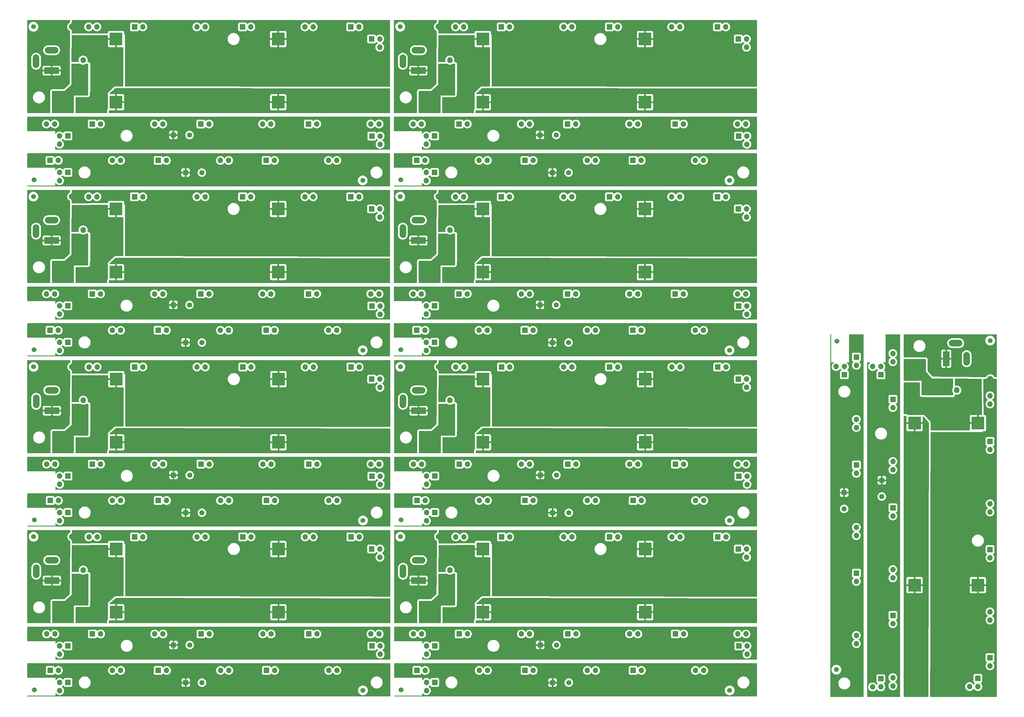
<source format=gbr>
%TF.GenerationSoftware,KiCad,Pcbnew,9.0.0*%
%TF.CreationDate,2025-07-23T13:34:58+02:00*%
%TF.ProjectId,PowerPCB,506f7765-7250-4434-922e-6b696361645f,rev?*%
%TF.SameCoordinates,Original*%
%TF.FileFunction,Copper,L1,Top*%
%TF.FilePolarity,Positive*%
%FSLAX46Y46*%
G04 Gerber Fmt 4.6, Leading zero omitted, Abs format (unit mm)*
G04 Created by KiCad (PCBNEW 9.0.0) date 2025-07-23 13:34:58*
%MOMM*%
%LPD*%
G01*
G04 APERTURE LIST*
%TA.AperFunction,SMDPad,CuDef*%
%ADD10C,1.500000*%
%TD*%
%TA.AperFunction,ComponentPad*%
%ADD11R,1.700000X1.700000*%
%TD*%
%TA.AperFunction,ComponentPad*%
%ADD12O,1.700000X1.700000*%
%TD*%
%TA.AperFunction,ComponentPad*%
%ADD13R,4.000000X4.000000*%
%TD*%
%TA.AperFunction,ComponentPad*%
%ADD14R,1.600000X1.600000*%
%TD*%
%TA.AperFunction,ComponentPad*%
%ADD15C,1.600000*%
%TD*%
%TA.AperFunction,ComponentPad*%
%ADD16R,1.800000X1.800000*%
%TD*%
%TA.AperFunction,ComponentPad*%
%ADD17O,1.800000X1.800000*%
%TD*%
%TA.AperFunction,ComponentPad*%
%ADD18C,1.710000*%
%TD*%
%TA.AperFunction,ComponentPad*%
%ADD19C,2.400000*%
%TD*%
%TA.AperFunction,ComponentPad*%
%ADD20R,2.000000X4.600000*%
%TD*%
%TA.AperFunction,ComponentPad*%
%ADD21O,2.000000X4.200000*%
%TD*%
%TA.AperFunction,ComponentPad*%
%ADD22O,4.200000X2.000000*%
%TD*%
%TA.AperFunction,ComponentPad*%
%ADD23R,4.600000X2.000000*%
%TD*%
%TA.AperFunction,ViaPad*%
%ADD24C,1.800000*%
%TD*%
G04 APERTURE END LIST*
D10*
%TO.P,FID3,*%
%TO.N,*%
X306700000Y-241499000D03*
%TD*%
D11*
%TO.P,J3,1,Pin_1*%
%TO.N,GND2*%
X320374000Y-244299000D03*
D12*
X317834000Y-246839000D03*
%TO.P,J3,2,Pin_2*%
%TO.N,unconnected-(J3-Pin_2-Pad2)*%
X320374000Y-246839000D03*
%TO.P,J3,3,Pin_3*%
%TO.N,+5V2*%
X317834000Y-244299000D03*
%TD*%
D13*
%TO.P,U1,1,IN*%
%TO.N,Net-(U1-IN)*%
X350300000Y-165449000D03*
%TO.P,U1,2,GND*%
%TO.N,GND*%
X330800000Y-165449000D03*
X330800000Y-215449000D03*
%TO.P,U1,3,OUT*%
%TO.N,+5V*%
X350300000Y-215449000D03*
%TD*%
D10*
%TO.P,FID2,*%
%TO.N,*%
X306900000Y-140199000D03*
%TD*%
D11*
%TO.P,X11,1,Pin_1*%
%TO.N,+5V2*%
X324099000Y-208107200D03*
D12*
%TO.P,X11,2,Pin_2*%
%TO.N,Net-(X10-Pin_2)*%
X324099000Y-210647200D03*
%TO.P,X11,3,Pin_3*%
%TO.N,GND2*%
X324099000Y-213187200D03*
%TD*%
D10*
%TO.P,FID1,*%
%TO.N,*%
X354100000Y-139999000D03*
%TD*%
D14*
%TO.P,C2,1*%
%TO.N,+5V3*%
X309100000Y-186896349D03*
D15*
%TO.P,C2,2*%
%TO.N,GND3*%
X309100000Y-191896349D03*
%TD*%
D11*
%TO.P,X14,1,Pin_1*%
%TO.N,GND3*%
X312850000Y-145094400D03*
D12*
%TO.P,X14,2,Pin_2*%
%TO.N,Net-(X14-Pin_2)*%
X312850000Y-147634400D03*
%TO.P,X14,3,Pin_3*%
%TO.N,+5V3*%
X312850000Y-150174400D03*
%TD*%
D11*
%TO.P,X2,1,Pin_1*%
%TO.N,GND*%
X354050000Y-171145600D03*
D12*
%TO.P,X2,2,Pin_2*%
%TO.N,Net-(X2-Pin_2)*%
X354050000Y-173685600D03*
%TO.P,X2,3,Pin_3*%
%TO.N,+5V*%
X354050000Y-176225600D03*
%TD*%
D11*
%TO.P,X10,1,Pin_1*%
%TO.N,GND2*%
X324100000Y-191574000D03*
D12*
%TO.P,X10,2,Pin_2*%
%TO.N,Net-(X10-Pin_2)*%
X324100000Y-194114000D03*
%TO.P,X10,3,Pin_3*%
%TO.N,+5V2*%
X324100000Y-196654000D03*
%TD*%
D11*
%TO.P,X18,1,Pin_1*%
%TO.N,GND3*%
X312850000Y-211744000D03*
D12*
%TO.P,X18,2,Pin_2*%
%TO.N,Net-(X18-Pin_2)*%
X312850000Y-214284000D03*
%TO.P,X18,3,Pin_3*%
%TO.N,+5V3*%
X312850000Y-216824000D03*
%TD*%
D16*
%TO.P,D1,1,K*%
%TO.N,Net-(D1-K)*%
X341255000Y-155299000D03*
D17*
%TO.P,D1,2,A*%
%TO.N,GND*%
X343795000Y-155299000D03*
%TD*%
D11*
%TO.P,X5,1,Pin_1*%
%TO.N,+5V*%
X354050000Y-221132800D03*
D12*
%TO.P,X5,2,Pin_2*%
%TO.N,Net-(X4-Pin_2)*%
X354050000Y-223672800D03*
%TO.P,X5,3,Pin_3*%
%TO.N,GND*%
X354050000Y-226212800D03*
%TD*%
D11*
%TO.P,X19,1,Pin_1*%
%TO.N,+5V3*%
X312850000Y-228406400D03*
D12*
%TO.P,X19,2,Pin_2*%
%TO.N,Net-(X18-Pin_2)*%
X312850000Y-230946400D03*
%TO.P,X19,3,Pin_3*%
%TO.N,GND3*%
X312850000Y-233486400D03*
%TD*%
D11*
%TO.P,X12,1,Pin_1*%
%TO.N,GND2*%
X324099000Y-224769600D03*
D12*
%TO.P,X12,2,Pin_2*%
%TO.N,Net-(X12-Pin_2)*%
X324099000Y-227309600D03*
%TO.P,X12,3,Pin_3*%
%TO.N,+5V2*%
X324099000Y-229849600D03*
%TD*%
D18*
%TO.P,F1,1*%
%TO.N,Net-(F1-Pad1)*%
X337100000Y-149299000D03*
%TO.P,F1,2*%
%TO.N,Net-(D1-K)*%
X335900000Y-154399000D03*
%TD*%
D11*
%TO.P,X13,1,Pin_1*%
%TO.N,+5V2*%
X324099000Y-241432000D03*
D12*
%TO.P,X13,2,Pin_2*%
%TO.N,Net-(X12-Pin_2)*%
X324099000Y-243972000D03*
%TO.P,X13,3,Pin_3*%
%TO.N,GND2*%
X324099000Y-246512000D03*
%TD*%
D11*
%TO.P,X6,1,Pin_1*%
%TO.N,GND*%
X354050000Y-237795200D03*
D12*
%TO.P,X6,2,Pin_2*%
%TO.N,Net-(J2-Pin_2)*%
X354050000Y-240335200D03*
%TO.P,X6,3,Pin_3*%
%TO.N,+5V*%
X354050000Y-242875200D03*
%TD*%
D11*
%TO.P,J2,1,Pin_1*%
%TO.N,GND*%
X350300000Y-244199000D03*
D12*
X347760000Y-246739000D03*
%TO.P,J2,2,Pin_2*%
%TO.N,Net-(J2-Pin_2)*%
X350300000Y-246739000D03*
%TO.P,J2,3,Pin_3*%
%TO.N,+5V*%
X347760000Y-244199000D03*
%TD*%
D11*
%TO.P,X16,1,Pin_1*%
%TO.N,GND3*%
X312850000Y-178419200D03*
D12*
%TO.P,X16,2,Pin_2*%
%TO.N,Net-(X16-Pin_2)*%
X312850000Y-180959200D03*
%TO.P,X16,3,Pin_3*%
%TO.N,+5V3*%
X312850000Y-183499200D03*
%TD*%
%TO.P,J5,1,Pin_1*%
%TO.N,GND3*%
X306610000Y-148034000D03*
D11*
X309150000Y-150574000D03*
D12*
%TO.P,J5,2,Pin_2*%
%TO.N,unconnected-(J5-Pin_2-Pad2)*%
X309150000Y-148034000D03*
%TO.P,J5,3,Pin_3*%
%TO.N,+5V3*%
X306610000Y-150574000D03*
%TD*%
D11*
%TO.P,X8,1,Pin_1*%
%TO.N,GND2*%
X324099000Y-158120000D03*
D12*
%TO.P,X8,2,Pin_2*%
%TO.N,Net-(X8-Pin_2)*%
X324099000Y-160660000D03*
%TO.P,X8,3,Pin_3*%
%TO.N,+5V2*%
X324099000Y-163200000D03*
%TD*%
D11*
%TO.P,X9,1,Pin_1*%
%TO.N,+5V2*%
X324100000Y-174774000D03*
D12*
%TO.P,X9,2,Pin_2*%
%TO.N,Net-(X8-Pin_2)*%
X324100000Y-177314000D03*
%TO.P,X9,3,Pin_3*%
%TO.N,GND2*%
X324100000Y-179854000D03*
%TD*%
D11*
%TO.P,X4,1,Pin_1*%
%TO.N,GND*%
X354050000Y-204470400D03*
D12*
%TO.P,X4,2,Pin_2*%
%TO.N,Net-(X4-Pin_2)*%
X354050000Y-207010400D03*
%TO.P,X4,3,Pin_3*%
%TO.N,+5V*%
X354050000Y-209550400D03*
%TD*%
D14*
%TO.P,C1,1*%
%TO.N,+5V2*%
X320700000Y-183096349D03*
D15*
%TO.P,C1,2*%
%TO.N,GND2*%
X320700000Y-188096349D03*
%TD*%
D11*
%TO.P,X3,1,Pin_1*%
%TO.N,+5V*%
X354050000Y-187808000D03*
D12*
%TO.P,X3,2,Pin_2*%
%TO.N,Net-(X2-Pin_2)*%
X354050000Y-190348000D03*
%TO.P,X3,3,Pin_3*%
%TO.N,GND*%
X354050000Y-192888000D03*
%TD*%
D11*
%TO.P,X7,1,Pin_1*%
%TO.N,+5V2*%
X324099000Y-141457600D03*
D12*
%TO.P,X7,2,Pin_2*%
%TO.N,Net-(J4-Pin_2)*%
X324099000Y-143997600D03*
%TO.P,X7,3,Pin_3*%
%TO.N,GND2*%
X324099000Y-146537600D03*
%TD*%
D19*
%TO.P,TH1,1*%
%TO.N,Net-(D1-K)*%
X330100000Y-148624000D03*
%TO.P,TH1,2*%
%TO.N,Net-(U1-IN)*%
X330100000Y-156374000D03*
%TD*%
D12*
%TO.P,J4,1,Pin_1*%
%TO.N,GND2*%
X317859000Y-148034000D03*
D11*
X320399000Y-150574000D03*
D12*
%TO.P,J4,2,Pin_2*%
%TO.N,Net-(J4-Pin_2)*%
X320399000Y-148034000D03*
%TO.P,J4,3,Pin_3*%
%TO.N,+5V2*%
X317859000Y-150574000D03*
%TD*%
D20*
%TO.P,J1,1*%
%TO.N,Net-(F1-Pad1)*%
X340551000Y-145599000D03*
D21*
%TO.P,J1,2*%
%TO.N,GND*%
X346851000Y-145599000D03*
D22*
%TO.P,J1,MP,MountPin*%
X343451000Y-140799000D03*
%TD*%
D11*
%TO.P,X17,1,Pin_1*%
%TO.N,+5V3*%
X312850000Y-195081600D03*
D12*
%TO.P,X17,2,Pin_2*%
%TO.N,Net-(X16-Pin_2)*%
X312850000Y-197621600D03*
%TO.P,X17,3,Pin_3*%
%TO.N,GND3*%
X312850000Y-200161600D03*
%TD*%
D11*
%TO.P,X15,1,Pin_1*%
%TO.N,+5V3*%
X312850000Y-161756800D03*
D12*
%TO.P,X15,2,Pin_2*%
%TO.N,Net-(X14-Pin_2)*%
X312850000Y-164296800D03*
%TO.P,X15,3,Pin_3*%
%TO.N,GND3*%
X312850000Y-166836800D03*
%TD*%
D11*
%TO.P,X1,1,Pin_1*%
%TO.N,+5V*%
X354050000Y-154483200D03*
D12*
%TO.P,X1,2,Pin_2*%
%TO.N,unconnected-(X1-Pin_2-Pad2)*%
X354050000Y-157023200D03*
%TO.P,X1,3,Pin_3*%
%TO.N,GND*%
X354050000Y-159563200D03*
%TD*%
D11*
%TO.P,X2,1,Pin_1*%
%TO.N,GND*%
X203396600Y-95651553D03*
D12*
%TO.P,X2,2,Pin_2*%
%TO.N,Net-(X2-Pin_2)*%
X205936600Y-95651553D03*
%TO.P,X2,3,Pin_3*%
%TO.N,+5V*%
X208476600Y-95651553D03*
%TD*%
D11*
%TO.P,X10,1,Pin_1*%
%TO.N,GND2*%
X223825000Y-125601553D03*
D12*
%TO.P,X10,2,Pin_2*%
%TO.N,Net-(X10-Pin_2)*%
X226365000Y-125601553D03*
%TO.P,X10,3,Pin_3*%
%TO.N,+5V2*%
X228905000Y-125601553D03*
%TD*%
D11*
%TO.P,X19,1,Pin_1*%
%TO.N,+5V3*%
X260657400Y-136851553D03*
D12*
%TO.P,X19,2,Pin_2*%
%TO.N,Net-(X18-Pin_2)*%
X263197400Y-136851553D03*
%TO.P,X19,3,Pin_3*%
%TO.N,GND3*%
X265737400Y-136851553D03*
%TD*%
D11*
%TO.P,X18,1,Pin_1*%
%TO.N,GND3*%
X243995000Y-136851553D03*
D12*
%TO.P,X18,2,Pin_2*%
%TO.N,Net-(X18-Pin_2)*%
X246535000Y-136851553D03*
%TO.P,X18,3,Pin_3*%
%TO.N,+5V3*%
X249075000Y-136851553D03*
%TD*%
D16*
%TO.P,D1,1,K*%
%TO.N,Net-(D1-K)*%
X187550000Y-108446553D03*
D17*
%TO.P,D1,2,A*%
%TO.N,GND*%
X187550000Y-105906553D03*
%TD*%
D11*
%TO.P,X5,1,Pin_1*%
%TO.N,+5V*%
X253383800Y-95651553D03*
D12*
%TO.P,X5,2,Pin_2*%
%TO.N,Net-(X4-Pin_2)*%
X255923800Y-95651553D03*
%TO.P,X5,3,Pin_3*%
%TO.N,GND*%
X258463800Y-95651553D03*
%TD*%
D11*
%TO.P,J2,1,Pin_1*%
%TO.N,GND*%
X276450000Y-99401553D03*
D12*
X278990000Y-101941553D03*
%TO.P,J2,2,Pin_2*%
%TO.N,Net-(J2-Pin_2)*%
X278990000Y-99401553D03*
%TO.P,J2,3,Pin_3*%
%TO.N,+5V*%
X276450000Y-101941553D03*
%TD*%
D11*
%TO.P,X16,1,Pin_1*%
%TO.N,GND3*%
X210670200Y-136851553D03*
D12*
%TO.P,X16,2,Pin_2*%
%TO.N,Net-(X16-Pin_2)*%
X213210200Y-136851553D03*
%TO.P,X16,3,Pin_3*%
%TO.N,+5V3*%
X215750200Y-136851553D03*
%TD*%
D11*
%TO.P,X4,1,Pin_1*%
%TO.N,GND*%
X236721400Y-95651553D03*
D12*
%TO.P,X4,2,Pin_2*%
%TO.N,Net-(X4-Pin_2)*%
X239261400Y-95651553D03*
%TO.P,X4,3,Pin_3*%
%TO.N,+5V*%
X241801400Y-95651553D03*
%TD*%
D18*
%TO.P,F1,1*%
%TO.N,Net-(F1-Pad1)*%
X181550000Y-112601553D03*
%TO.P,F1,2*%
%TO.N,Net-(D1-K)*%
X186650000Y-113801553D03*
%TD*%
D11*
%TO.P,X13,1,Pin_1*%
%TO.N,+5V2*%
X273683000Y-125602553D03*
D12*
%TO.P,X13,2,Pin_2*%
%TO.N,Net-(X12-Pin_2)*%
X276223000Y-125602553D03*
%TO.P,X13,3,Pin_3*%
%TO.N,GND2*%
X278763000Y-125602553D03*
%TD*%
%TO.P,J5,1,Pin_1*%
%TO.N,GND3*%
X180285000Y-143091553D03*
D11*
X182825000Y-140551553D03*
D12*
%TO.P,J5,2,Pin_2*%
%TO.N,unconnected-(J5-Pin_2-Pad2)*%
X180285000Y-140551553D03*
%TO.P,J5,3,Pin_3*%
%TO.N,+5V3*%
X182825000Y-143091553D03*
%TD*%
D11*
%TO.P,X12,1,Pin_1*%
%TO.N,GND2*%
X257020600Y-125602553D03*
D12*
%TO.P,X12,2,Pin_2*%
%TO.N,Net-(X12-Pin_2)*%
X259560600Y-125602553D03*
%TO.P,X12,3,Pin_3*%
%TO.N,+5V2*%
X262100600Y-125602553D03*
%TD*%
D11*
%TO.P,X9,1,Pin_1*%
%TO.N,+5V2*%
X207025000Y-125601553D03*
D12*
%TO.P,X9,2,Pin_2*%
%TO.N,Net-(X8-Pin_2)*%
X209565000Y-125601553D03*
%TO.P,X9,3,Pin_3*%
%TO.N,GND2*%
X212105000Y-125601553D03*
%TD*%
D11*
%TO.P,X6,1,Pin_1*%
%TO.N,GND*%
X270046200Y-95651553D03*
D12*
%TO.P,X6,2,Pin_2*%
%TO.N,Net-(J2-Pin_2)*%
X272586200Y-95651553D03*
%TO.P,X6,3,Pin_3*%
%TO.N,+5V*%
X275126200Y-95651553D03*
%TD*%
D14*
%TO.P,C2,1*%
%TO.N,+5V3*%
X219147349Y-140601553D03*
D15*
%TO.P,C2,2*%
%TO.N,GND3*%
X224147349Y-140601553D03*
%TD*%
D11*
%TO.P,X14,1,Pin_1*%
%TO.N,GND3*%
X177345400Y-136851553D03*
D12*
%TO.P,X14,2,Pin_2*%
%TO.N,Net-(X14-Pin_2)*%
X179885400Y-136851553D03*
%TO.P,X14,3,Pin_3*%
%TO.N,+5V3*%
X182425400Y-136851553D03*
%TD*%
D11*
%TO.P,X11,1,Pin_1*%
%TO.N,+5V2*%
X240358200Y-125602553D03*
D12*
%TO.P,X11,2,Pin_2*%
%TO.N,Net-(X10-Pin_2)*%
X242898200Y-125602553D03*
%TO.P,X11,3,Pin_3*%
%TO.N,GND2*%
X245438200Y-125602553D03*
%TD*%
D13*
%TO.P,U1,1,IN*%
%TO.N,Net-(U1-IN)*%
X197700000Y-99401553D03*
%TO.P,U1,2,GND*%
%TO.N,GND*%
X197700000Y-118901553D03*
X247700000Y-118901553D03*
%TO.P,U1,3,OUT*%
%TO.N,+5V*%
X247700000Y-99401553D03*
%TD*%
D11*
%TO.P,J3,1,Pin_1*%
%TO.N,GND2*%
X276550000Y-129327553D03*
D12*
X279090000Y-131867553D03*
%TO.P,J3,2,Pin_2*%
%TO.N,unconnected-(J3-Pin_2-Pad2)*%
X279090000Y-129327553D03*
%TO.P,J3,3,Pin_3*%
%TO.N,+5V2*%
X276550000Y-131867553D03*
%TD*%
D10*
%TO.P,FID2,*%
%TO.N,*%
X172450000Y-142801553D03*
%TD*%
%TO.P,FID1,*%
%TO.N,*%
X172250000Y-95601553D03*
%TD*%
%TO.P,FID3,*%
%TO.N,*%
X273750000Y-143001553D03*
%TD*%
%TO.P,FID3,*%
%TO.N,*%
X273750000Y-90600000D03*
%TD*%
D14*
%TO.P,C2,1*%
%TO.N,+5V3*%
X219147349Y-88200000D03*
D15*
%TO.P,C2,2*%
%TO.N,GND3*%
X224147349Y-88200000D03*
%TD*%
D11*
%TO.P,J3,1,Pin_1*%
%TO.N,GND2*%
X276550000Y-76926000D03*
D12*
X279090000Y-79466000D03*
%TO.P,J3,2,Pin_2*%
%TO.N,unconnected-(J3-Pin_2-Pad2)*%
X279090000Y-76926000D03*
%TO.P,J3,3,Pin_3*%
%TO.N,+5V2*%
X276550000Y-79466000D03*
%TD*%
D11*
%TO.P,X14,1,Pin_1*%
%TO.N,GND3*%
X177345400Y-84450000D03*
D12*
%TO.P,X14,2,Pin_2*%
%TO.N,Net-(X14-Pin_2)*%
X179885400Y-84450000D03*
%TO.P,X14,3,Pin_3*%
%TO.N,+5V3*%
X182425400Y-84450000D03*
%TD*%
D13*
%TO.P,U1,1,IN*%
%TO.N,Net-(U1-IN)*%
X197700000Y-47000000D03*
%TO.P,U1,2,GND*%
%TO.N,GND*%
X197700000Y-66500000D03*
X247700000Y-66500000D03*
%TO.P,U1,3,OUT*%
%TO.N,+5V*%
X247700000Y-47000000D03*
%TD*%
D10*
%TO.P,FID2,*%
%TO.N,*%
X172450000Y-90400000D03*
%TD*%
D11*
%TO.P,X11,1,Pin_1*%
%TO.N,+5V2*%
X240358200Y-73201000D03*
D12*
%TO.P,X11,2,Pin_2*%
%TO.N,Net-(X10-Pin_2)*%
X242898200Y-73201000D03*
%TO.P,X11,3,Pin_3*%
%TO.N,GND2*%
X245438200Y-73201000D03*
%TD*%
D10*
%TO.P,FID1,*%
%TO.N,*%
X172250000Y-43200000D03*
%TD*%
D11*
%TO.P,X7,1,Pin_1*%
%TO.N,+5V2*%
X173708600Y-125602553D03*
D12*
%TO.P,X7,2,Pin_2*%
%TO.N,Net-(J4-Pin_2)*%
X176248600Y-125602553D03*
%TO.P,X7,3,Pin_3*%
%TO.N,GND2*%
X178788600Y-125602553D03*
%TD*%
%TO.P,J4,1,Pin_1*%
%TO.N,GND2*%
X180285000Y-131842553D03*
D11*
X182825000Y-129302553D03*
D12*
%TO.P,J4,2,Pin_2*%
%TO.N,Net-(J4-Pin_2)*%
X180285000Y-129302553D03*
%TO.P,J4,3,Pin_3*%
%TO.N,+5V2*%
X182825000Y-131842553D03*
%TD*%
D11*
%TO.P,X8,1,Pin_1*%
%TO.N,GND2*%
X190371000Y-125602553D03*
D12*
%TO.P,X8,2,Pin_2*%
%TO.N,Net-(X8-Pin_2)*%
X192911000Y-125602553D03*
%TO.P,X8,3,Pin_3*%
%TO.N,+5V2*%
X195451000Y-125602553D03*
%TD*%
D14*
%TO.P,C1,1*%
%TO.N,+5V2*%
X215347349Y-129001553D03*
D15*
%TO.P,C1,2*%
%TO.N,GND2*%
X220347349Y-129001553D03*
%TD*%
D11*
%TO.P,X3,1,Pin_1*%
%TO.N,+5V*%
X220059000Y-95651553D03*
D12*
%TO.P,X3,2,Pin_2*%
%TO.N,Net-(X2-Pin_2)*%
X222599000Y-95651553D03*
%TO.P,X3,3,Pin_3*%
%TO.N,GND*%
X225139000Y-95651553D03*
%TD*%
D23*
%TO.P,J1,1*%
%TO.N,Net-(F1-Pad1)*%
X177850000Y-109150553D03*
D22*
%TO.P,J1,2*%
%TO.N,GND*%
X177850000Y-102850553D03*
D21*
%TO.P,J1,MP,MountPin*%
X173050000Y-106250553D03*
%TD*%
D19*
%TO.P,TH1,1*%
%TO.N,Net-(D1-K)*%
X180875000Y-119601553D03*
%TO.P,TH1,2*%
%TO.N,Net-(U1-IN)*%
X188625000Y-119601553D03*
%TD*%
D11*
%TO.P,X15,1,Pin_1*%
%TO.N,+5V3*%
X194007800Y-136851553D03*
D12*
%TO.P,X15,2,Pin_2*%
%TO.N,Net-(X14-Pin_2)*%
X196547800Y-136851553D03*
%TO.P,X15,3,Pin_3*%
%TO.N,GND3*%
X199087800Y-136851553D03*
%TD*%
D11*
%TO.P,X2,1,Pin_1*%
%TO.N,GND*%
X203396600Y-43250000D03*
D12*
%TO.P,X2,2,Pin_2*%
%TO.N,Net-(X2-Pin_2)*%
X205936600Y-43250000D03*
%TO.P,X2,3,Pin_3*%
%TO.N,+5V*%
X208476600Y-43250000D03*
%TD*%
D11*
%TO.P,X1,1,Pin_1*%
%TO.N,+5V*%
X186734200Y-95651553D03*
D12*
%TO.P,X1,2,Pin_2*%
%TO.N,unconnected-(X1-Pin_2-Pad2)*%
X189274200Y-95651553D03*
%TO.P,X1,3,Pin_3*%
%TO.N,GND*%
X191814200Y-95651553D03*
%TD*%
D11*
%TO.P,X17,1,Pin_1*%
%TO.N,+5V3*%
X227332600Y-136851553D03*
D12*
%TO.P,X17,2,Pin_2*%
%TO.N,Net-(X16-Pin_2)*%
X229872600Y-136851553D03*
%TO.P,X17,3,Pin_3*%
%TO.N,GND3*%
X232412600Y-136851553D03*
%TD*%
D11*
%TO.P,X10,1,Pin_1*%
%TO.N,GND2*%
X223825000Y-73200000D03*
D12*
%TO.P,X10,2,Pin_2*%
%TO.N,Net-(X10-Pin_2)*%
X226365000Y-73200000D03*
%TO.P,X10,3,Pin_3*%
%TO.N,+5V2*%
X228905000Y-73200000D03*
%TD*%
D11*
%TO.P,X18,1,Pin_1*%
%TO.N,GND3*%
X243995000Y-84450000D03*
D12*
%TO.P,X18,2,Pin_2*%
%TO.N,Net-(X18-Pin_2)*%
X246535000Y-84450000D03*
%TO.P,X18,3,Pin_3*%
%TO.N,+5V3*%
X249075000Y-84450000D03*
%TD*%
D11*
%TO.P,X19,1,Pin_1*%
%TO.N,+5V3*%
X260657400Y-84450000D03*
D12*
%TO.P,X19,2,Pin_2*%
%TO.N,Net-(X18-Pin_2)*%
X263197400Y-84450000D03*
%TO.P,X19,3,Pin_3*%
%TO.N,GND3*%
X265737400Y-84450000D03*
%TD*%
D11*
%TO.P,X12,1,Pin_1*%
%TO.N,GND2*%
X257020600Y-73201000D03*
D12*
%TO.P,X12,2,Pin_2*%
%TO.N,Net-(X12-Pin_2)*%
X259560600Y-73201000D03*
%TO.P,X12,3,Pin_3*%
%TO.N,+5V2*%
X262100600Y-73201000D03*
%TD*%
D18*
%TO.P,F1,1*%
%TO.N,Net-(F1-Pad1)*%
X181550000Y-60200000D03*
%TO.P,F1,2*%
%TO.N,Net-(D1-K)*%
X186650000Y-61400000D03*
%TD*%
D16*
%TO.P,D1,1,K*%
%TO.N,Net-(D1-K)*%
X187550000Y-56045000D03*
D17*
%TO.P,D1,2,A*%
%TO.N,GND*%
X187550000Y-53505000D03*
%TD*%
D11*
%TO.P,X13,1,Pin_1*%
%TO.N,+5V2*%
X273683000Y-73201000D03*
D12*
%TO.P,X13,2,Pin_2*%
%TO.N,Net-(X12-Pin_2)*%
X276223000Y-73201000D03*
%TO.P,X13,3,Pin_3*%
%TO.N,GND2*%
X278763000Y-73201000D03*
%TD*%
D11*
%TO.P,X5,1,Pin_1*%
%TO.N,+5V*%
X253383800Y-43250000D03*
D12*
%TO.P,X5,2,Pin_2*%
%TO.N,Net-(X4-Pin_2)*%
X255923800Y-43250000D03*
%TO.P,X5,3,Pin_3*%
%TO.N,GND*%
X258463800Y-43250000D03*
%TD*%
D11*
%TO.P,X6,1,Pin_1*%
%TO.N,GND*%
X270046200Y-43250000D03*
D12*
%TO.P,X6,2,Pin_2*%
%TO.N,Net-(J2-Pin_2)*%
X272586200Y-43250000D03*
%TO.P,X6,3,Pin_3*%
%TO.N,+5V*%
X275126200Y-43250000D03*
%TD*%
D11*
%TO.P,J2,1,Pin_1*%
%TO.N,GND*%
X276450000Y-47000000D03*
D12*
X278990000Y-49540000D03*
%TO.P,J2,2,Pin_2*%
%TO.N,Net-(J2-Pin_2)*%
X278990000Y-47000000D03*
%TO.P,J2,3,Pin_3*%
%TO.N,+5V*%
X276450000Y-49540000D03*
%TD*%
D11*
%TO.P,X9,1,Pin_1*%
%TO.N,+5V2*%
X207025000Y-73200000D03*
D12*
%TO.P,X9,2,Pin_2*%
%TO.N,Net-(X8-Pin_2)*%
X209565000Y-73200000D03*
%TO.P,X9,3,Pin_3*%
%TO.N,GND2*%
X212105000Y-73200000D03*
%TD*%
D11*
%TO.P,X4,1,Pin_1*%
%TO.N,GND*%
X236721400Y-43250000D03*
D12*
%TO.P,X4,2,Pin_2*%
%TO.N,Net-(X4-Pin_2)*%
X239261400Y-43250000D03*
%TO.P,X4,3,Pin_3*%
%TO.N,+5V*%
X241801400Y-43250000D03*
%TD*%
%TO.P,J5,1,Pin_1*%
%TO.N,GND3*%
X180285000Y-90690000D03*
D11*
X182825000Y-88150000D03*
D12*
%TO.P,J5,2,Pin_2*%
%TO.N,unconnected-(J5-Pin_2-Pad2)*%
X180285000Y-88150000D03*
%TO.P,J5,3,Pin_3*%
%TO.N,+5V3*%
X182825000Y-90690000D03*
%TD*%
D11*
%TO.P,X16,1,Pin_1*%
%TO.N,GND3*%
X210670200Y-84450000D03*
D12*
%TO.P,X16,2,Pin_2*%
%TO.N,Net-(X16-Pin_2)*%
X213210200Y-84450000D03*
%TO.P,X16,3,Pin_3*%
%TO.N,+5V3*%
X215750200Y-84450000D03*
%TD*%
D11*
%TO.P,X8,1,Pin_1*%
%TO.N,GND2*%
X190371000Y-73201000D03*
D12*
%TO.P,X8,2,Pin_2*%
%TO.N,Net-(X8-Pin_2)*%
X192911000Y-73201000D03*
%TO.P,X8,3,Pin_3*%
%TO.N,+5V2*%
X195451000Y-73201000D03*
%TD*%
D13*
%TO.P,U1,1,IN*%
%TO.N,Net-(U1-IN)*%
X197750000Y-204300000D03*
%TO.P,U1,2,GND*%
%TO.N,GND*%
X197750000Y-223800000D03*
X247750000Y-223800000D03*
%TO.P,U1,3,OUT*%
%TO.N,+5V*%
X247750000Y-204300000D03*
%TD*%
D11*
%TO.P,X14,1,Pin_1*%
%TO.N,GND3*%
X177395400Y-241750000D03*
D12*
%TO.P,X14,2,Pin_2*%
%TO.N,Net-(X14-Pin_2)*%
X179935400Y-241750000D03*
%TO.P,X14,3,Pin_3*%
%TO.N,+5V3*%
X182475400Y-241750000D03*
%TD*%
D11*
%TO.P,X11,1,Pin_1*%
%TO.N,+5V2*%
X240408200Y-230501000D03*
D12*
%TO.P,X11,2,Pin_2*%
%TO.N,Net-(X10-Pin_2)*%
X242948200Y-230501000D03*
%TO.P,X11,3,Pin_3*%
%TO.N,GND2*%
X245488200Y-230501000D03*
%TD*%
D11*
%TO.P,X2,1,Pin_1*%
%TO.N,GND*%
X203446600Y-200550000D03*
D12*
%TO.P,X2,2,Pin_2*%
%TO.N,Net-(X2-Pin_2)*%
X205986600Y-200550000D03*
%TO.P,X2,3,Pin_3*%
%TO.N,+5V*%
X208526600Y-200550000D03*
%TD*%
D10*
%TO.P,FID2,*%
%TO.N,*%
X172500000Y-247700000D03*
%TD*%
D11*
%TO.P,X10,1,Pin_1*%
%TO.N,GND2*%
X223875000Y-230500000D03*
D12*
%TO.P,X10,2,Pin_2*%
%TO.N,Net-(X10-Pin_2)*%
X226415000Y-230500000D03*
%TO.P,X10,3,Pin_3*%
%TO.N,+5V2*%
X228955000Y-230500000D03*
%TD*%
D11*
%TO.P,X18,1,Pin_1*%
%TO.N,GND3*%
X244045000Y-241750000D03*
D12*
%TO.P,X18,2,Pin_2*%
%TO.N,Net-(X18-Pin_2)*%
X246585000Y-241750000D03*
%TO.P,X18,3,Pin_3*%
%TO.N,+5V3*%
X249125000Y-241750000D03*
%TD*%
D11*
%TO.P,X19,1,Pin_1*%
%TO.N,+5V3*%
X260707400Y-241750000D03*
D12*
%TO.P,X19,2,Pin_2*%
%TO.N,Net-(X18-Pin_2)*%
X263247400Y-241750000D03*
%TO.P,X19,3,Pin_3*%
%TO.N,GND3*%
X265787400Y-241750000D03*
%TD*%
D18*
%TO.P,F1,1*%
%TO.N,Net-(F1-Pad1)*%
X181600000Y-217500000D03*
%TO.P,F1,2*%
%TO.N,Net-(D1-K)*%
X186700000Y-218700000D03*
%TD*%
D10*
%TO.P,FID1,*%
%TO.N,*%
X172300000Y-200500000D03*
%TD*%
D11*
%TO.P,X12,1,Pin_1*%
%TO.N,GND2*%
X257070600Y-230501000D03*
D12*
%TO.P,X12,2,Pin_2*%
%TO.N,Net-(X12-Pin_2)*%
X259610600Y-230501000D03*
%TO.P,X12,3,Pin_3*%
%TO.N,+5V2*%
X262150600Y-230501000D03*
%TD*%
D11*
%TO.P,X6,1,Pin_1*%
%TO.N,GND*%
X270096200Y-200550000D03*
D12*
%TO.P,X6,2,Pin_2*%
%TO.N,Net-(J2-Pin_2)*%
X272636200Y-200550000D03*
%TO.P,X6,3,Pin_3*%
%TO.N,+5V*%
X275176200Y-200550000D03*
%TD*%
D11*
%TO.P,X9,1,Pin_1*%
%TO.N,+5V2*%
X207075000Y-230500000D03*
D12*
%TO.P,X9,2,Pin_2*%
%TO.N,Net-(X8-Pin_2)*%
X209615000Y-230500000D03*
%TO.P,X9,3,Pin_3*%
%TO.N,GND2*%
X212155000Y-230500000D03*
%TD*%
D11*
%TO.P,X13,1,Pin_1*%
%TO.N,+5V2*%
X273733000Y-230501000D03*
D12*
%TO.P,X13,2,Pin_2*%
%TO.N,Net-(X12-Pin_2)*%
X276273000Y-230501000D03*
%TO.P,X13,3,Pin_3*%
%TO.N,GND2*%
X278813000Y-230501000D03*
%TD*%
D11*
%TO.P,X5,1,Pin_1*%
%TO.N,+5V*%
X253433800Y-200550000D03*
D12*
%TO.P,X5,2,Pin_2*%
%TO.N,Net-(X4-Pin_2)*%
X255973800Y-200550000D03*
%TO.P,X5,3,Pin_3*%
%TO.N,GND*%
X258513800Y-200550000D03*
%TD*%
D11*
%TO.P,X4,1,Pin_1*%
%TO.N,GND*%
X236771400Y-200550000D03*
D12*
%TO.P,X4,2,Pin_2*%
%TO.N,Net-(X4-Pin_2)*%
X239311400Y-200550000D03*
%TO.P,X4,3,Pin_3*%
%TO.N,+5V*%
X241851400Y-200550000D03*
%TD*%
D11*
%TO.P,X16,1,Pin_1*%
%TO.N,GND3*%
X210720200Y-241750000D03*
D12*
%TO.P,X16,2,Pin_2*%
%TO.N,Net-(X16-Pin_2)*%
X213260200Y-241750000D03*
%TO.P,X16,3,Pin_3*%
%TO.N,+5V3*%
X215800200Y-241750000D03*
%TD*%
D11*
%TO.P,X8,1,Pin_1*%
%TO.N,GND2*%
X190421000Y-230501000D03*
D12*
%TO.P,X8,2,Pin_2*%
%TO.N,Net-(X8-Pin_2)*%
X192961000Y-230501000D03*
%TO.P,X8,3,Pin_3*%
%TO.N,+5V2*%
X195501000Y-230501000D03*
%TD*%
D16*
%TO.P,D1,1,K*%
%TO.N,Net-(D1-K)*%
X187600000Y-213345000D03*
D17*
%TO.P,D1,2,A*%
%TO.N,GND*%
X187600000Y-210805000D03*
%TD*%
D11*
%TO.P,J2,1,Pin_1*%
%TO.N,GND*%
X276500000Y-204300000D03*
D12*
X279040000Y-206840000D03*
%TO.P,J2,2,Pin_2*%
%TO.N,Net-(J2-Pin_2)*%
X279040000Y-204300000D03*
%TO.P,J2,3,Pin_3*%
%TO.N,+5V*%
X276500000Y-206840000D03*
%TD*%
D14*
%TO.P,C1,1*%
%TO.N,+5V2*%
X215397349Y-233900000D03*
D15*
%TO.P,C1,2*%
%TO.N,GND2*%
X220397349Y-233900000D03*
%TD*%
D12*
%TO.P,J5,1,Pin_1*%
%TO.N,GND3*%
X180335000Y-247990000D03*
D11*
X182875000Y-245450000D03*
D12*
%TO.P,J5,2,Pin_2*%
%TO.N,unconnected-(J5-Pin_2-Pad2)*%
X180335000Y-245450000D03*
%TO.P,J5,3,Pin_3*%
%TO.N,+5V3*%
X182875000Y-247990000D03*
%TD*%
D23*
%TO.P,J1,1*%
%TO.N,Net-(F1-Pad1)*%
X177900000Y-214049000D03*
D22*
%TO.P,J1,2*%
%TO.N,GND*%
X177900000Y-207749000D03*
D21*
%TO.P,J1,MP,MountPin*%
X173100000Y-211149000D03*
%TD*%
D11*
%TO.P,X1,1,Pin_1*%
%TO.N,+5V*%
X186784200Y-200550000D03*
D12*
%TO.P,X1,2,Pin_2*%
%TO.N,unconnected-(X1-Pin_2-Pad2)*%
X189324200Y-200550000D03*
%TO.P,X1,3,Pin_3*%
%TO.N,GND*%
X191864200Y-200550000D03*
%TD*%
D11*
%TO.P,X7,1,Pin_1*%
%TO.N,+5V2*%
X173758600Y-230501000D03*
D12*
%TO.P,X7,2,Pin_2*%
%TO.N,Net-(J4-Pin_2)*%
X176298600Y-230501000D03*
%TO.P,X7,3,Pin_3*%
%TO.N,GND2*%
X178838600Y-230501000D03*
%TD*%
%TO.P,J4,1,Pin_1*%
%TO.N,GND2*%
X180335000Y-236741000D03*
D11*
X182875000Y-234201000D03*
D12*
%TO.P,J4,2,Pin_2*%
%TO.N,Net-(J4-Pin_2)*%
X180335000Y-234201000D03*
%TO.P,J4,3,Pin_3*%
%TO.N,+5V2*%
X182875000Y-236741000D03*
%TD*%
D11*
%TO.P,X17,1,Pin_1*%
%TO.N,+5V3*%
X227382600Y-241750000D03*
D12*
%TO.P,X17,2,Pin_2*%
%TO.N,Net-(X16-Pin_2)*%
X229922600Y-241750000D03*
%TO.P,X17,3,Pin_3*%
%TO.N,GND3*%
X232462600Y-241750000D03*
%TD*%
D11*
%TO.P,X15,1,Pin_1*%
%TO.N,+5V3*%
X194057800Y-241750000D03*
D12*
%TO.P,X15,2,Pin_2*%
%TO.N,Net-(X14-Pin_2)*%
X196597800Y-241750000D03*
%TO.P,X15,3,Pin_3*%
%TO.N,GND3*%
X199137800Y-241750000D03*
%TD*%
D11*
%TO.P,X3,1,Pin_1*%
%TO.N,+5V*%
X220109000Y-200550000D03*
D12*
%TO.P,X3,2,Pin_2*%
%TO.N,Net-(X2-Pin_2)*%
X222649000Y-200550000D03*
%TO.P,X3,3,Pin_3*%
%TO.N,GND*%
X225189000Y-200550000D03*
%TD*%
D19*
%TO.P,TH1,1*%
%TO.N,Net-(D1-K)*%
X180925000Y-224500000D03*
%TO.P,TH1,2*%
%TO.N,Net-(U1-IN)*%
X188675000Y-224500000D03*
%TD*%
D14*
%TO.P,C2,1*%
%TO.N,+5V3*%
X219197349Y-193100000D03*
D15*
%TO.P,C2,2*%
%TO.N,GND3*%
X224197349Y-193100000D03*
%TD*%
D10*
%TO.P,FID3,*%
%TO.N,*%
X273800000Y-195500000D03*
%TD*%
D11*
%TO.P,X14,1,Pin_1*%
%TO.N,GND3*%
X177395400Y-189350000D03*
D12*
%TO.P,X14,2,Pin_2*%
%TO.N,Net-(X14-Pin_2)*%
X179935400Y-189350000D03*
%TO.P,X14,3,Pin_3*%
%TO.N,+5V3*%
X182475400Y-189350000D03*
%TD*%
D10*
%TO.P,FID2,*%
%TO.N,*%
X172500000Y-195300000D03*
%TD*%
D11*
%TO.P,X11,1,Pin_1*%
%TO.N,+5V2*%
X240408200Y-178101000D03*
D12*
%TO.P,X11,2,Pin_2*%
%TO.N,Net-(X10-Pin_2)*%
X242948200Y-178101000D03*
%TO.P,X11,3,Pin_3*%
%TO.N,GND2*%
X245488200Y-178101000D03*
%TD*%
D10*
%TO.P,FID1,*%
%TO.N,*%
X172300000Y-148100000D03*
%TD*%
D11*
%TO.P,X2,1,Pin_1*%
%TO.N,GND*%
X203446600Y-148150000D03*
D12*
%TO.P,X2,2,Pin_2*%
%TO.N,Net-(X2-Pin_2)*%
X205986600Y-148150000D03*
%TO.P,X2,3,Pin_3*%
%TO.N,+5V*%
X208526600Y-148150000D03*
%TD*%
D13*
%TO.P,U1,1,IN*%
%TO.N,Net-(U1-IN)*%
X197750000Y-151900000D03*
%TO.P,U1,2,GND*%
%TO.N,GND*%
X197750000Y-171400000D03*
X247750000Y-171400000D03*
%TO.P,U1,3,OUT*%
%TO.N,+5V*%
X247750000Y-151900000D03*
%TD*%
D11*
%TO.P,J3,1,Pin_1*%
%TO.N,GND2*%
X276600000Y-181826000D03*
D12*
X279140000Y-184366000D03*
%TO.P,J3,2,Pin_2*%
%TO.N,unconnected-(J3-Pin_2-Pad2)*%
X279140000Y-181826000D03*
%TO.P,J3,3,Pin_3*%
%TO.N,+5V2*%
X276600000Y-184366000D03*
%TD*%
D11*
%TO.P,X18,1,Pin_1*%
%TO.N,GND3*%
X244045000Y-189350000D03*
D12*
%TO.P,X18,2,Pin_2*%
%TO.N,Net-(X18-Pin_2)*%
X246585000Y-189350000D03*
%TO.P,X18,3,Pin_3*%
%TO.N,+5V3*%
X249125000Y-189350000D03*
%TD*%
D11*
%TO.P,X10,1,Pin_1*%
%TO.N,GND2*%
X223875000Y-178100000D03*
D12*
%TO.P,X10,2,Pin_2*%
%TO.N,Net-(X10-Pin_2)*%
X226415000Y-178100000D03*
%TO.P,X10,3,Pin_3*%
%TO.N,+5V2*%
X228955000Y-178100000D03*
%TD*%
D11*
%TO.P,X12,1,Pin_1*%
%TO.N,GND2*%
X257070600Y-178101000D03*
D12*
%TO.P,X12,2,Pin_2*%
%TO.N,Net-(X12-Pin_2)*%
X259610600Y-178101000D03*
%TO.P,X12,3,Pin_3*%
%TO.N,+5V2*%
X262150600Y-178101000D03*
%TD*%
D11*
%TO.P,X9,1,Pin_1*%
%TO.N,+5V2*%
X207075000Y-178100000D03*
D12*
%TO.P,X9,2,Pin_2*%
%TO.N,Net-(X8-Pin_2)*%
X209615000Y-178100000D03*
%TO.P,X9,3,Pin_3*%
%TO.N,GND2*%
X212155000Y-178100000D03*
%TD*%
D11*
%TO.P,X13,1,Pin_1*%
%TO.N,+5V2*%
X273733000Y-178101000D03*
D12*
%TO.P,X13,2,Pin_2*%
%TO.N,Net-(X12-Pin_2)*%
X276273000Y-178101000D03*
%TO.P,X13,3,Pin_3*%
%TO.N,GND2*%
X278813000Y-178101000D03*
%TD*%
D16*
%TO.P,D1,1,K*%
%TO.N,Net-(D1-K)*%
X187600000Y-160945000D03*
D17*
%TO.P,D1,2,A*%
%TO.N,GND*%
X187600000Y-158405000D03*
%TD*%
D11*
%TO.P,X5,1,Pin_1*%
%TO.N,+5V*%
X253433800Y-148150000D03*
D12*
%TO.P,X5,2,Pin_2*%
%TO.N,Net-(X4-Pin_2)*%
X255973800Y-148150000D03*
%TO.P,X5,3,Pin_3*%
%TO.N,GND*%
X258513800Y-148150000D03*
%TD*%
D11*
%TO.P,J2,1,Pin_1*%
%TO.N,GND*%
X276500000Y-151900000D03*
D12*
X279040000Y-154440000D03*
%TO.P,J2,2,Pin_2*%
%TO.N,Net-(J2-Pin_2)*%
X279040000Y-151900000D03*
%TO.P,J2,3,Pin_3*%
%TO.N,+5V*%
X276500000Y-154440000D03*
%TD*%
D11*
%TO.P,X6,1,Pin_1*%
%TO.N,GND*%
X270096200Y-148150000D03*
D12*
%TO.P,X6,2,Pin_2*%
%TO.N,Net-(J2-Pin_2)*%
X272636200Y-148150000D03*
%TO.P,X6,3,Pin_3*%
%TO.N,+5V*%
X275176200Y-148150000D03*
%TD*%
D11*
%TO.P,X4,1,Pin_1*%
%TO.N,GND*%
X236771400Y-148150000D03*
D12*
%TO.P,X4,2,Pin_2*%
%TO.N,Net-(X4-Pin_2)*%
X239311400Y-148150000D03*
%TO.P,X4,3,Pin_3*%
%TO.N,+5V*%
X241851400Y-148150000D03*
%TD*%
D11*
%TO.P,X19,1,Pin_1*%
%TO.N,+5V3*%
X260707400Y-189350000D03*
D12*
%TO.P,X19,2,Pin_2*%
%TO.N,Net-(X18-Pin_2)*%
X263247400Y-189350000D03*
%TO.P,X19,3,Pin_3*%
%TO.N,GND3*%
X265787400Y-189350000D03*
%TD*%
D18*
%TO.P,F1,1*%
%TO.N,Net-(F1-Pad1)*%
X181600000Y-165100000D03*
%TO.P,F1,2*%
%TO.N,Net-(D1-K)*%
X186700000Y-166300000D03*
%TD*%
D11*
%TO.P,X7,1,Pin_1*%
%TO.N,+5V2*%
X173758600Y-178101000D03*
D12*
%TO.P,X7,2,Pin_2*%
%TO.N,Net-(J4-Pin_2)*%
X176298600Y-178101000D03*
%TO.P,X7,3,Pin_3*%
%TO.N,GND2*%
X178838600Y-178101000D03*
%TD*%
D23*
%TO.P,J1,1*%
%TO.N,Net-(F1-Pad1)*%
X177900000Y-161649000D03*
D22*
%TO.P,J1,2*%
%TO.N,GND*%
X177900000Y-155349000D03*
D21*
%TO.P,J1,MP,MountPin*%
X173100000Y-158749000D03*
%TD*%
D11*
%TO.P,X16,1,Pin_1*%
%TO.N,GND3*%
X210720200Y-189350000D03*
D12*
%TO.P,X16,2,Pin_2*%
%TO.N,Net-(X16-Pin_2)*%
X213260200Y-189350000D03*
%TO.P,X16,3,Pin_3*%
%TO.N,+5V3*%
X215800200Y-189350000D03*
%TD*%
D11*
%TO.P,X8,1,Pin_1*%
%TO.N,GND2*%
X190421000Y-178101000D03*
D12*
%TO.P,X8,2,Pin_2*%
%TO.N,Net-(X8-Pin_2)*%
X192961000Y-178101000D03*
%TO.P,X8,3,Pin_3*%
%TO.N,+5V2*%
X195501000Y-178101000D03*
%TD*%
D14*
%TO.P,C1,1*%
%TO.N,+5V2*%
X215397349Y-181500000D03*
D15*
%TO.P,C1,2*%
%TO.N,GND2*%
X220397349Y-181500000D03*
%TD*%
D11*
%TO.P,X3,1,Pin_1*%
%TO.N,+5V*%
X220109000Y-148150000D03*
D12*
%TO.P,X3,2,Pin_2*%
%TO.N,Net-(X2-Pin_2)*%
X222649000Y-148150000D03*
%TO.P,X3,3,Pin_3*%
%TO.N,GND*%
X225189000Y-148150000D03*
%TD*%
%TO.P,J5,1,Pin_1*%
%TO.N,GND3*%
X180335000Y-195590000D03*
D11*
X182875000Y-193050000D03*
D12*
%TO.P,J5,2,Pin_2*%
%TO.N,unconnected-(J5-Pin_2-Pad2)*%
X180335000Y-193050000D03*
%TO.P,J5,3,Pin_3*%
%TO.N,+5V3*%
X182875000Y-195590000D03*
%TD*%
D11*
%TO.P,X17,1,Pin_1*%
%TO.N,+5V3*%
X227382600Y-189350000D03*
D12*
%TO.P,X17,2,Pin_2*%
%TO.N,Net-(X16-Pin_2)*%
X229922600Y-189350000D03*
%TO.P,X17,3,Pin_3*%
%TO.N,GND3*%
X232462600Y-189350000D03*
%TD*%
D11*
%TO.P,X1,1,Pin_1*%
%TO.N,+5V*%
X186784200Y-148150000D03*
D12*
%TO.P,X1,2,Pin_2*%
%TO.N,unconnected-(X1-Pin_2-Pad2)*%
X189324200Y-148150000D03*
%TO.P,X1,3,Pin_3*%
%TO.N,GND*%
X191864200Y-148150000D03*
%TD*%
%TO.P,J4,1,Pin_1*%
%TO.N,GND2*%
X180335000Y-184341000D03*
D11*
X182875000Y-181801000D03*
D12*
%TO.P,J4,2,Pin_2*%
%TO.N,Net-(J4-Pin_2)*%
X180335000Y-181801000D03*
%TO.P,J4,3,Pin_3*%
%TO.N,+5V2*%
X182875000Y-184341000D03*
%TD*%
D19*
%TO.P,TH1,1*%
%TO.N,Net-(D1-K)*%
X180925000Y-172100000D03*
%TO.P,TH1,2*%
%TO.N,Net-(U1-IN)*%
X188675000Y-172100000D03*
%TD*%
D11*
%TO.P,X15,1,Pin_1*%
%TO.N,+5V3*%
X194057800Y-189350000D03*
D12*
%TO.P,X15,2,Pin_2*%
%TO.N,Net-(X14-Pin_2)*%
X196597800Y-189350000D03*
%TO.P,X15,3,Pin_3*%
%TO.N,GND3*%
X199137800Y-189350000D03*
%TD*%
D10*
%TO.P,FID3,*%
%TO.N,*%
X273800000Y-247900000D03*
%TD*%
D11*
%TO.P,J3,1,Pin_1*%
%TO.N,GND2*%
X276600000Y-234226000D03*
D12*
X279140000Y-236766000D03*
%TO.P,J3,2,Pin_2*%
%TO.N,unconnected-(J3-Pin_2-Pad2)*%
X279140000Y-234226000D03*
%TO.P,J3,3,Pin_3*%
%TO.N,+5V2*%
X276600000Y-236766000D03*
%TD*%
D14*
%TO.P,C2,1*%
%TO.N,+5V3*%
X219197349Y-245500000D03*
D15*
%TO.P,C2,2*%
%TO.N,GND3*%
X224197349Y-245500000D03*
%TD*%
D14*
%TO.P,C1,1*%
%TO.N,+5V2*%
X215347349Y-76600000D03*
D15*
%TO.P,C1,2*%
%TO.N,GND2*%
X220347349Y-76600000D03*
%TD*%
D11*
%TO.P,X3,1,Pin_1*%
%TO.N,+5V*%
X220059000Y-43250000D03*
D12*
%TO.P,X3,2,Pin_2*%
%TO.N,Net-(X2-Pin_2)*%
X222599000Y-43250000D03*
%TO.P,X3,3,Pin_3*%
%TO.N,GND*%
X225139000Y-43250000D03*
%TD*%
D23*
%TO.P,J1,1*%
%TO.N,Net-(F1-Pad1)*%
X177850000Y-56749000D03*
D22*
%TO.P,J1,2*%
%TO.N,GND*%
X177850000Y-50449000D03*
D21*
%TO.P,J1,MP,MountPin*%
X173050000Y-53849000D03*
%TD*%
D11*
%TO.P,X7,1,Pin_1*%
%TO.N,+5V2*%
X173708600Y-73201000D03*
D12*
%TO.P,X7,2,Pin_2*%
%TO.N,Net-(J4-Pin_2)*%
X176248600Y-73201000D03*
%TO.P,X7,3,Pin_3*%
%TO.N,GND2*%
X178788600Y-73201000D03*
%TD*%
%TO.P,J4,1,Pin_1*%
%TO.N,GND2*%
X180285000Y-79441000D03*
D11*
X182825000Y-76901000D03*
D12*
%TO.P,J4,2,Pin_2*%
%TO.N,Net-(J4-Pin_2)*%
X180285000Y-76901000D03*
%TO.P,J4,3,Pin_3*%
%TO.N,+5V2*%
X182825000Y-79441000D03*
%TD*%
D19*
%TO.P,TH1,1*%
%TO.N,Net-(D1-K)*%
X180875000Y-67200000D03*
%TO.P,TH1,2*%
%TO.N,Net-(U1-IN)*%
X188625000Y-67200000D03*
%TD*%
D11*
%TO.P,X1,1,Pin_1*%
%TO.N,+5V*%
X186734200Y-43250000D03*
D12*
%TO.P,X1,2,Pin_2*%
%TO.N,unconnected-(X1-Pin_2-Pad2)*%
X189274200Y-43250000D03*
%TO.P,X1,3,Pin_3*%
%TO.N,GND*%
X191814200Y-43250000D03*
%TD*%
D11*
%TO.P,X17,1,Pin_1*%
%TO.N,+5V3*%
X227332600Y-84450000D03*
D12*
%TO.P,X17,2,Pin_2*%
%TO.N,Net-(X16-Pin_2)*%
X229872600Y-84450000D03*
%TO.P,X17,3,Pin_3*%
%TO.N,GND3*%
X232412600Y-84450000D03*
%TD*%
D11*
%TO.P,X15,1,Pin_1*%
%TO.N,+5V3*%
X194007800Y-84450000D03*
D12*
%TO.P,X15,2,Pin_2*%
%TO.N,Net-(X14-Pin_2)*%
X196547800Y-84450000D03*
%TO.P,X15,3,Pin_3*%
%TO.N,GND3*%
X199087800Y-84450000D03*
%TD*%
D10*
%TO.P,FID3,*%
%TO.N,*%
X160750000Y-247899000D03*
%TD*%
D14*
%TO.P,C2,1*%
%TO.N,+5V3*%
X106147349Y-245499000D03*
D15*
%TO.P,C2,2*%
%TO.N,GND3*%
X111147349Y-245499000D03*
%TD*%
D11*
%TO.P,J3,1,Pin_1*%
%TO.N,GND2*%
X163550000Y-234225000D03*
D12*
X166090000Y-236765000D03*
%TO.P,J3,2,Pin_2*%
%TO.N,unconnected-(J3-Pin_2-Pad2)*%
X166090000Y-234225000D03*
%TO.P,J3,3,Pin_3*%
%TO.N,+5V2*%
X163550000Y-236765000D03*
%TD*%
D11*
%TO.P,X14,1,Pin_1*%
%TO.N,GND3*%
X64345400Y-241749000D03*
D12*
%TO.P,X14,2,Pin_2*%
%TO.N,Net-(X14-Pin_2)*%
X66885400Y-241749000D03*
%TO.P,X14,3,Pin_3*%
%TO.N,+5V3*%
X69425400Y-241749000D03*
%TD*%
D13*
%TO.P,U1,1,IN*%
%TO.N,Net-(U1-IN)*%
X84700000Y-204299000D03*
%TO.P,U1,2,GND*%
%TO.N,GND*%
X84700000Y-223799000D03*
X134700000Y-223799000D03*
%TO.P,U1,3,OUT*%
%TO.N,+5V*%
X134700000Y-204299000D03*
%TD*%
D10*
%TO.P,FID2,*%
%TO.N,*%
X59450000Y-247699000D03*
%TD*%
D11*
%TO.P,X11,1,Pin_1*%
%TO.N,+5V2*%
X127358200Y-230500000D03*
D12*
%TO.P,X11,2,Pin_2*%
%TO.N,Net-(X10-Pin_2)*%
X129898200Y-230500000D03*
%TO.P,X11,3,Pin_3*%
%TO.N,GND2*%
X132438200Y-230500000D03*
%TD*%
D10*
%TO.P,FID1,*%
%TO.N,*%
X59250000Y-200499000D03*
%TD*%
D11*
%TO.P,X2,1,Pin_1*%
%TO.N,GND*%
X90396600Y-200549000D03*
D12*
%TO.P,X2,2,Pin_2*%
%TO.N,Net-(X2-Pin_2)*%
X92936600Y-200549000D03*
%TO.P,X2,3,Pin_3*%
%TO.N,+5V*%
X95476600Y-200549000D03*
%TD*%
D11*
%TO.P,X10,1,Pin_1*%
%TO.N,GND2*%
X110825000Y-230499000D03*
D12*
%TO.P,X10,2,Pin_2*%
%TO.N,Net-(X10-Pin_2)*%
X113365000Y-230499000D03*
%TO.P,X10,3,Pin_3*%
%TO.N,+5V2*%
X115905000Y-230499000D03*
%TD*%
D11*
%TO.P,X18,1,Pin_1*%
%TO.N,GND3*%
X130995000Y-241749000D03*
D12*
%TO.P,X18,2,Pin_2*%
%TO.N,Net-(X18-Pin_2)*%
X133535000Y-241749000D03*
%TO.P,X18,3,Pin_3*%
%TO.N,+5V3*%
X136075000Y-241749000D03*
%TD*%
D11*
%TO.P,X19,1,Pin_1*%
%TO.N,+5V3*%
X147657400Y-241749000D03*
D12*
%TO.P,X19,2,Pin_2*%
%TO.N,Net-(X18-Pin_2)*%
X150197400Y-241749000D03*
%TO.P,X19,3,Pin_3*%
%TO.N,GND3*%
X152737400Y-241749000D03*
%TD*%
D11*
%TO.P,X12,1,Pin_1*%
%TO.N,GND2*%
X144020600Y-230500000D03*
D12*
%TO.P,X12,2,Pin_2*%
%TO.N,Net-(X12-Pin_2)*%
X146560600Y-230500000D03*
%TO.P,X12,3,Pin_3*%
%TO.N,+5V2*%
X149100600Y-230500000D03*
%TD*%
D18*
%TO.P,F1,1*%
%TO.N,Net-(F1-Pad1)*%
X68550000Y-217499000D03*
%TO.P,F1,2*%
%TO.N,Net-(D1-K)*%
X73650000Y-218699000D03*
%TD*%
D16*
%TO.P,D1,1,K*%
%TO.N,Net-(D1-K)*%
X74550000Y-213344000D03*
D17*
%TO.P,D1,2,A*%
%TO.N,GND*%
X74550000Y-210804000D03*
%TD*%
D11*
%TO.P,X13,1,Pin_1*%
%TO.N,+5V2*%
X160683000Y-230500000D03*
D12*
%TO.P,X13,2,Pin_2*%
%TO.N,Net-(X12-Pin_2)*%
X163223000Y-230500000D03*
%TO.P,X13,3,Pin_3*%
%TO.N,GND2*%
X165763000Y-230500000D03*
%TD*%
D11*
%TO.P,X5,1,Pin_1*%
%TO.N,+5V*%
X140383800Y-200549000D03*
D12*
%TO.P,X5,2,Pin_2*%
%TO.N,Net-(X4-Pin_2)*%
X142923800Y-200549000D03*
%TO.P,X5,3,Pin_3*%
%TO.N,GND*%
X145463800Y-200549000D03*
%TD*%
D11*
%TO.P,X6,1,Pin_1*%
%TO.N,GND*%
X157046200Y-200549000D03*
D12*
%TO.P,X6,2,Pin_2*%
%TO.N,Net-(J2-Pin_2)*%
X159586200Y-200549000D03*
%TO.P,X6,3,Pin_3*%
%TO.N,+5V*%
X162126200Y-200549000D03*
%TD*%
D11*
%TO.P,J2,1,Pin_1*%
%TO.N,GND*%
X163450000Y-204299000D03*
D12*
X165990000Y-206839000D03*
%TO.P,J2,2,Pin_2*%
%TO.N,Net-(J2-Pin_2)*%
X165990000Y-204299000D03*
%TO.P,J2,3,Pin_3*%
%TO.N,+5V*%
X163450000Y-206839000D03*
%TD*%
D11*
%TO.P,X9,1,Pin_1*%
%TO.N,+5V2*%
X94025000Y-230499000D03*
D12*
%TO.P,X9,2,Pin_2*%
%TO.N,Net-(X8-Pin_2)*%
X96565000Y-230499000D03*
%TO.P,X9,3,Pin_3*%
%TO.N,GND2*%
X99105000Y-230499000D03*
%TD*%
D11*
%TO.P,X4,1,Pin_1*%
%TO.N,GND*%
X123721400Y-200549000D03*
D12*
%TO.P,X4,2,Pin_2*%
%TO.N,Net-(X4-Pin_2)*%
X126261400Y-200549000D03*
%TO.P,X4,3,Pin_3*%
%TO.N,+5V*%
X128801400Y-200549000D03*
%TD*%
%TO.P,J5,1,Pin_1*%
%TO.N,GND3*%
X67285000Y-247989000D03*
D11*
X69825000Y-245449000D03*
D12*
%TO.P,J5,2,Pin_2*%
%TO.N,unconnected-(J5-Pin_2-Pad2)*%
X67285000Y-245449000D03*
%TO.P,J5,3,Pin_3*%
%TO.N,+5V3*%
X69825000Y-247989000D03*
%TD*%
D11*
%TO.P,X16,1,Pin_1*%
%TO.N,GND3*%
X97670200Y-241749000D03*
D12*
%TO.P,X16,2,Pin_2*%
%TO.N,Net-(X16-Pin_2)*%
X100210200Y-241749000D03*
%TO.P,X16,3,Pin_3*%
%TO.N,+5V3*%
X102750200Y-241749000D03*
%TD*%
D11*
%TO.P,X8,1,Pin_1*%
%TO.N,GND2*%
X77371000Y-230500000D03*
D12*
%TO.P,X8,2,Pin_2*%
%TO.N,Net-(X8-Pin_2)*%
X79911000Y-230500000D03*
%TO.P,X8,3,Pin_3*%
%TO.N,+5V2*%
X82451000Y-230500000D03*
%TD*%
D14*
%TO.P,C1,1*%
%TO.N,+5V2*%
X102347349Y-233899000D03*
D15*
%TO.P,C1,2*%
%TO.N,GND2*%
X107347349Y-233899000D03*
%TD*%
D11*
%TO.P,X3,1,Pin_1*%
%TO.N,+5V*%
X107059000Y-200549000D03*
D12*
%TO.P,X3,2,Pin_2*%
%TO.N,Net-(X2-Pin_2)*%
X109599000Y-200549000D03*
%TO.P,X3,3,Pin_3*%
%TO.N,GND*%
X112139000Y-200549000D03*
%TD*%
D23*
%TO.P,J1,1*%
%TO.N,Net-(F1-Pad1)*%
X64850000Y-214048000D03*
D22*
%TO.P,J1,2*%
%TO.N,GND*%
X64850000Y-207748000D03*
D21*
%TO.P,J1,MP,MountPin*%
X60050000Y-211148000D03*
%TD*%
D11*
%TO.P,X7,1,Pin_1*%
%TO.N,+5V2*%
X60708600Y-230500000D03*
D12*
%TO.P,X7,2,Pin_2*%
%TO.N,Net-(J4-Pin_2)*%
X63248600Y-230500000D03*
%TO.P,X7,3,Pin_3*%
%TO.N,GND2*%
X65788600Y-230500000D03*
%TD*%
%TO.P,J4,1,Pin_1*%
%TO.N,GND2*%
X67285000Y-236740000D03*
D11*
X69825000Y-234200000D03*
D12*
%TO.P,J4,2,Pin_2*%
%TO.N,Net-(J4-Pin_2)*%
X67285000Y-234200000D03*
%TO.P,J4,3,Pin_3*%
%TO.N,+5V2*%
X69825000Y-236740000D03*
%TD*%
D19*
%TO.P,TH1,1*%
%TO.N,Net-(D1-K)*%
X67875000Y-224499000D03*
%TO.P,TH1,2*%
%TO.N,Net-(U1-IN)*%
X75625000Y-224499000D03*
%TD*%
D11*
%TO.P,X1,1,Pin_1*%
%TO.N,+5V*%
X73734200Y-200549000D03*
D12*
%TO.P,X1,2,Pin_2*%
%TO.N,unconnected-(X1-Pin_2-Pad2)*%
X76274200Y-200549000D03*
%TO.P,X1,3,Pin_3*%
%TO.N,GND*%
X78814200Y-200549000D03*
%TD*%
D11*
%TO.P,X17,1,Pin_1*%
%TO.N,+5V3*%
X114332600Y-241749000D03*
D12*
%TO.P,X17,2,Pin_2*%
%TO.N,Net-(X16-Pin_2)*%
X116872600Y-241749000D03*
%TO.P,X17,3,Pin_3*%
%TO.N,GND3*%
X119412600Y-241749000D03*
%TD*%
D11*
%TO.P,X15,1,Pin_1*%
%TO.N,+5V3*%
X81007800Y-241749000D03*
D12*
%TO.P,X15,2,Pin_2*%
%TO.N,Net-(X14-Pin_2)*%
X83547800Y-241749000D03*
%TO.P,X15,3,Pin_3*%
%TO.N,GND3*%
X86087800Y-241749000D03*
%TD*%
%TO.P,X15,3,Pin_3*%
%TO.N,GND3*%
X86087800Y-189349000D03*
%TO.P,X15,2,Pin_2*%
%TO.N,Net-(X14-Pin_2)*%
X83547800Y-189349000D03*
D11*
%TO.P,X15,1,Pin_1*%
%TO.N,+5V3*%
X81007800Y-189349000D03*
%TD*%
D19*
%TO.P,TH1,2*%
%TO.N,Net-(U1-IN)*%
X75625000Y-172099000D03*
%TO.P,TH1,1*%
%TO.N,Net-(D1-K)*%
X67875000Y-172099000D03*
%TD*%
D12*
%TO.P,J4,3,Pin_3*%
%TO.N,+5V2*%
X69825000Y-184340000D03*
%TO.P,J4,2,Pin_2*%
%TO.N,Net-(J4-Pin_2)*%
X67285000Y-181800000D03*
D11*
%TO.P,J4,1,Pin_1*%
%TO.N,GND2*%
X69825000Y-181800000D03*
D12*
X67285000Y-184340000D03*
%TD*%
%TO.P,X1,3,Pin_3*%
%TO.N,GND*%
X78814200Y-148149000D03*
%TO.P,X1,2,Pin_2*%
%TO.N,unconnected-(X1-Pin_2-Pad2)*%
X76274200Y-148149000D03*
D11*
%TO.P,X1,1,Pin_1*%
%TO.N,+5V*%
X73734200Y-148149000D03*
%TD*%
D12*
%TO.P,X17,3,Pin_3*%
%TO.N,GND3*%
X119412600Y-189349000D03*
%TO.P,X17,2,Pin_2*%
%TO.N,Net-(X16-Pin_2)*%
X116872600Y-189349000D03*
D11*
%TO.P,X17,1,Pin_1*%
%TO.N,+5V3*%
X114332600Y-189349000D03*
%TD*%
D12*
%TO.P,J5,3,Pin_3*%
%TO.N,+5V3*%
X69825000Y-195589000D03*
%TO.P,J5,2,Pin_2*%
%TO.N,unconnected-(J5-Pin_2-Pad2)*%
X67285000Y-193049000D03*
D11*
%TO.P,J5,1,Pin_1*%
%TO.N,GND3*%
X69825000Y-193049000D03*
D12*
X67285000Y-195589000D03*
%TD*%
%TO.P,X3,3,Pin_3*%
%TO.N,GND*%
X112139000Y-148149000D03*
%TO.P,X3,2,Pin_2*%
%TO.N,Net-(X2-Pin_2)*%
X109599000Y-148149000D03*
D11*
%TO.P,X3,1,Pin_1*%
%TO.N,+5V*%
X107059000Y-148149000D03*
%TD*%
D15*
%TO.P,C1,2*%
%TO.N,GND2*%
X107347349Y-181499000D03*
D14*
%TO.P,C1,1*%
%TO.N,+5V2*%
X102347349Y-181499000D03*
%TD*%
D12*
%TO.P,X8,3,Pin_3*%
%TO.N,+5V2*%
X82451000Y-178100000D03*
%TO.P,X8,2,Pin_2*%
%TO.N,Net-(X8-Pin_2)*%
X79911000Y-178100000D03*
D11*
%TO.P,X8,1,Pin_1*%
%TO.N,GND2*%
X77371000Y-178100000D03*
%TD*%
D12*
%TO.P,X16,3,Pin_3*%
%TO.N,+5V3*%
X102750200Y-189349000D03*
%TO.P,X16,2,Pin_2*%
%TO.N,Net-(X16-Pin_2)*%
X100210200Y-189349000D03*
D11*
%TO.P,X16,1,Pin_1*%
%TO.N,GND3*%
X97670200Y-189349000D03*
%TD*%
D21*
%TO.P,J1,MP,MountPin*%
%TO.N,GND*%
X60050000Y-158748000D03*
D22*
%TO.P,J1,2*%
X64850000Y-155348000D03*
D23*
%TO.P,J1,1*%
%TO.N,Net-(F1-Pad1)*%
X64850000Y-161648000D03*
%TD*%
D12*
%TO.P,X7,3,Pin_3*%
%TO.N,GND2*%
X65788600Y-178100000D03*
%TO.P,X7,2,Pin_2*%
%TO.N,Net-(J4-Pin_2)*%
X63248600Y-178100000D03*
D11*
%TO.P,X7,1,Pin_1*%
%TO.N,+5V2*%
X60708600Y-178100000D03*
%TD*%
D18*
%TO.P,F1,2*%
%TO.N,Net-(D1-K)*%
X73650000Y-166299000D03*
%TO.P,F1,1*%
%TO.N,Net-(F1-Pad1)*%
X68550000Y-165099000D03*
%TD*%
D12*
%TO.P,X19,3,Pin_3*%
%TO.N,GND3*%
X152737400Y-189349000D03*
%TO.P,X19,2,Pin_2*%
%TO.N,Net-(X18-Pin_2)*%
X150197400Y-189349000D03*
D11*
%TO.P,X19,1,Pin_1*%
%TO.N,+5V3*%
X147657400Y-189349000D03*
%TD*%
D12*
%TO.P,X4,3,Pin_3*%
%TO.N,+5V*%
X128801400Y-148149000D03*
%TO.P,X4,2,Pin_2*%
%TO.N,Net-(X4-Pin_2)*%
X126261400Y-148149000D03*
D11*
%TO.P,X4,1,Pin_1*%
%TO.N,GND*%
X123721400Y-148149000D03*
%TD*%
D12*
%TO.P,X6,3,Pin_3*%
%TO.N,+5V*%
X162126200Y-148149000D03*
%TO.P,X6,2,Pin_2*%
%TO.N,Net-(J2-Pin_2)*%
X159586200Y-148149000D03*
D11*
%TO.P,X6,1,Pin_1*%
%TO.N,GND*%
X157046200Y-148149000D03*
%TD*%
D12*
%TO.P,J2,3,Pin_3*%
%TO.N,+5V*%
X163450000Y-154439000D03*
%TO.P,J2,2,Pin_2*%
%TO.N,Net-(J2-Pin_2)*%
X165990000Y-151899000D03*
%TO.P,J2,1,Pin_1*%
%TO.N,GND*%
X165990000Y-154439000D03*
D11*
X163450000Y-151899000D03*
%TD*%
D12*
%TO.P,X5,3,Pin_3*%
%TO.N,GND*%
X145463800Y-148149000D03*
%TO.P,X5,2,Pin_2*%
%TO.N,Net-(X4-Pin_2)*%
X142923800Y-148149000D03*
D11*
%TO.P,X5,1,Pin_1*%
%TO.N,+5V*%
X140383800Y-148149000D03*
%TD*%
D17*
%TO.P,D1,2,A*%
%TO.N,GND*%
X74550000Y-158404000D03*
D16*
%TO.P,D1,1,K*%
%TO.N,Net-(D1-K)*%
X74550000Y-160944000D03*
%TD*%
D12*
%TO.P,X13,3,Pin_3*%
%TO.N,GND2*%
X165763000Y-178100000D03*
%TO.P,X13,2,Pin_2*%
%TO.N,Net-(X12-Pin_2)*%
X163223000Y-178100000D03*
D11*
%TO.P,X13,1,Pin_1*%
%TO.N,+5V2*%
X160683000Y-178100000D03*
%TD*%
D12*
%TO.P,X9,3,Pin_3*%
%TO.N,GND2*%
X99105000Y-178099000D03*
%TO.P,X9,2,Pin_2*%
%TO.N,Net-(X8-Pin_2)*%
X96565000Y-178099000D03*
D11*
%TO.P,X9,1,Pin_1*%
%TO.N,+5V2*%
X94025000Y-178099000D03*
%TD*%
D12*
%TO.P,X12,3,Pin_3*%
%TO.N,+5V2*%
X149100600Y-178100000D03*
%TO.P,X12,2,Pin_2*%
%TO.N,Net-(X12-Pin_2)*%
X146560600Y-178100000D03*
D11*
%TO.P,X12,1,Pin_1*%
%TO.N,GND2*%
X144020600Y-178100000D03*
%TD*%
D12*
%TO.P,X10,3,Pin_3*%
%TO.N,+5V2*%
X115905000Y-178099000D03*
%TO.P,X10,2,Pin_2*%
%TO.N,Net-(X10-Pin_2)*%
X113365000Y-178099000D03*
D11*
%TO.P,X10,1,Pin_1*%
%TO.N,GND2*%
X110825000Y-178099000D03*
%TD*%
D12*
%TO.P,X18,3,Pin_3*%
%TO.N,+5V3*%
X136075000Y-189349000D03*
%TO.P,X18,2,Pin_2*%
%TO.N,Net-(X18-Pin_2)*%
X133535000Y-189349000D03*
D11*
%TO.P,X18,1,Pin_1*%
%TO.N,GND3*%
X130995000Y-189349000D03*
%TD*%
D12*
%TO.P,J3,3,Pin_3*%
%TO.N,+5V2*%
X163550000Y-184365000D03*
%TO.P,J3,2,Pin_2*%
%TO.N,unconnected-(J3-Pin_2-Pad2)*%
X166090000Y-181825000D03*
%TO.P,J3,1,Pin_1*%
%TO.N,GND2*%
X166090000Y-184365000D03*
D11*
X163550000Y-181825000D03*
%TD*%
D13*
%TO.P,U1,3,OUT*%
%TO.N,+5V*%
X134700000Y-151899000D03*
%TO.P,U1,2,GND*%
%TO.N,GND*%
X134700000Y-171399000D03*
X84700000Y-171399000D03*
%TO.P,U1,1,IN*%
%TO.N,Net-(U1-IN)*%
X84700000Y-151899000D03*
%TD*%
D12*
%TO.P,X2,3,Pin_3*%
%TO.N,+5V*%
X95476600Y-148149000D03*
%TO.P,X2,2,Pin_2*%
%TO.N,Net-(X2-Pin_2)*%
X92936600Y-148149000D03*
D11*
%TO.P,X2,1,Pin_1*%
%TO.N,GND*%
X90396600Y-148149000D03*
%TD*%
D10*
%TO.P,FID1,*%
%TO.N,*%
X59250000Y-148099000D03*
%TD*%
D12*
%TO.P,X11,3,Pin_3*%
%TO.N,GND2*%
X132438200Y-178100000D03*
%TO.P,X11,2,Pin_2*%
%TO.N,Net-(X10-Pin_2)*%
X129898200Y-178100000D03*
D11*
%TO.P,X11,1,Pin_1*%
%TO.N,+5V2*%
X127358200Y-178100000D03*
%TD*%
D10*
%TO.P,FID2,*%
%TO.N,*%
X59450000Y-195299000D03*
%TD*%
D12*
%TO.P,X14,3,Pin_3*%
%TO.N,+5V3*%
X69425400Y-189349000D03*
%TO.P,X14,2,Pin_2*%
%TO.N,Net-(X14-Pin_2)*%
X66885400Y-189349000D03*
D11*
%TO.P,X14,1,Pin_1*%
%TO.N,GND3*%
X64345400Y-189349000D03*
%TD*%
D10*
%TO.P,FID3,*%
%TO.N,*%
X160750000Y-195499000D03*
%TD*%
D15*
%TO.P,C2,2*%
%TO.N,GND3*%
X111147349Y-193099000D03*
D14*
%TO.P,C2,1*%
%TO.N,+5V3*%
X106147349Y-193099000D03*
%TD*%
D10*
%TO.P,FID3,*%
%TO.N,*%
X160700000Y-143000553D03*
%TD*%
D14*
%TO.P,C2,1*%
%TO.N,+5V3*%
X106097349Y-140600553D03*
D15*
%TO.P,C2,2*%
%TO.N,GND3*%
X111097349Y-140600553D03*
%TD*%
D11*
%TO.P,J3,1,Pin_1*%
%TO.N,GND2*%
X163500000Y-129326553D03*
D12*
X166040000Y-131866553D03*
%TO.P,J3,2,Pin_2*%
%TO.N,unconnected-(J3-Pin_2-Pad2)*%
X166040000Y-129326553D03*
%TO.P,J3,3,Pin_3*%
%TO.N,+5V2*%
X163500000Y-131866553D03*
%TD*%
D11*
%TO.P,X14,1,Pin_1*%
%TO.N,GND3*%
X64295400Y-136850553D03*
D12*
%TO.P,X14,2,Pin_2*%
%TO.N,Net-(X14-Pin_2)*%
X66835400Y-136850553D03*
%TO.P,X14,3,Pin_3*%
%TO.N,+5V3*%
X69375400Y-136850553D03*
%TD*%
D13*
%TO.P,U1,1,IN*%
%TO.N,Net-(U1-IN)*%
X84650000Y-99400553D03*
%TO.P,U1,2,GND*%
%TO.N,GND*%
X84650000Y-118900553D03*
X134650000Y-118900553D03*
%TO.P,U1,3,OUT*%
%TO.N,+5V*%
X134650000Y-99400553D03*
%TD*%
D10*
%TO.P,FID2,*%
%TO.N,*%
X59400000Y-142800553D03*
%TD*%
D11*
%TO.P,X11,1,Pin_1*%
%TO.N,+5V2*%
X127308200Y-125601553D03*
D12*
%TO.P,X11,2,Pin_2*%
%TO.N,Net-(X10-Pin_2)*%
X129848200Y-125601553D03*
%TO.P,X11,3,Pin_3*%
%TO.N,GND2*%
X132388200Y-125601553D03*
%TD*%
D10*
%TO.P,FID1,*%
%TO.N,*%
X59200000Y-95600553D03*
%TD*%
D11*
%TO.P,X2,1,Pin_1*%
%TO.N,GND*%
X90346600Y-95650553D03*
D12*
%TO.P,X2,2,Pin_2*%
%TO.N,Net-(X2-Pin_2)*%
X92886600Y-95650553D03*
%TO.P,X2,3,Pin_3*%
%TO.N,+5V*%
X95426600Y-95650553D03*
%TD*%
D11*
%TO.P,X10,1,Pin_1*%
%TO.N,GND2*%
X110775000Y-125600553D03*
D12*
%TO.P,X10,2,Pin_2*%
%TO.N,Net-(X10-Pin_2)*%
X113315000Y-125600553D03*
%TO.P,X10,3,Pin_3*%
%TO.N,+5V2*%
X115855000Y-125600553D03*
%TD*%
D11*
%TO.P,X18,1,Pin_1*%
%TO.N,GND3*%
X130945000Y-136850553D03*
D12*
%TO.P,X18,2,Pin_2*%
%TO.N,Net-(X18-Pin_2)*%
X133485000Y-136850553D03*
%TO.P,X18,3,Pin_3*%
%TO.N,+5V3*%
X136025000Y-136850553D03*
%TD*%
D11*
%TO.P,X19,1,Pin_1*%
%TO.N,+5V3*%
X147607400Y-136850553D03*
D12*
%TO.P,X19,2,Pin_2*%
%TO.N,Net-(X18-Pin_2)*%
X150147400Y-136850553D03*
%TO.P,X19,3,Pin_3*%
%TO.N,GND3*%
X152687400Y-136850553D03*
%TD*%
D11*
%TO.P,X12,1,Pin_1*%
%TO.N,GND2*%
X143970600Y-125601553D03*
D12*
%TO.P,X12,2,Pin_2*%
%TO.N,Net-(X12-Pin_2)*%
X146510600Y-125601553D03*
%TO.P,X12,3,Pin_3*%
%TO.N,+5V2*%
X149050600Y-125601553D03*
%TD*%
D18*
%TO.P,F1,1*%
%TO.N,Net-(F1-Pad1)*%
X68500000Y-112600553D03*
%TO.P,F1,2*%
%TO.N,Net-(D1-K)*%
X73600000Y-113800553D03*
%TD*%
D16*
%TO.P,D1,1,K*%
%TO.N,Net-(D1-K)*%
X74500000Y-108445553D03*
D17*
%TO.P,D1,2,A*%
%TO.N,GND*%
X74500000Y-105905553D03*
%TD*%
D11*
%TO.P,X13,1,Pin_1*%
%TO.N,+5V2*%
X160633000Y-125601553D03*
D12*
%TO.P,X13,2,Pin_2*%
%TO.N,Net-(X12-Pin_2)*%
X163173000Y-125601553D03*
%TO.P,X13,3,Pin_3*%
%TO.N,GND2*%
X165713000Y-125601553D03*
%TD*%
D11*
%TO.P,X5,1,Pin_1*%
%TO.N,+5V*%
X140333800Y-95650553D03*
D12*
%TO.P,X5,2,Pin_2*%
%TO.N,Net-(X4-Pin_2)*%
X142873800Y-95650553D03*
%TO.P,X5,3,Pin_3*%
%TO.N,GND*%
X145413800Y-95650553D03*
%TD*%
D11*
%TO.P,X6,1,Pin_1*%
%TO.N,GND*%
X156996200Y-95650553D03*
D12*
%TO.P,X6,2,Pin_2*%
%TO.N,Net-(J2-Pin_2)*%
X159536200Y-95650553D03*
%TO.P,X6,3,Pin_3*%
%TO.N,+5V*%
X162076200Y-95650553D03*
%TD*%
D11*
%TO.P,J2,1,Pin_1*%
%TO.N,GND*%
X163400000Y-99400553D03*
D12*
X165940000Y-101940553D03*
%TO.P,J2,2,Pin_2*%
%TO.N,Net-(J2-Pin_2)*%
X165940000Y-99400553D03*
%TO.P,J2,3,Pin_3*%
%TO.N,+5V*%
X163400000Y-101940553D03*
%TD*%
D11*
%TO.P,X9,1,Pin_1*%
%TO.N,+5V2*%
X93975000Y-125600553D03*
D12*
%TO.P,X9,2,Pin_2*%
%TO.N,Net-(X8-Pin_2)*%
X96515000Y-125600553D03*
%TO.P,X9,3,Pin_3*%
%TO.N,GND2*%
X99055000Y-125600553D03*
%TD*%
D11*
%TO.P,X4,1,Pin_1*%
%TO.N,GND*%
X123671400Y-95650553D03*
D12*
%TO.P,X4,2,Pin_2*%
%TO.N,Net-(X4-Pin_2)*%
X126211400Y-95650553D03*
%TO.P,X4,3,Pin_3*%
%TO.N,+5V*%
X128751400Y-95650553D03*
%TD*%
%TO.P,J5,1,Pin_1*%
%TO.N,GND3*%
X67235000Y-143090553D03*
D11*
X69775000Y-140550553D03*
D12*
%TO.P,J5,2,Pin_2*%
%TO.N,unconnected-(J5-Pin_2-Pad2)*%
X67235000Y-140550553D03*
%TO.P,J5,3,Pin_3*%
%TO.N,+5V3*%
X69775000Y-143090553D03*
%TD*%
D11*
%TO.P,X16,1,Pin_1*%
%TO.N,GND3*%
X97620200Y-136850553D03*
D12*
%TO.P,X16,2,Pin_2*%
%TO.N,Net-(X16-Pin_2)*%
X100160200Y-136850553D03*
%TO.P,X16,3,Pin_3*%
%TO.N,+5V3*%
X102700200Y-136850553D03*
%TD*%
D11*
%TO.P,X8,1,Pin_1*%
%TO.N,GND2*%
X77321000Y-125601553D03*
D12*
%TO.P,X8,2,Pin_2*%
%TO.N,Net-(X8-Pin_2)*%
X79861000Y-125601553D03*
%TO.P,X8,3,Pin_3*%
%TO.N,+5V2*%
X82401000Y-125601553D03*
%TD*%
D14*
%TO.P,C1,1*%
%TO.N,+5V2*%
X102297349Y-129000553D03*
D15*
%TO.P,C1,2*%
%TO.N,GND2*%
X107297349Y-129000553D03*
%TD*%
D11*
%TO.P,X3,1,Pin_1*%
%TO.N,+5V*%
X107009000Y-95650553D03*
D12*
%TO.P,X3,2,Pin_2*%
%TO.N,Net-(X2-Pin_2)*%
X109549000Y-95650553D03*
%TO.P,X3,3,Pin_3*%
%TO.N,GND*%
X112089000Y-95650553D03*
%TD*%
D23*
%TO.P,J1,1*%
%TO.N,Net-(F1-Pad1)*%
X64800000Y-109149553D03*
D22*
%TO.P,J1,2*%
%TO.N,GND*%
X64800000Y-102849553D03*
D21*
%TO.P,J1,MP,MountPin*%
X60000000Y-106249553D03*
%TD*%
D11*
%TO.P,X7,1,Pin_1*%
%TO.N,+5V2*%
X60658600Y-125601553D03*
D12*
%TO.P,X7,2,Pin_2*%
%TO.N,Net-(J4-Pin_2)*%
X63198600Y-125601553D03*
%TO.P,X7,3,Pin_3*%
%TO.N,GND2*%
X65738600Y-125601553D03*
%TD*%
%TO.P,J4,1,Pin_1*%
%TO.N,GND2*%
X67235000Y-131841553D03*
D11*
X69775000Y-129301553D03*
D12*
%TO.P,J4,2,Pin_2*%
%TO.N,Net-(J4-Pin_2)*%
X67235000Y-129301553D03*
%TO.P,J4,3,Pin_3*%
%TO.N,+5V2*%
X69775000Y-131841553D03*
%TD*%
D19*
%TO.P,TH1,1*%
%TO.N,Net-(D1-K)*%
X67825000Y-119600553D03*
%TO.P,TH1,2*%
%TO.N,Net-(U1-IN)*%
X75575000Y-119600553D03*
%TD*%
D11*
%TO.P,X1,1,Pin_1*%
%TO.N,+5V*%
X73684200Y-95650553D03*
D12*
%TO.P,X1,2,Pin_2*%
%TO.N,unconnected-(X1-Pin_2-Pad2)*%
X76224200Y-95650553D03*
%TO.P,X1,3,Pin_3*%
%TO.N,GND*%
X78764200Y-95650553D03*
%TD*%
D11*
%TO.P,X17,1,Pin_1*%
%TO.N,+5V3*%
X114282600Y-136850553D03*
D12*
%TO.P,X17,2,Pin_2*%
%TO.N,Net-(X16-Pin_2)*%
X116822600Y-136850553D03*
%TO.P,X17,3,Pin_3*%
%TO.N,GND3*%
X119362600Y-136850553D03*
%TD*%
D11*
%TO.P,X15,1,Pin_1*%
%TO.N,+5V3*%
X80957800Y-136850553D03*
D12*
%TO.P,X15,2,Pin_2*%
%TO.N,Net-(X14-Pin_2)*%
X83497800Y-136850553D03*
%TO.P,X15,3,Pin_3*%
%TO.N,GND3*%
X86037800Y-136850553D03*
%TD*%
D11*
%TO.P,X3,1,Pin_1*%
%TO.N,+5V*%
X107009000Y-43249000D03*
D12*
%TO.P,X3,2,Pin_2*%
%TO.N,Net-(X2-Pin_2)*%
X109549000Y-43249000D03*
%TO.P,X3,3,Pin_3*%
%TO.N,GND*%
X112089000Y-43249000D03*
%TD*%
D11*
%TO.P,X15,1,Pin_1*%
%TO.N,+5V3*%
X80957800Y-84449000D03*
D12*
%TO.P,X15,2,Pin_2*%
%TO.N,Net-(X14-Pin_2)*%
X83497800Y-84449000D03*
%TO.P,X15,3,Pin_3*%
%TO.N,GND3*%
X86037800Y-84449000D03*
%TD*%
D10*
%TO.P,FID1,*%
%TO.N,*%
X59200000Y-43199000D03*
%TD*%
D14*
%TO.P,C1,1*%
%TO.N,+5V2*%
X102297349Y-76599000D03*
D15*
%TO.P,C1,2*%
%TO.N,GND2*%
X107297349Y-76599000D03*
%TD*%
D10*
%TO.P,FID3,*%
%TO.N,*%
X160700000Y-90599000D03*
%TD*%
D14*
%TO.P,C2,1*%
%TO.N,+5V3*%
X106097349Y-88199000D03*
D15*
%TO.P,C2,2*%
%TO.N,GND3*%
X111097349Y-88199000D03*
%TD*%
D11*
%TO.P,J3,1,Pin_1*%
%TO.N,GND2*%
X163500000Y-76925000D03*
D12*
X166040000Y-79465000D03*
%TO.P,J3,2,Pin_2*%
%TO.N,unconnected-(J3-Pin_2-Pad2)*%
X166040000Y-76925000D03*
%TO.P,J3,3,Pin_3*%
%TO.N,+5V2*%
X163500000Y-79465000D03*
%TD*%
D11*
%TO.P,X11,1,Pin_1*%
%TO.N,+5V2*%
X127308200Y-73200000D03*
D12*
%TO.P,X11,2,Pin_2*%
%TO.N,Net-(X10-Pin_2)*%
X129848200Y-73200000D03*
%TO.P,X11,3,Pin_3*%
%TO.N,GND2*%
X132388200Y-73200000D03*
%TD*%
D10*
%TO.P,FID2,*%
%TO.N,*%
X59400000Y-90399000D03*
%TD*%
D13*
%TO.P,U1,1,IN*%
%TO.N,Net-(U1-IN)*%
X84650000Y-46999000D03*
%TO.P,U1,2,GND*%
%TO.N,GND*%
X84650000Y-66499000D03*
X134650000Y-66499000D03*
%TO.P,U1,3,OUT*%
%TO.N,+5V*%
X134650000Y-46999000D03*
%TD*%
D11*
%TO.P,X14,1,Pin_1*%
%TO.N,GND3*%
X64295400Y-84449000D03*
D12*
%TO.P,X14,2,Pin_2*%
%TO.N,Net-(X14-Pin_2)*%
X66835400Y-84449000D03*
%TO.P,X14,3,Pin_3*%
%TO.N,+5V3*%
X69375400Y-84449000D03*
%TD*%
D11*
%TO.P,X17,1,Pin_1*%
%TO.N,+5V3*%
X114282600Y-84449000D03*
D12*
%TO.P,X17,2,Pin_2*%
%TO.N,Net-(X16-Pin_2)*%
X116822600Y-84449000D03*
%TO.P,X17,3,Pin_3*%
%TO.N,GND3*%
X119362600Y-84449000D03*
%TD*%
D11*
%TO.P,X7,1,Pin_1*%
%TO.N,+5V2*%
X60658600Y-73200000D03*
D12*
%TO.P,X7,2,Pin_2*%
%TO.N,Net-(J4-Pin_2)*%
X63198600Y-73200000D03*
%TO.P,X7,3,Pin_3*%
%TO.N,GND2*%
X65738600Y-73200000D03*
%TD*%
D11*
%TO.P,X1,1,Pin_1*%
%TO.N,+5V*%
X73684200Y-43249000D03*
D12*
%TO.P,X1,2,Pin_2*%
%TO.N,unconnected-(X1-Pin_2-Pad2)*%
X76224200Y-43249000D03*
%TO.P,X1,3,Pin_3*%
%TO.N,GND*%
X78764200Y-43249000D03*
%TD*%
D19*
%TO.P,TH1,1*%
%TO.N,Net-(D1-K)*%
X67825000Y-67199000D03*
%TO.P,TH1,2*%
%TO.N,Net-(U1-IN)*%
X75575000Y-67199000D03*
%TD*%
D12*
%TO.P,J4,1,Pin_1*%
%TO.N,GND2*%
X67235000Y-79440000D03*
D11*
X69775000Y-76900000D03*
D12*
%TO.P,J4,2,Pin_2*%
%TO.N,Net-(J4-Pin_2)*%
X67235000Y-76900000D03*
%TO.P,J4,3,Pin_3*%
%TO.N,+5V2*%
X69775000Y-79440000D03*
%TD*%
D23*
%TO.P,J1,1*%
%TO.N,Net-(F1-Pad1)*%
X64800000Y-56748000D03*
D22*
%TO.P,J1,2*%
%TO.N,GND*%
X64800000Y-50448000D03*
D21*
%TO.P,J1,MP,MountPin*%
X60000000Y-53848000D03*
%TD*%
D11*
%TO.P,X16,1,Pin_1*%
%TO.N,GND3*%
X97620200Y-84449000D03*
D12*
%TO.P,X16,2,Pin_2*%
%TO.N,Net-(X16-Pin_2)*%
X100160200Y-84449000D03*
%TO.P,X16,3,Pin_3*%
%TO.N,+5V3*%
X102700200Y-84449000D03*
%TD*%
D11*
%TO.P,X9,1,Pin_1*%
%TO.N,+5V2*%
X93975000Y-73199000D03*
D12*
%TO.P,X9,2,Pin_2*%
%TO.N,Net-(X8-Pin_2)*%
X96515000Y-73199000D03*
%TO.P,X9,3,Pin_3*%
%TO.N,GND2*%
X99055000Y-73199000D03*
%TD*%
D11*
%TO.P,X8,1,Pin_1*%
%TO.N,GND2*%
X77321000Y-73200000D03*
D12*
%TO.P,X8,2,Pin_2*%
%TO.N,Net-(X8-Pin_2)*%
X79861000Y-73200000D03*
%TO.P,X8,3,Pin_3*%
%TO.N,+5V2*%
X82401000Y-73200000D03*
%TD*%
D16*
%TO.P,D1,1,K*%
%TO.N,Net-(D1-K)*%
X74500000Y-56044000D03*
D17*
%TO.P,D1,2,A*%
%TO.N,GND*%
X74500000Y-53504000D03*
%TD*%
D11*
%TO.P,X5,1,Pin_1*%
%TO.N,+5V*%
X140333800Y-43249000D03*
D12*
%TO.P,X5,2,Pin_2*%
%TO.N,Net-(X4-Pin_2)*%
X142873800Y-43249000D03*
%TO.P,X5,3,Pin_3*%
%TO.N,GND*%
X145413800Y-43249000D03*
%TD*%
D11*
%TO.P,X4,1,Pin_1*%
%TO.N,GND*%
X123671400Y-43249000D03*
D12*
%TO.P,X4,2,Pin_2*%
%TO.N,Net-(X4-Pin_2)*%
X126211400Y-43249000D03*
%TO.P,X4,3,Pin_3*%
%TO.N,+5V*%
X128751400Y-43249000D03*
%TD*%
%TO.P,J5,1,Pin_1*%
%TO.N,GND3*%
X67235000Y-90689000D03*
D11*
X69775000Y-88149000D03*
D12*
%TO.P,J5,2,Pin_2*%
%TO.N,unconnected-(J5-Pin_2-Pad2)*%
X67235000Y-88149000D03*
%TO.P,J5,3,Pin_3*%
%TO.N,+5V3*%
X69775000Y-90689000D03*
%TD*%
D11*
%TO.P,J2,1,Pin_1*%
%TO.N,GND*%
X163400000Y-46999000D03*
D12*
X165940000Y-49539000D03*
%TO.P,J2,2,Pin_2*%
%TO.N,Net-(J2-Pin_2)*%
X165940000Y-46999000D03*
%TO.P,J2,3,Pin_3*%
%TO.N,+5V*%
X163400000Y-49539000D03*
%TD*%
D11*
%TO.P,X6,1,Pin_1*%
%TO.N,GND*%
X156996200Y-43249000D03*
D12*
%TO.P,X6,2,Pin_2*%
%TO.N,Net-(J2-Pin_2)*%
X159536200Y-43249000D03*
%TO.P,X6,3,Pin_3*%
%TO.N,+5V*%
X162076200Y-43249000D03*
%TD*%
D11*
%TO.P,X13,1,Pin_1*%
%TO.N,+5V2*%
X160633000Y-73200000D03*
D12*
%TO.P,X13,2,Pin_2*%
%TO.N,Net-(X12-Pin_2)*%
X163173000Y-73200000D03*
%TO.P,X13,3,Pin_3*%
%TO.N,GND2*%
X165713000Y-73200000D03*
%TD*%
D11*
%TO.P,X12,1,Pin_1*%
%TO.N,GND2*%
X143970600Y-73200000D03*
D12*
%TO.P,X12,2,Pin_2*%
%TO.N,Net-(X12-Pin_2)*%
X146510600Y-73200000D03*
%TO.P,X12,3,Pin_3*%
%TO.N,+5V2*%
X149050600Y-73200000D03*
%TD*%
D11*
%TO.P,X10,1,Pin_1*%
%TO.N,GND2*%
X110775000Y-73199000D03*
D12*
%TO.P,X10,2,Pin_2*%
%TO.N,Net-(X10-Pin_2)*%
X113315000Y-73199000D03*
%TO.P,X10,3,Pin_3*%
%TO.N,+5V2*%
X115855000Y-73199000D03*
%TD*%
D11*
%TO.P,X19,1,Pin_1*%
%TO.N,+5V3*%
X147607400Y-84449000D03*
D12*
%TO.P,X19,2,Pin_2*%
%TO.N,Net-(X18-Pin_2)*%
X150147400Y-84449000D03*
%TO.P,X19,3,Pin_3*%
%TO.N,GND3*%
X152687400Y-84449000D03*
%TD*%
D18*
%TO.P,F1,1*%
%TO.N,Net-(F1-Pad1)*%
X68500000Y-60199000D03*
%TO.P,F1,2*%
%TO.N,Net-(D1-K)*%
X73600000Y-61399000D03*
%TD*%
D11*
%TO.P,X18,1,Pin_1*%
%TO.N,GND3*%
X130945000Y-84449000D03*
D12*
%TO.P,X18,2,Pin_2*%
%TO.N,Net-(X18-Pin_2)*%
X133485000Y-84449000D03*
%TO.P,X18,3,Pin_3*%
%TO.N,+5V3*%
X136025000Y-84449000D03*
%TD*%
D11*
%TO.P,X2,1,Pin_1*%
%TO.N,GND*%
X90346600Y-43249000D03*
D12*
%TO.P,X2,2,Pin_2*%
%TO.N,Net-(X2-Pin_2)*%
X92886600Y-43249000D03*
%TO.P,X2,3,Pin_3*%
%TO.N,+5V*%
X95426600Y-43249000D03*
%TD*%
D24*
%TO.N,+5V*%
X347700000Y-220599000D03*
%TO.N,Net-(D1-K)*%
X333800000Y-151399000D03*
%TO.N,+5V2*%
X324000000Y-138999000D03*
X324099000Y-168999000D03*
%TO.N,+5V3*%
X309100000Y-184599000D03*
%TO.N,+5V*%
X354050000Y-215699000D03*
X354050000Y-183299000D03*
%TO.N,+5V3*%
X312850000Y-222999000D03*
%TO.N,+5V2*%
X320600000Y-180299000D03*
X324099000Y-236099000D03*
%TO.N,+5V*%
X354100000Y-247499000D03*
%TO.N,+5V2*%
X324099000Y-202399000D03*
%TO.N,+5V3*%
X312800000Y-159299000D03*
X312900000Y-192599000D03*
%TO.N,+5V*%
X354100000Y-151799000D03*
%TO.N,Net-(U1-IN)*%
X349200000Y-160499000D03*
%TO.N,+5V2*%
X171250000Y-125701553D03*
%TO.N,+5V*%
X252850000Y-102001553D03*
%TO.N,+5V2*%
X201250000Y-125602553D03*
%TO.N,+5V3*%
X216850000Y-140601553D03*
X255250000Y-136851553D03*
%TO.N,+5V2*%
X212550000Y-129101553D03*
%TO.N,+5V3*%
X191550000Y-136901553D03*
X224850000Y-136801553D03*
%TO.N,+5V*%
X215550000Y-95651553D03*
%TO.N,+5V2*%
X234650000Y-125602553D03*
%TO.N,+5V*%
X184050000Y-95601553D03*
%TO.N,Net-(D1-K)*%
X183650000Y-115901553D03*
%TO.N,+5V*%
X247950000Y-95651553D03*
%TO.N,Net-(U1-IN)*%
X192750000Y-100501553D03*
%TO.N,+5V*%
X279750000Y-95601553D03*
%TO.N,+5V2*%
X268350000Y-125602553D03*
%TO.N,Net-(D1-K)*%
X183700000Y-220800000D03*
%TO.N,+5V*%
X252900000Y-206900000D03*
%TO.N,+5V2*%
X201300000Y-230501000D03*
X212600000Y-234000000D03*
%TO.N,+5V*%
X279800000Y-200500000D03*
%TO.N,+5V3*%
X224900000Y-241700000D03*
%TO.N,+5V*%
X184100000Y-200500000D03*
X215600000Y-200550000D03*
%TO.N,+5V3*%
X255300000Y-241750000D03*
%TO.N,+5V2*%
X234700000Y-230501000D03*
%TO.N,+5V*%
X248000000Y-200550000D03*
%TO.N,+5V3*%
X191600000Y-241800000D03*
%TO.N,+5V2*%
X268400000Y-230501000D03*
%TO.N,+5V3*%
X216900000Y-245500000D03*
%TO.N,+5V2*%
X171300000Y-230600000D03*
%TO.N,Net-(U1-IN)*%
X192800000Y-205400000D03*
%TO.N,+5V*%
X252900000Y-154500000D03*
%TO.N,Net-(D1-K)*%
X183700000Y-168400000D03*
%TO.N,+5V2*%
X171300000Y-178200000D03*
%TO.N,Net-(U1-IN)*%
X192800000Y-153000000D03*
%TO.N,+5V3*%
X216900000Y-193100000D03*
%TO.N,+5V*%
X184100000Y-148100000D03*
X248000000Y-148150000D03*
X215600000Y-148150000D03*
%TO.N,+5V2*%
X212600000Y-181600000D03*
%TO.N,Net-(D1-K)*%
X183650000Y-63500000D03*
%TO.N,+5V2*%
X171250000Y-73300000D03*
%TO.N,+5V*%
X252850000Y-49600000D03*
%TO.N,Net-(U1-IN)*%
X192750000Y-48100000D03*
%TO.N,+5V2*%
X201250000Y-73201000D03*
%TO.N,+5V3*%
X216850000Y-88200000D03*
%TO.N,+5V2*%
X268350000Y-73201000D03*
%TO.N,+5V3*%
X191600000Y-189400000D03*
%TO.N,+5V*%
X279750000Y-43200000D03*
%TO.N,+5V3*%
X224850000Y-84400000D03*
%TO.N,+5V2*%
X234650000Y-73201000D03*
X268400000Y-178101000D03*
%TO.N,+5V*%
X279800000Y-148100000D03*
X184050000Y-43200000D03*
%TO.N,+5V3*%
X224900000Y-189300000D03*
%TO.N,+5V*%
X247950000Y-43250000D03*
%TO.N,+5V2*%
X201300000Y-178101000D03*
X234700000Y-178101000D03*
%TO.N,+5V3*%
X255300000Y-189350000D03*
%TO.N,+5V*%
X215550000Y-43250000D03*
%TO.N,+5V3*%
X255250000Y-84450000D03*
X191550000Y-84500000D03*
%TO.N,+5V2*%
X212550000Y-76700000D03*
%TO.N,Net-(D1-K)*%
X70650000Y-220799000D03*
%TO.N,+5V2*%
X58250000Y-230599000D03*
%TO.N,+5V*%
X139850000Y-206899000D03*
%TO.N,Net-(U1-IN)*%
X79750000Y-205399000D03*
%TO.N,+5V2*%
X88250000Y-230500000D03*
%TO.N,+5V3*%
X103850000Y-245499000D03*
%TO.N,+5V2*%
X155350000Y-230500000D03*
%TO.N,+5V*%
X166750000Y-200499000D03*
%TO.N,+5V3*%
X111850000Y-241699000D03*
%TO.N,+5V2*%
X121650000Y-230500000D03*
%TO.N,+5V*%
X71050000Y-200499000D03*
X134950000Y-200549000D03*
X102550000Y-200549000D03*
%TO.N,+5V3*%
X142250000Y-241749000D03*
X78550000Y-241799000D03*
%TO.N,+5V2*%
X99550000Y-233999000D03*
%TO.N,+5V3*%
X142250000Y-189349000D03*
%TO.N,+5V2*%
X121650000Y-178100000D03*
X88250000Y-178100000D03*
%TO.N,+5V3*%
X111850000Y-189299000D03*
%TO.N,+5V*%
X166750000Y-148099000D03*
%TO.N,+5V2*%
X155350000Y-178100000D03*
%TO.N,+5V3*%
X78550000Y-189399000D03*
%TO.N,+5V2*%
X99550000Y-181599000D03*
%TO.N,+5V*%
X102550000Y-148149000D03*
X134950000Y-148149000D03*
X71050000Y-148099000D03*
%TO.N,+5V3*%
X103850000Y-193099000D03*
%TO.N,Net-(U1-IN)*%
X79750000Y-152999000D03*
%TO.N,+5V2*%
X58250000Y-178199000D03*
%TO.N,Net-(D1-K)*%
X70650000Y-168399000D03*
%TO.N,+5V*%
X139850000Y-154499000D03*
%TO.N,Net-(D1-K)*%
X70600000Y-115900553D03*
%TO.N,+5V2*%
X58200000Y-125700553D03*
%TO.N,+5V*%
X139800000Y-102000553D03*
%TO.N,Net-(U1-IN)*%
X79700000Y-100500553D03*
%TO.N,+5V2*%
X88200000Y-125601553D03*
%TO.N,+5V3*%
X103800000Y-140600553D03*
%TO.N,+5V2*%
X155300000Y-125601553D03*
%TO.N,+5V*%
X166700000Y-95600553D03*
%TO.N,+5V3*%
X111800000Y-136800553D03*
%TO.N,+5V2*%
X121600000Y-125601553D03*
%TO.N,+5V*%
X71000000Y-95600553D03*
X134900000Y-95650553D03*
X102500000Y-95650553D03*
%TO.N,+5V3*%
X142200000Y-136850553D03*
X78500000Y-136900553D03*
%TO.N,+5V2*%
X99500000Y-129100553D03*
%TO.N,+5V*%
X134900000Y-43249000D03*
X102500000Y-43249000D03*
X139800000Y-49599000D03*
X71000000Y-43199000D03*
X166700000Y-43199000D03*
%TO.N,+5V2*%
X88200000Y-73200000D03*
X99500000Y-76699000D03*
X58200000Y-73299000D03*
X121600000Y-73200000D03*
X155300000Y-73200000D03*
%TO.N,+5V3*%
X78500000Y-84499000D03*
X142200000Y-84449000D03*
X103800000Y-88199000D03*
X111800000Y-84399000D03*
%TO.N,Net-(D1-K)*%
X70600000Y-63499000D03*
%TO.N,Net-(U1-IN)*%
X79700000Y-48099000D03*
%TD*%
%TA.AperFunction,Conductor*%
%TO.N,+5V3*%
G36*
X169092539Y-82269185D02*
G01*
X169138294Y-82321989D01*
X169149500Y-82373500D01*
X169149500Y-92324500D01*
X169129815Y-92391539D01*
X169077011Y-92437294D01*
X169025500Y-92448500D01*
X57424500Y-92448500D01*
X57415814Y-92445949D01*
X57406853Y-92447238D01*
X57382812Y-92436259D01*
X57357461Y-92428815D01*
X57351533Y-92421974D01*
X57343297Y-92418213D01*
X57329007Y-92395978D01*
X57311706Y-92376011D01*
X57309418Y-92365496D01*
X57305523Y-92359435D01*
X57300500Y-92324500D01*
X57300500Y-92323000D01*
X57320185Y-92255961D01*
X57372989Y-92210206D01*
X57424500Y-92199000D01*
X65900000Y-92199000D01*
X65900000Y-91530771D01*
X65919685Y-91463732D01*
X65972489Y-91417977D01*
X66041647Y-91408033D01*
X66105203Y-91437058D01*
X66124319Y-91457886D01*
X66204896Y-91568792D01*
X66355213Y-91719109D01*
X66527179Y-91844048D01*
X66527181Y-91844049D01*
X66527184Y-91844051D01*
X66716588Y-91940557D01*
X66918757Y-92006246D01*
X67128713Y-92039500D01*
X67128714Y-92039500D01*
X67341286Y-92039500D01*
X67341287Y-92039500D01*
X67551243Y-92006246D01*
X67753412Y-91940557D01*
X67942816Y-91844051D01*
X67964789Y-91828086D01*
X68114786Y-91719109D01*
X68114788Y-91719106D01*
X68114792Y-91719104D01*
X68265104Y-91568792D01*
X68265106Y-91568788D01*
X68265109Y-91568786D01*
X68390048Y-91396820D01*
X68390047Y-91396820D01*
X68390051Y-91396816D01*
X68486557Y-91207412D01*
X68552246Y-91005243D01*
X68585500Y-90795287D01*
X68585500Y-90582713D01*
X68569375Y-90480902D01*
X159199500Y-90480902D01*
X159199500Y-90717097D01*
X159236446Y-90950368D01*
X159309433Y-91174996D01*
X159416657Y-91385433D01*
X159555483Y-91576510D01*
X159722490Y-91743517D01*
X159913567Y-91882343D01*
X160012991Y-91933002D01*
X160124003Y-91989566D01*
X160124005Y-91989566D01*
X160124008Y-91989568D01*
X160244412Y-92028689D01*
X160348631Y-92062553D01*
X160581903Y-92099500D01*
X160581908Y-92099500D01*
X160818097Y-92099500D01*
X161051368Y-92062553D01*
X161275992Y-91989568D01*
X161486433Y-91882343D01*
X161677510Y-91743517D01*
X161844517Y-91576510D01*
X161983343Y-91385433D01*
X162090568Y-91174992D01*
X162163553Y-90950368D01*
X162172616Y-90893149D01*
X162200500Y-90717097D01*
X162200500Y-90480902D01*
X162163553Y-90247631D01*
X162090566Y-90023003D01*
X162015314Y-89875314D01*
X161983343Y-89812567D01*
X161844517Y-89621490D01*
X161677510Y-89454483D01*
X161486433Y-89315657D01*
X161463649Y-89304048D01*
X161275996Y-89208433D01*
X161051368Y-89135446D01*
X160818097Y-89098500D01*
X160818092Y-89098500D01*
X160581908Y-89098500D01*
X160581903Y-89098500D01*
X160348631Y-89135446D01*
X160124003Y-89208433D01*
X159913566Y-89315657D01*
X159836381Y-89371736D01*
X159722490Y-89454483D01*
X159722488Y-89454485D01*
X159722487Y-89454485D01*
X159555485Y-89621487D01*
X159555485Y-89621488D01*
X159555483Y-89621490D01*
X159528306Y-89658896D01*
X159416657Y-89812566D01*
X159309433Y-90023003D01*
X159236446Y-90247631D01*
X159199500Y-90480902D01*
X68569375Y-90480902D01*
X68552246Y-90372757D01*
X68486557Y-90170588D01*
X68390051Y-89981184D01*
X68390049Y-89981181D01*
X68390048Y-89981179D01*
X68265109Y-89809213D01*
X68114786Y-89658890D01*
X67942820Y-89533951D01*
X67942115Y-89533591D01*
X67934054Y-89529485D01*
X67883259Y-89481512D01*
X67866463Y-89413692D01*
X67888999Y-89347556D01*
X67934054Y-89308515D01*
X67942816Y-89304051D01*
X68029471Y-89241093D01*
X68114784Y-89179110D01*
X68114784Y-89179109D01*
X68114792Y-89179104D01*
X68228329Y-89065566D01*
X68289648Y-89032084D01*
X68359340Y-89037068D01*
X68415274Y-89078939D01*
X68432189Y-89109917D01*
X68481202Y-89241328D01*
X68481206Y-89241335D01*
X68567452Y-89356544D01*
X68567455Y-89356547D01*
X68682664Y-89442793D01*
X68682671Y-89442797D01*
X68817517Y-89493091D01*
X68817516Y-89493091D01*
X68824444Y-89493835D01*
X68877127Y-89499500D01*
X70672872Y-89499499D01*
X70732483Y-89493091D01*
X70867331Y-89442796D01*
X70982546Y-89356546D01*
X71068796Y-89241331D01*
X71119091Y-89106483D01*
X71125500Y-89046873D01*
X71125499Y-88027711D01*
X73099500Y-88027711D01*
X73099500Y-88270288D01*
X73131161Y-88510785D01*
X73193947Y-88745104D01*
X73286773Y-88969205D01*
X73286776Y-88969212D01*
X73408064Y-89179289D01*
X73408066Y-89179292D01*
X73408067Y-89179293D01*
X73555733Y-89371736D01*
X73555739Y-89371743D01*
X73727256Y-89543260D01*
X73727262Y-89543265D01*
X73919711Y-89690936D01*
X74129788Y-89812224D01*
X74353900Y-89905054D01*
X74588211Y-89967838D01*
X74768586Y-89991584D01*
X74828711Y-89999500D01*
X74828712Y-89999500D01*
X75071289Y-89999500D01*
X75119388Y-89993167D01*
X75311789Y-89967838D01*
X75546100Y-89905054D01*
X75770212Y-89812224D01*
X75980289Y-89690936D01*
X76172738Y-89543265D01*
X76344265Y-89371738D01*
X76491936Y-89179289D01*
X76613224Y-88969212D01*
X76706054Y-88745100D01*
X76768838Y-88510789D01*
X76800500Y-88270288D01*
X76800500Y-88027712D01*
X76768838Y-87787211D01*
X76706054Y-87552900D01*
X76634483Y-87380113D01*
X76622748Y-87351781D01*
X76622489Y-87351155D01*
X104797349Y-87351155D01*
X104797349Y-87949000D01*
X105781663Y-87949000D01*
X105777269Y-87953394D01*
X105724608Y-88044606D01*
X105697349Y-88146339D01*
X105697349Y-88251661D01*
X105724608Y-88353394D01*
X105777269Y-88444606D01*
X105781663Y-88449000D01*
X104797349Y-88449000D01*
X104797349Y-89046844D01*
X104803750Y-89106372D01*
X104803752Y-89106379D01*
X104853994Y-89241086D01*
X104853998Y-89241093D01*
X104940158Y-89356187D01*
X104940161Y-89356190D01*
X105055255Y-89442350D01*
X105055262Y-89442354D01*
X105189969Y-89492596D01*
X105189976Y-89492598D01*
X105249504Y-89498999D01*
X105249521Y-89499000D01*
X105847349Y-89499000D01*
X105847349Y-88514686D01*
X105851743Y-88519080D01*
X105942955Y-88571741D01*
X106044688Y-88599000D01*
X106150010Y-88599000D01*
X106251743Y-88571741D01*
X106342955Y-88519080D01*
X106347349Y-88514686D01*
X106347349Y-89499000D01*
X106945177Y-89499000D01*
X106945193Y-89498999D01*
X107004721Y-89492598D01*
X107004728Y-89492596D01*
X107139435Y-89442354D01*
X107139442Y-89442350D01*
X107254536Y-89356190D01*
X107254539Y-89356187D01*
X107340699Y-89241093D01*
X107340703Y-89241086D01*
X107390945Y-89106379D01*
X107390947Y-89106372D01*
X107397348Y-89046844D01*
X107397349Y-89046827D01*
X107397349Y-88449000D01*
X106413035Y-88449000D01*
X106417429Y-88444606D01*
X106470090Y-88353394D01*
X106497349Y-88251661D01*
X106497349Y-88146339D01*
X106484034Y-88096648D01*
X109796849Y-88096648D01*
X109796849Y-88301351D01*
X109828871Y-88503534D01*
X109892130Y-88698223D01*
X109938488Y-88789204D01*
X109983720Y-88877977D01*
X109985064Y-88880613D01*
X110105377Y-89046213D01*
X110250135Y-89190971D01*
X110405098Y-89303556D01*
X110415739Y-89311287D01*
X110503866Y-89356190D01*
X110598125Y-89404218D01*
X110598127Y-89404218D01*
X110598130Y-89404220D01*
X110659967Y-89424312D01*
X110792814Y-89467477D01*
X110881427Y-89481512D01*
X110994997Y-89499500D01*
X110994998Y-89499500D01*
X111199700Y-89499500D01*
X111199701Y-89499500D01*
X111401883Y-89467477D01*
X111596568Y-89404220D01*
X111778959Y-89311287D01*
X111920527Y-89208433D01*
X111944562Y-89190971D01*
X111944564Y-89190968D01*
X111944568Y-89190966D01*
X112089315Y-89046219D01*
X112089317Y-89046215D01*
X112089320Y-89046213D01*
X112178306Y-88923732D01*
X112209636Y-88880610D01*
X112302569Y-88698219D01*
X112365826Y-88503534D01*
X112397849Y-88301352D01*
X112397849Y-88096648D01*
X112389360Y-88043051D01*
X112386930Y-88027711D01*
X163099500Y-88027711D01*
X163099500Y-88270288D01*
X163131161Y-88510785D01*
X163193947Y-88745104D01*
X163286773Y-88969205D01*
X163286776Y-88969212D01*
X163408064Y-89179289D01*
X163408066Y-89179292D01*
X163408067Y-89179293D01*
X163555733Y-89371736D01*
X163555739Y-89371743D01*
X163727256Y-89543260D01*
X163727262Y-89543265D01*
X163919711Y-89690936D01*
X164129788Y-89812224D01*
X164353900Y-89905054D01*
X164588211Y-89967838D01*
X164768586Y-89991584D01*
X164828711Y-89999500D01*
X164828712Y-89999500D01*
X165071289Y-89999500D01*
X165119388Y-89993167D01*
X165311789Y-89967838D01*
X165546100Y-89905054D01*
X165770212Y-89812224D01*
X165980289Y-89690936D01*
X166172738Y-89543265D01*
X166344265Y-89371738D01*
X166491936Y-89179289D01*
X166613224Y-88969212D01*
X166706054Y-88745100D01*
X166768838Y-88510789D01*
X166800500Y-88270288D01*
X166800500Y-88027712D01*
X166768838Y-87787211D01*
X166706054Y-87552900D01*
X166613224Y-87328788D01*
X166491936Y-87118711D01*
X166431018Y-87039321D01*
X166344266Y-86926263D01*
X166344260Y-86926256D01*
X166172743Y-86754739D01*
X166172736Y-86754733D01*
X165980293Y-86607067D01*
X165980292Y-86607066D01*
X165980289Y-86607064D01*
X165770212Y-86485776D01*
X165770205Y-86485773D01*
X165546104Y-86392947D01*
X165311785Y-86330161D01*
X165071289Y-86298500D01*
X165071288Y-86298500D01*
X164828712Y-86298500D01*
X164828711Y-86298500D01*
X164588214Y-86330161D01*
X164353895Y-86392947D01*
X164129794Y-86485773D01*
X164129785Y-86485777D01*
X163919706Y-86607067D01*
X163727263Y-86754733D01*
X163727256Y-86754739D01*
X163555739Y-86926256D01*
X163555733Y-86926263D01*
X163408067Y-87118706D01*
X163286777Y-87328785D01*
X163286773Y-87328794D01*
X163193947Y-87552895D01*
X163131161Y-87787214D01*
X163099500Y-88027711D01*
X112386930Y-88027711D01*
X112365826Y-87894465D01*
X112302567Y-87699776D01*
X112227729Y-87552900D01*
X112209636Y-87517390D01*
X112140898Y-87422779D01*
X112089320Y-87351786D01*
X111944562Y-87207028D01*
X111778962Y-87086715D01*
X111778961Y-87086714D01*
X111778959Y-87086713D01*
X111690836Y-87041812D01*
X111596572Y-86993781D01*
X111401883Y-86930522D01*
X111227344Y-86902878D01*
X111199701Y-86898500D01*
X110994997Y-86898500D01*
X110970678Y-86902351D01*
X110792814Y-86930522D01*
X110598125Y-86993781D01*
X110415735Y-87086715D01*
X110250135Y-87207028D01*
X110105377Y-87351786D01*
X109985064Y-87517386D01*
X109892130Y-87699776D01*
X109828871Y-87894465D01*
X109796849Y-88096648D01*
X106484034Y-88096648D01*
X106470090Y-88044606D01*
X106417429Y-87953394D01*
X106413035Y-87949000D01*
X107397349Y-87949000D01*
X107397349Y-87351172D01*
X107397348Y-87351155D01*
X107390947Y-87291627D01*
X107390945Y-87291620D01*
X107340703Y-87156913D01*
X107340699Y-87156906D01*
X107254539Y-87041812D01*
X107254536Y-87041809D01*
X107139442Y-86955649D01*
X107139435Y-86955645D01*
X107004728Y-86905403D01*
X107004721Y-86905401D01*
X106945193Y-86899000D01*
X106347349Y-86899000D01*
X106347349Y-87883314D01*
X106342955Y-87878920D01*
X106251743Y-87826259D01*
X106150010Y-87799000D01*
X106044688Y-87799000D01*
X105942955Y-87826259D01*
X105851743Y-87878920D01*
X105847349Y-87883314D01*
X105847349Y-86899000D01*
X105249504Y-86899000D01*
X105189976Y-86905401D01*
X105189969Y-86905403D01*
X105055262Y-86955645D01*
X105055255Y-86955649D01*
X104940161Y-87041809D01*
X104940158Y-87041812D01*
X104853998Y-87156906D01*
X104853994Y-87156913D01*
X104803752Y-87291620D01*
X104803750Y-87291627D01*
X104797349Y-87351155D01*
X76622489Y-87351155D01*
X76613224Y-87328788D01*
X76491936Y-87118711D01*
X76431018Y-87039321D01*
X76344266Y-86926263D01*
X76344260Y-86926256D01*
X76172743Y-86754739D01*
X76172736Y-86754733D01*
X75980293Y-86607067D01*
X75980292Y-86607066D01*
X75980289Y-86607064D01*
X75770212Y-86485776D01*
X75770205Y-86485773D01*
X75546104Y-86392947D01*
X75311785Y-86330161D01*
X75071289Y-86298500D01*
X75071288Y-86298500D01*
X74828712Y-86298500D01*
X74828711Y-86298500D01*
X74588214Y-86330161D01*
X74353895Y-86392947D01*
X74129794Y-86485773D01*
X74129785Y-86485777D01*
X73919706Y-86607067D01*
X73727263Y-86754733D01*
X73727256Y-86754739D01*
X73555739Y-86926256D01*
X73555733Y-86926263D01*
X73408067Y-87118706D01*
X73286777Y-87328785D01*
X73286773Y-87328794D01*
X73193947Y-87552895D01*
X73131161Y-87787214D01*
X73099500Y-88027711D01*
X71125499Y-88027711D01*
X71125499Y-87251128D01*
X71119091Y-87191517D01*
X71117810Y-87188083D01*
X71068797Y-87056671D01*
X71068793Y-87056664D01*
X70982547Y-86941455D01*
X70982544Y-86941452D01*
X70867335Y-86855206D01*
X70867328Y-86855202D01*
X70732482Y-86804908D01*
X70732483Y-86804908D01*
X70672883Y-86798501D01*
X70672881Y-86798500D01*
X70672873Y-86798500D01*
X70672864Y-86798500D01*
X68877129Y-86798500D01*
X68877123Y-86798501D01*
X68817516Y-86804908D01*
X68682671Y-86855202D01*
X68682664Y-86855206D01*
X68567455Y-86941452D01*
X68567452Y-86941455D01*
X68481206Y-87056664D01*
X68481203Y-87056669D01*
X68432189Y-87188083D01*
X68390317Y-87244016D01*
X68324853Y-87268433D01*
X68256580Y-87253581D01*
X68228326Y-87232430D01*
X68114786Y-87118890D01*
X67942820Y-86993951D01*
X67753414Y-86897444D01*
X67753413Y-86897443D01*
X67753412Y-86897443D01*
X67551243Y-86831754D01*
X67551241Y-86831753D01*
X67551240Y-86831753D01*
X67389957Y-86806208D01*
X67341287Y-86798500D01*
X67128713Y-86798500D01*
X67080042Y-86806208D01*
X66918760Y-86831753D01*
X66716585Y-86897444D01*
X66527179Y-86993951D01*
X66355213Y-87118890D01*
X66204894Y-87269209D01*
X66204890Y-87269214D01*
X66124318Y-87380113D01*
X66068988Y-87422779D01*
X65999375Y-87428758D01*
X65937580Y-87396152D01*
X65903223Y-87335314D01*
X65900000Y-87307228D01*
X65900000Y-86699000D01*
X57424500Y-86699000D01*
X57357461Y-86679315D01*
X57311706Y-86626511D01*
X57300500Y-86575000D01*
X57300500Y-83551135D01*
X62944900Y-83551135D01*
X62944900Y-85346870D01*
X62944901Y-85346876D01*
X62951308Y-85406483D01*
X63001602Y-85541328D01*
X63001606Y-85541335D01*
X63087852Y-85656544D01*
X63087855Y-85656547D01*
X63203064Y-85742793D01*
X63203071Y-85742797D01*
X63337917Y-85793091D01*
X63337916Y-85793091D01*
X63344844Y-85793835D01*
X63397527Y-85799500D01*
X65193272Y-85799499D01*
X65252883Y-85793091D01*
X65387731Y-85742796D01*
X65502946Y-85656546D01*
X65589196Y-85541331D01*
X65638210Y-85409916D01*
X65680081Y-85353984D01*
X65745545Y-85329566D01*
X65813818Y-85344417D01*
X65842073Y-85365569D01*
X65955613Y-85479109D01*
X66127579Y-85604048D01*
X66127581Y-85604049D01*
X66127584Y-85604051D01*
X66316988Y-85700557D01*
X66519157Y-85766246D01*
X66729113Y-85799500D01*
X66729114Y-85799500D01*
X66941686Y-85799500D01*
X66941687Y-85799500D01*
X67151643Y-85766246D01*
X67353812Y-85700557D01*
X67543216Y-85604051D01*
X67629538Y-85541335D01*
X67715186Y-85479109D01*
X67715188Y-85479106D01*
X67715192Y-85479104D01*
X67865504Y-85328792D01*
X67865506Y-85328788D01*
X67865509Y-85328786D01*
X67990448Y-85156820D01*
X67990447Y-85156820D01*
X67990451Y-85156816D01*
X68086957Y-84967412D01*
X68152646Y-84765243D01*
X68185900Y-84555287D01*
X68185900Y-84342713D01*
X82147300Y-84342713D01*
X82147300Y-84555286D01*
X82180553Y-84765239D01*
X82246244Y-84967414D01*
X82342751Y-85156820D01*
X82467690Y-85328786D01*
X82618013Y-85479109D01*
X82789979Y-85604048D01*
X82789981Y-85604049D01*
X82789984Y-85604051D01*
X82979388Y-85700557D01*
X83181557Y-85766246D01*
X83391513Y-85799500D01*
X83391514Y-85799500D01*
X83604086Y-85799500D01*
X83604087Y-85799500D01*
X83814043Y-85766246D01*
X84016212Y-85700557D01*
X84205616Y-85604051D01*
X84291938Y-85541335D01*
X84377586Y-85479109D01*
X84377588Y-85479106D01*
X84377592Y-85479104D01*
X84527904Y-85328792D01*
X84527906Y-85328788D01*
X84527909Y-85328786D01*
X84652848Y-85156820D01*
X84652847Y-85156820D01*
X84652851Y-85156816D01*
X84657314Y-85148054D01*
X84705288Y-85097259D01*
X84773108Y-85080463D01*
X84839244Y-85102999D01*
X84878286Y-85148056D01*
X84882751Y-85156820D01*
X85007690Y-85328786D01*
X85158013Y-85479109D01*
X85329979Y-85604048D01*
X85329981Y-85604049D01*
X85329984Y-85604051D01*
X85519388Y-85700557D01*
X85721557Y-85766246D01*
X85931513Y-85799500D01*
X85931514Y-85799500D01*
X86144086Y-85799500D01*
X86144087Y-85799500D01*
X86354043Y-85766246D01*
X86556212Y-85700557D01*
X86745616Y-85604051D01*
X86831938Y-85541335D01*
X86917586Y-85479109D01*
X86917588Y-85479106D01*
X86917592Y-85479104D01*
X87067904Y-85328792D01*
X87067906Y-85328788D01*
X87067909Y-85328786D01*
X87192848Y-85156820D01*
X87192847Y-85156820D01*
X87192851Y-85156816D01*
X87289357Y-84967412D01*
X87355046Y-84765243D01*
X87388300Y-84555287D01*
X87388300Y-84342713D01*
X87355046Y-84132757D01*
X87289357Y-83930588D01*
X87192851Y-83741184D01*
X87067904Y-83569208D01*
X87049831Y-83551135D01*
X96269700Y-83551135D01*
X96269700Y-85346870D01*
X96269701Y-85346876D01*
X96276108Y-85406483D01*
X96326402Y-85541328D01*
X96326406Y-85541335D01*
X96412652Y-85656544D01*
X96412655Y-85656547D01*
X96527864Y-85742793D01*
X96527871Y-85742797D01*
X96662717Y-85793091D01*
X96662716Y-85793091D01*
X96669644Y-85793835D01*
X96722327Y-85799500D01*
X98518072Y-85799499D01*
X98577683Y-85793091D01*
X98712531Y-85742796D01*
X98827746Y-85656546D01*
X98913996Y-85541331D01*
X98963010Y-85409916D01*
X99004881Y-85353984D01*
X99070345Y-85329566D01*
X99138618Y-85344417D01*
X99166873Y-85365569D01*
X99280413Y-85479109D01*
X99452379Y-85604048D01*
X99452381Y-85604049D01*
X99452384Y-85604051D01*
X99641788Y-85700557D01*
X99843957Y-85766246D01*
X100053913Y-85799500D01*
X100053914Y-85799500D01*
X100266486Y-85799500D01*
X100266487Y-85799500D01*
X100476443Y-85766246D01*
X100678612Y-85700557D01*
X100868016Y-85604051D01*
X100954338Y-85541335D01*
X101039986Y-85479109D01*
X101039988Y-85479106D01*
X101039992Y-85479104D01*
X101190304Y-85328792D01*
X101190306Y-85328788D01*
X101190309Y-85328786D01*
X101315248Y-85156820D01*
X101315247Y-85156820D01*
X101315251Y-85156816D01*
X101411757Y-84967412D01*
X101477446Y-84765243D01*
X101510700Y-84555287D01*
X101510700Y-84342713D01*
X115472100Y-84342713D01*
X115472100Y-84555286D01*
X115505353Y-84765239D01*
X115571044Y-84967414D01*
X115667551Y-85156820D01*
X115792490Y-85328786D01*
X115942813Y-85479109D01*
X116114779Y-85604048D01*
X116114781Y-85604049D01*
X116114784Y-85604051D01*
X116304188Y-85700557D01*
X116506357Y-85766246D01*
X116716313Y-85799500D01*
X116716314Y-85799500D01*
X116928886Y-85799500D01*
X116928887Y-85799500D01*
X117138843Y-85766246D01*
X117341012Y-85700557D01*
X117530416Y-85604051D01*
X117616738Y-85541335D01*
X117702386Y-85479109D01*
X117702388Y-85479106D01*
X117702392Y-85479104D01*
X117852704Y-85328792D01*
X117852706Y-85328788D01*
X117852709Y-85328786D01*
X117977648Y-85156820D01*
X117977647Y-85156820D01*
X117977651Y-85156816D01*
X117982114Y-85148054D01*
X118030088Y-85097259D01*
X118097908Y-85080463D01*
X118164044Y-85102999D01*
X118203086Y-85148056D01*
X118207551Y-85156820D01*
X118332490Y-85328786D01*
X118482813Y-85479109D01*
X118654779Y-85604048D01*
X118654781Y-85604049D01*
X118654784Y-85604051D01*
X118844188Y-85700557D01*
X119046357Y-85766246D01*
X119256313Y-85799500D01*
X119256314Y-85799500D01*
X119468886Y-85799500D01*
X119468887Y-85799500D01*
X119678843Y-85766246D01*
X119881012Y-85700557D01*
X120070416Y-85604051D01*
X120156738Y-85541335D01*
X120242386Y-85479109D01*
X120242388Y-85479106D01*
X120242392Y-85479104D01*
X120392704Y-85328792D01*
X120392706Y-85328788D01*
X120392709Y-85328786D01*
X120517648Y-85156820D01*
X120517647Y-85156820D01*
X120517651Y-85156816D01*
X120614157Y-84967412D01*
X120679846Y-84765243D01*
X120713100Y-84555287D01*
X120713100Y-84342713D01*
X120679846Y-84132757D01*
X120614157Y-83930588D01*
X120517651Y-83741184D01*
X120392704Y-83569208D01*
X120374631Y-83551135D01*
X129594500Y-83551135D01*
X129594500Y-85346870D01*
X129594501Y-85346876D01*
X129600908Y-85406483D01*
X129651202Y-85541328D01*
X129651206Y-85541335D01*
X129737452Y-85656544D01*
X129737455Y-85656547D01*
X129852664Y-85742793D01*
X129852671Y-85742797D01*
X129987517Y-85793091D01*
X129987516Y-85793091D01*
X129994444Y-85793835D01*
X130047127Y-85799500D01*
X131842872Y-85799499D01*
X131902483Y-85793091D01*
X132037331Y-85742796D01*
X132152546Y-85656546D01*
X132238796Y-85541331D01*
X132287810Y-85409916D01*
X132329681Y-85353984D01*
X132395145Y-85329566D01*
X132463418Y-85344417D01*
X132491673Y-85365569D01*
X132605213Y-85479109D01*
X132777179Y-85604048D01*
X132777181Y-85604049D01*
X132777184Y-85604051D01*
X132966588Y-85700557D01*
X133168757Y-85766246D01*
X133378713Y-85799500D01*
X133378714Y-85799500D01*
X133591286Y-85799500D01*
X133591287Y-85799500D01*
X133801243Y-85766246D01*
X134003412Y-85700557D01*
X134192816Y-85604051D01*
X134279138Y-85541335D01*
X134364786Y-85479109D01*
X134364788Y-85479106D01*
X134364792Y-85479104D01*
X134515104Y-85328792D01*
X134515106Y-85328788D01*
X134515109Y-85328786D01*
X134640048Y-85156820D01*
X134640047Y-85156820D01*
X134640051Y-85156816D01*
X134736557Y-84967412D01*
X134802246Y-84765243D01*
X134835500Y-84555287D01*
X134835500Y-84342713D01*
X148796900Y-84342713D01*
X148796900Y-84555286D01*
X148830153Y-84765239D01*
X148895844Y-84967414D01*
X148992351Y-85156820D01*
X149117290Y-85328786D01*
X149267613Y-85479109D01*
X149439579Y-85604048D01*
X149439581Y-85604049D01*
X149439584Y-85604051D01*
X149628988Y-85700557D01*
X149831157Y-85766246D01*
X150041113Y-85799500D01*
X150041114Y-85799500D01*
X150253686Y-85799500D01*
X150253687Y-85799500D01*
X150463643Y-85766246D01*
X150665812Y-85700557D01*
X150855216Y-85604051D01*
X150941538Y-85541335D01*
X151027186Y-85479109D01*
X151027188Y-85479106D01*
X151027192Y-85479104D01*
X151177504Y-85328792D01*
X151177506Y-85328788D01*
X151177509Y-85328786D01*
X151302448Y-85156820D01*
X151302447Y-85156820D01*
X151302451Y-85156816D01*
X151306914Y-85148054D01*
X151354888Y-85097259D01*
X151422708Y-85080463D01*
X151488844Y-85102999D01*
X151527886Y-85148056D01*
X151532351Y-85156820D01*
X151657290Y-85328786D01*
X151807613Y-85479109D01*
X151979579Y-85604048D01*
X151979581Y-85604049D01*
X151979584Y-85604051D01*
X152168988Y-85700557D01*
X152371157Y-85766246D01*
X152581113Y-85799500D01*
X152581114Y-85799500D01*
X152793686Y-85799500D01*
X152793687Y-85799500D01*
X153003643Y-85766246D01*
X153205812Y-85700557D01*
X153395216Y-85604051D01*
X153481538Y-85541335D01*
X153567186Y-85479109D01*
X153567188Y-85479106D01*
X153567192Y-85479104D01*
X153717504Y-85328792D01*
X153717506Y-85328788D01*
X153717509Y-85328786D01*
X153842448Y-85156820D01*
X153842447Y-85156820D01*
X153842451Y-85156816D01*
X153938957Y-84967412D01*
X154004646Y-84765243D01*
X154037900Y-84555287D01*
X154037900Y-84342713D01*
X154004646Y-84132757D01*
X153938957Y-83930588D01*
X153842451Y-83741184D01*
X153842449Y-83741181D01*
X153842448Y-83741179D01*
X153717509Y-83569213D01*
X153567186Y-83418890D01*
X153395220Y-83293951D01*
X153205814Y-83197444D01*
X153205813Y-83197443D01*
X153205812Y-83197443D01*
X153003643Y-83131754D01*
X153003641Y-83131753D01*
X153003640Y-83131753D01*
X152842357Y-83106208D01*
X152793687Y-83098500D01*
X152581113Y-83098500D01*
X152532442Y-83106208D01*
X152371160Y-83131753D01*
X152168985Y-83197444D01*
X151979579Y-83293951D01*
X151807613Y-83418890D01*
X151657290Y-83569213D01*
X151532349Y-83741182D01*
X151527884Y-83749946D01*
X151479909Y-83800742D01*
X151412088Y-83817536D01*
X151345953Y-83794998D01*
X151306916Y-83749946D01*
X151302450Y-83741182D01*
X151177509Y-83569213D01*
X151027186Y-83418890D01*
X150855220Y-83293951D01*
X150665814Y-83197444D01*
X150665813Y-83197443D01*
X150665812Y-83197443D01*
X150463643Y-83131754D01*
X150463641Y-83131753D01*
X150463640Y-83131753D01*
X150302357Y-83106208D01*
X150253687Y-83098500D01*
X150041113Y-83098500D01*
X149992442Y-83106208D01*
X149831160Y-83131753D01*
X149628985Y-83197444D01*
X149439579Y-83293951D01*
X149267613Y-83418890D01*
X149117290Y-83569213D01*
X148992351Y-83741179D01*
X148895844Y-83930585D01*
X148830153Y-84132760D01*
X148796900Y-84342713D01*
X134835500Y-84342713D01*
X134802246Y-84132757D01*
X134736557Y-83930588D01*
X134640051Y-83741184D01*
X134640049Y-83741181D01*
X134640048Y-83741179D01*
X134515109Y-83569213D01*
X134364786Y-83418890D01*
X134192820Y-83293951D01*
X134003414Y-83197444D01*
X134003413Y-83197443D01*
X134003412Y-83197443D01*
X133801243Y-83131754D01*
X133801241Y-83131753D01*
X133801240Y-83131753D01*
X133639957Y-83106208D01*
X133591287Y-83098500D01*
X133378713Y-83098500D01*
X133330042Y-83106208D01*
X133168760Y-83131753D01*
X132966585Y-83197444D01*
X132777179Y-83293951D01*
X132605215Y-83418889D01*
X132491673Y-83532431D01*
X132430350Y-83565915D01*
X132360658Y-83560931D01*
X132304725Y-83519059D01*
X132287810Y-83488082D01*
X132238797Y-83356671D01*
X132238793Y-83356664D01*
X132152547Y-83241455D01*
X132152544Y-83241452D01*
X132037335Y-83155206D01*
X132037328Y-83155202D01*
X131902482Y-83104908D01*
X131902483Y-83104908D01*
X131842883Y-83098501D01*
X131842881Y-83098500D01*
X131842873Y-83098500D01*
X131842864Y-83098500D01*
X130047129Y-83098500D01*
X130047123Y-83098501D01*
X129987516Y-83104908D01*
X129852671Y-83155202D01*
X129852664Y-83155206D01*
X129737455Y-83241452D01*
X129737452Y-83241455D01*
X129651206Y-83356664D01*
X129651202Y-83356671D01*
X129600908Y-83491517D01*
X129594501Y-83551116D01*
X129594500Y-83551135D01*
X120374631Y-83551135D01*
X120242392Y-83418896D01*
X120242386Y-83418890D01*
X120070420Y-83293951D01*
X119881014Y-83197444D01*
X119881013Y-83197443D01*
X119881012Y-83197443D01*
X119678843Y-83131754D01*
X119678841Y-83131753D01*
X119678840Y-83131753D01*
X119517557Y-83106208D01*
X119468887Y-83098500D01*
X119256313Y-83098500D01*
X119207642Y-83106208D01*
X119046360Y-83131753D01*
X118844185Y-83197444D01*
X118654779Y-83293951D01*
X118482813Y-83418890D01*
X118332490Y-83569213D01*
X118207549Y-83741182D01*
X118203084Y-83749946D01*
X118155109Y-83800742D01*
X118087288Y-83817536D01*
X118021153Y-83794998D01*
X117982116Y-83749946D01*
X117977650Y-83741182D01*
X117852709Y-83569213D01*
X117702386Y-83418890D01*
X117530420Y-83293951D01*
X117341014Y-83197444D01*
X117341013Y-83197443D01*
X117341012Y-83197443D01*
X117138843Y-83131754D01*
X117138841Y-83131753D01*
X117138840Y-83131753D01*
X116977557Y-83106208D01*
X116928887Y-83098500D01*
X116716313Y-83098500D01*
X116667642Y-83106208D01*
X116506360Y-83131753D01*
X116304185Y-83197444D01*
X116114779Y-83293951D01*
X115942813Y-83418890D01*
X115792490Y-83569213D01*
X115667551Y-83741179D01*
X115571044Y-83930585D01*
X115505353Y-84132760D01*
X115472100Y-84342713D01*
X101510700Y-84342713D01*
X101477446Y-84132757D01*
X101411757Y-83930588D01*
X101315251Y-83741184D01*
X101315249Y-83741181D01*
X101315248Y-83741179D01*
X101190309Y-83569213D01*
X101039986Y-83418890D01*
X100868020Y-83293951D01*
X100678614Y-83197444D01*
X100678613Y-83197443D01*
X100678612Y-83197443D01*
X100476443Y-83131754D01*
X100476441Y-83131753D01*
X100476440Y-83131753D01*
X100315157Y-83106208D01*
X100266487Y-83098500D01*
X100053913Y-83098500D01*
X100005242Y-83106208D01*
X99843960Y-83131753D01*
X99641785Y-83197444D01*
X99452379Y-83293951D01*
X99280415Y-83418889D01*
X99166873Y-83532431D01*
X99105550Y-83565915D01*
X99035858Y-83560931D01*
X98979925Y-83519059D01*
X98963010Y-83488082D01*
X98913997Y-83356671D01*
X98913993Y-83356664D01*
X98827747Y-83241455D01*
X98827744Y-83241452D01*
X98712535Y-83155206D01*
X98712528Y-83155202D01*
X98577682Y-83104908D01*
X98577683Y-83104908D01*
X98518083Y-83098501D01*
X98518081Y-83098500D01*
X98518073Y-83098500D01*
X98518064Y-83098500D01*
X96722329Y-83098500D01*
X96722323Y-83098501D01*
X96662716Y-83104908D01*
X96527871Y-83155202D01*
X96527864Y-83155206D01*
X96412655Y-83241452D01*
X96412652Y-83241455D01*
X96326406Y-83356664D01*
X96326402Y-83356671D01*
X96276108Y-83491517D01*
X96269701Y-83551116D01*
X96269700Y-83551135D01*
X87049831Y-83551135D01*
X86917592Y-83418896D01*
X86917586Y-83418890D01*
X86745620Y-83293951D01*
X86556214Y-83197444D01*
X86556213Y-83197443D01*
X86556212Y-83197443D01*
X86354043Y-83131754D01*
X86354041Y-83131753D01*
X86354040Y-83131753D01*
X86192757Y-83106208D01*
X86144087Y-83098500D01*
X85931513Y-83098500D01*
X85882842Y-83106208D01*
X85721560Y-83131753D01*
X85519385Y-83197444D01*
X85329979Y-83293951D01*
X85158013Y-83418890D01*
X85007690Y-83569213D01*
X84882749Y-83741182D01*
X84878284Y-83749946D01*
X84830309Y-83800742D01*
X84762488Y-83817536D01*
X84696353Y-83794998D01*
X84657316Y-83749946D01*
X84652850Y-83741182D01*
X84527909Y-83569213D01*
X84377586Y-83418890D01*
X84205620Y-83293951D01*
X84016214Y-83197444D01*
X84016213Y-83197443D01*
X84016212Y-83197443D01*
X83814043Y-83131754D01*
X83814041Y-83131753D01*
X83814040Y-83131753D01*
X83652757Y-83106208D01*
X83604087Y-83098500D01*
X83391513Y-83098500D01*
X83342842Y-83106208D01*
X83181560Y-83131753D01*
X82979385Y-83197444D01*
X82789979Y-83293951D01*
X82618013Y-83418890D01*
X82467690Y-83569213D01*
X82342751Y-83741179D01*
X82246244Y-83930585D01*
X82180553Y-84132760D01*
X82147300Y-84342713D01*
X68185900Y-84342713D01*
X68152646Y-84132757D01*
X68086957Y-83930588D01*
X67990451Y-83741184D01*
X67990449Y-83741181D01*
X67990448Y-83741179D01*
X67865509Y-83569213D01*
X67715186Y-83418890D01*
X67543220Y-83293951D01*
X67353814Y-83197444D01*
X67353813Y-83197443D01*
X67353812Y-83197443D01*
X67151643Y-83131754D01*
X67151641Y-83131753D01*
X67151640Y-83131753D01*
X66990357Y-83106208D01*
X66941687Y-83098500D01*
X66729113Y-83098500D01*
X66680442Y-83106208D01*
X66519160Y-83131753D01*
X66316985Y-83197444D01*
X66127579Y-83293951D01*
X65955615Y-83418889D01*
X65842073Y-83532431D01*
X65780750Y-83565915D01*
X65711058Y-83560931D01*
X65655125Y-83519059D01*
X65638210Y-83488082D01*
X65589197Y-83356671D01*
X65589193Y-83356664D01*
X65502947Y-83241455D01*
X65502944Y-83241452D01*
X65387735Y-83155206D01*
X65387728Y-83155202D01*
X65252882Y-83104908D01*
X65252883Y-83104908D01*
X65193283Y-83098501D01*
X65193281Y-83098500D01*
X65193273Y-83098500D01*
X65193264Y-83098500D01*
X63397529Y-83098500D01*
X63397523Y-83098501D01*
X63337916Y-83104908D01*
X63203071Y-83155202D01*
X63203064Y-83155206D01*
X63087855Y-83241452D01*
X63087852Y-83241455D01*
X63001606Y-83356664D01*
X63001602Y-83356671D01*
X62951308Y-83491517D01*
X62944901Y-83551116D01*
X62944900Y-83551135D01*
X57300500Y-83551135D01*
X57300500Y-82373500D01*
X57320185Y-82306461D01*
X57372989Y-82260706D01*
X57424500Y-82249500D01*
X169025500Y-82249500D01*
X169092539Y-82269185D01*
G37*
%TD.AperFunction*%
%TD*%
%TA.AperFunction,Conductor*%
%TO.N,GND*%
G36*
X169025653Y-62205449D02*
G01*
X169092668Y-62225216D01*
X169138358Y-62278077D01*
X169149500Y-62329449D01*
X169149500Y-69724500D01*
X169129815Y-69791539D01*
X169077011Y-69837294D01*
X169025500Y-69848500D01*
X82524000Y-69848500D01*
X82456961Y-69828815D01*
X82411206Y-69776011D01*
X82400000Y-69724500D01*
X82400000Y-69115309D01*
X82419685Y-69048270D01*
X82472489Y-69002515D01*
X82537258Y-68992020D01*
X82602160Y-68998999D01*
X82602172Y-68999000D01*
X84400000Y-68999000D01*
X84400000Y-67047482D01*
X84418409Y-67058111D01*
X84571009Y-67099000D01*
X84728991Y-67099000D01*
X84881591Y-67058111D01*
X84900000Y-67047482D01*
X84900000Y-68999000D01*
X86697828Y-68999000D01*
X86697844Y-68998999D01*
X86757372Y-68992598D01*
X86757379Y-68992596D01*
X86892086Y-68942354D01*
X86892093Y-68942350D01*
X87007187Y-68856190D01*
X87007190Y-68856187D01*
X87093350Y-68741093D01*
X87093354Y-68741086D01*
X87143596Y-68606379D01*
X87143598Y-68606372D01*
X87149999Y-68546844D01*
X87150000Y-68546827D01*
X87150000Y-66749000D01*
X85198482Y-66749000D01*
X85209111Y-66730591D01*
X85250000Y-66577991D01*
X85250000Y-66420009D01*
X85209111Y-66267409D01*
X85198482Y-66249000D01*
X87150000Y-66249000D01*
X87150000Y-64451172D01*
X87149999Y-64451155D01*
X132150000Y-64451155D01*
X132150000Y-66249000D01*
X134101518Y-66249000D01*
X134090889Y-66267409D01*
X134050000Y-66420009D01*
X134050000Y-66577991D01*
X134090889Y-66730591D01*
X134101518Y-66749000D01*
X132150000Y-66749000D01*
X132150000Y-68546844D01*
X132156401Y-68606372D01*
X132156403Y-68606379D01*
X132206645Y-68741086D01*
X132206649Y-68741093D01*
X132292809Y-68856187D01*
X132292812Y-68856190D01*
X132407906Y-68942350D01*
X132407913Y-68942354D01*
X132542620Y-68992596D01*
X132542627Y-68992598D01*
X132602155Y-68998999D01*
X132602172Y-68999000D01*
X134400000Y-68999000D01*
X134400000Y-67047482D01*
X134418409Y-67058111D01*
X134571009Y-67099000D01*
X134728991Y-67099000D01*
X134881591Y-67058111D01*
X134900000Y-67047482D01*
X134900000Y-68999000D01*
X136697828Y-68999000D01*
X136697844Y-68998999D01*
X136757372Y-68992598D01*
X136757379Y-68992596D01*
X136892086Y-68942354D01*
X136892093Y-68942350D01*
X137007187Y-68856190D01*
X137007190Y-68856187D01*
X137093350Y-68741093D01*
X137093354Y-68741086D01*
X137143596Y-68606379D01*
X137143598Y-68606372D01*
X137149999Y-68546844D01*
X137150000Y-68546827D01*
X137150000Y-66749000D01*
X135198482Y-66749000D01*
X135209111Y-66730591D01*
X135250000Y-66577991D01*
X135250000Y-66420009D01*
X135209111Y-66267409D01*
X135198482Y-66249000D01*
X137150000Y-66249000D01*
X137150000Y-64451172D01*
X137149999Y-64451155D01*
X137143598Y-64391627D01*
X137143596Y-64391620D01*
X137093354Y-64256913D01*
X137093350Y-64256906D01*
X137007190Y-64141812D01*
X137007187Y-64141809D01*
X136892093Y-64055649D01*
X136892086Y-64055645D01*
X136757379Y-64005403D01*
X136757372Y-64005401D01*
X136697844Y-63999000D01*
X134900000Y-63999000D01*
X134900000Y-65950517D01*
X134881591Y-65939889D01*
X134728991Y-65899000D01*
X134571009Y-65899000D01*
X134418409Y-65939889D01*
X134400000Y-65950517D01*
X134400000Y-63999000D01*
X132602155Y-63999000D01*
X132542627Y-64005401D01*
X132542620Y-64005403D01*
X132407913Y-64055645D01*
X132407906Y-64055649D01*
X132292812Y-64141809D01*
X132292809Y-64141812D01*
X132206649Y-64256906D01*
X132206645Y-64256913D01*
X132156403Y-64391620D01*
X132156401Y-64391627D01*
X132150000Y-64451155D01*
X87149999Y-64451155D01*
X87143598Y-64391627D01*
X87143596Y-64391620D01*
X87093354Y-64256913D01*
X87093350Y-64256906D01*
X87007190Y-64141812D01*
X87007187Y-64141809D01*
X86892093Y-64055649D01*
X86892086Y-64055645D01*
X86757379Y-64005403D01*
X86757372Y-64005401D01*
X86697844Y-63999000D01*
X84900000Y-63999000D01*
X84900000Y-65950517D01*
X84881591Y-65939889D01*
X84728991Y-65899000D01*
X84571009Y-65899000D01*
X84418409Y-65939889D01*
X84400000Y-65950517D01*
X84400000Y-63999000D01*
X82720043Y-63999000D01*
X82653004Y-63979315D01*
X82607249Y-63926511D01*
X82597305Y-63857353D01*
X82626330Y-63793797D01*
X82636497Y-63783370D01*
X84446012Y-62133516D01*
X84508813Y-62102894D01*
X84529705Y-62101147D01*
X169025653Y-62205449D01*
G37*
%TD.AperFunction*%
%TD*%
%TA.AperFunction,Conductor*%
%TO.N,Net-(D1-K)*%
G36*
X73651214Y-54618685D02*
G01*
X73657060Y-54622682D01*
X73765978Y-54701815D01*
X73894375Y-54767237D01*
X73962393Y-54801895D01*
X73962396Y-54801896D01*
X74067221Y-54835955D01*
X74172049Y-54870015D01*
X74389778Y-54904500D01*
X74389779Y-54904500D01*
X74610221Y-54904500D01*
X74610222Y-54904500D01*
X74827951Y-54870015D01*
X75037606Y-54801895D01*
X75234022Y-54701815D01*
X75342940Y-54622682D01*
X75408746Y-54599202D01*
X75415825Y-54599000D01*
X75976000Y-54599000D01*
X76043039Y-54618685D01*
X76088794Y-54671489D01*
X76100000Y-54723000D01*
X76100000Y-64275021D01*
X76080315Y-64342060D01*
X76027511Y-64387815D01*
X75975998Y-64399021D01*
X71635061Y-64398934D01*
X71635061Y-69724500D01*
X71615376Y-69791539D01*
X71562572Y-69837294D01*
X71511061Y-69848500D01*
X65024000Y-69848500D01*
X64956961Y-69828815D01*
X64911206Y-69776011D01*
X64900000Y-69724500D01*
X64900000Y-63123000D01*
X64919685Y-63055961D01*
X64972489Y-63010206D01*
X65024000Y-62999000D01*
X68775000Y-62999000D01*
X70900000Y-61110111D01*
X70900000Y-54723000D01*
X70919685Y-54655961D01*
X70972489Y-54610206D01*
X71024000Y-54599000D01*
X73584175Y-54599000D01*
X73651214Y-54618685D01*
G37*
%TD.AperFunction*%
%TD*%
%TA.AperFunction,Conductor*%
%TO.N,+5V2*%
G36*
X169092539Y-70969185D02*
G01*
X169138294Y-71021989D01*
X169149500Y-71073500D01*
X169149500Y-81024500D01*
X169129815Y-81091539D01*
X169077011Y-81137294D01*
X169025500Y-81148500D01*
X66000862Y-81148500D01*
X65933823Y-81128815D01*
X65888068Y-81076011D01*
X65878124Y-81006853D01*
X65900000Y-80958951D01*
X65900000Y-80281771D01*
X65919685Y-80214732D01*
X65972489Y-80168977D01*
X66041647Y-80159033D01*
X66105203Y-80188058D01*
X66124319Y-80208886D01*
X66204896Y-80319792D01*
X66355213Y-80470109D01*
X66527179Y-80595048D01*
X66527181Y-80595049D01*
X66527184Y-80595051D01*
X66716588Y-80691557D01*
X66918757Y-80757246D01*
X67128713Y-80790500D01*
X67128714Y-80790500D01*
X67341286Y-80790500D01*
X67341287Y-80790500D01*
X67551243Y-80757246D01*
X67753412Y-80691557D01*
X67942816Y-80595051D01*
X67964789Y-80579086D01*
X68114786Y-80470109D01*
X68114788Y-80470106D01*
X68114792Y-80470104D01*
X68265104Y-80319792D01*
X68265106Y-80319788D01*
X68265109Y-80319786D01*
X68390048Y-80147820D01*
X68390047Y-80147820D01*
X68390051Y-80147816D01*
X68486557Y-79958412D01*
X68552246Y-79756243D01*
X68585500Y-79546287D01*
X68585500Y-79333713D01*
X68552246Y-79123757D01*
X68486557Y-78921588D01*
X68390051Y-78732184D01*
X68390049Y-78732181D01*
X68390048Y-78732179D01*
X68265109Y-78560213D01*
X68114786Y-78409890D01*
X67942820Y-78284951D01*
X67942115Y-78284591D01*
X67934054Y-78280485D01*
X67883259Y-78232512D01*
X67866463Y-78164692D01*
X67888999Y-78098556D01*
X67934054Y-78059515D01*
X67942816Y-78055051D01*
X68029147Y-77992328D01*
X68114784Y-77930110D01*
X68114784Y-77930109D01*
X68114792Y-77930104D01*
X68228329Y-77816566D01*
X68289648Y-77783084D01*
X68359340Y-77788068D01*
X68415274Y-77829939D01*
X68432189Y-77860917D01*
X68481202Y-77992328D01*
X68481206Y-77992335D01*
X68567452Y-78107544D01*
X68567455Y-78107547D01*
X68682664Y-78193793D01*
X68682671Y-78193797D01*
X68817517Y-78244091D01*
X68817516Y-78244091D01*
X68824444Y-78244835D01*
X68877127Y-78250500D01*
X70672872Y-78250499D01*
X70732483Y-78244091D01*
X70867331Y-78193796D01*
X70982546Y-78107546D01*
X71068796Y-77992331D01*
X71119091Y-77857483D01*
X71125500Y-77797873D01*
X71125499Y-76728712D01*
X86049500Y-76728712D01*
X86049500Y-76971288D01*
X86081162Y-77211789D01*
X86112554Y-77328944D01*
X86143947Y-77446104D01*
X86236773Y-77670205D01*
X86236777Y-77670214D01*
X86258974Y-77708661D01*
X86358064Y-77880289D01*
X86358066Y-77880292D01*
X86358067Y-77880293D01*
X86505733Y-78072736D01*
X86505739Y-78072743D01*
X86677256Y-78244260D01*
X86677263Y-78244266D01*
X86730285Y-78284951D01*
X86869711Y-78391936D01*
X87079788Y-78513224D01*
X87303900Y-78606054D01*
X87538211Y-78668838D01*
X87718586Y-78692584D01*
X87778711Y-78700500D01*
X87778712Y-78700500D01*
X88021289Y-78700500D01*
X88069388Y-78694167D01*
X88261789Y-78668838D01*
X88496100Y-78606054D01*
X88720212Y-78513224D01*
X88930289Y-78391936D01*
X89122738Y-78244265D01*
X89294265Y-78072738D01*
X89441936Y-77880289D01*
X89563224Y-77670212D01*
X89656054Y-77446100D01*
X89718838Y-77211789D01*
X89750500Y-76971288D01*
X89750500Y-76728712D01*
X89718838Y-76488211D01*
X89656054Y-76253900D01*
X89563224Y-76029788D01*
X89441936Y-75819711D01*
X89432697Y-75807671D01*
X89389331Y-75751155D01*
X100997349Y-75751155D01*
X100997349Y-76349000D01*
X101981663Y-76349000D01*
X101977269Y-76353394D01*
X101924608Y-76444606D01*
X101897349Y-76546339D01*
X101897349Y-76651661D01*
X101924608Y-76753394D01*
X101977269Y-76844606D01*
X101981663Y-76849000D01*
X100997349Y-76849000D01*
X100997349Y-77446844D01*
X101003750Y-77506372D01*
X101003752Y-77506379D01*
X101053994Y-77641086D01*
X101053998Y-77641093D01*
X101140158Y-77756187D01*
X101140161Y-77756190D01*
X101255255Y-77842350D01*
X101255262Y-77842354D01*
X101389969Y-77892596D01*
X101389976Y-77892598D01*
X101449504Y-77898999D01*
X101449521Y-77899000D01*
X102047349Y-77899000D01*
X102047349Y-76914686D01*
X102051743Y-76919080D01*
X102142955Y-76971741D01*
X102244688Y-76999000D01*
X102350010Y-76999000D01*
X102451743Y-76971741D01*
X102542955Y-76919080D01*
X102547349Y-76914686D01*
X102547349Y-77899000D01*
X103145177Y-77899000D01*
X103145193Y-77898999D01*
X103204721Y-77892598D01*
X103204728Y-77892596D01*
X103339435Y-77842354D01*
X103339442Y-77842350D01*
X103454536Y-77756190D01*
X103454539Y-77756187D01*
X103540699Y-77641093D01*
X103540703Y-77641086D01*
X103590945Y-77506379D01*
X103590947Y-77506372D01*
X103597348Y-77446844D01*
X103597349Y-77446827D01*
X103597349Y-76849000D01*
X102613035Y-76849000D01*
X102617429Y-76844606D01*
X102670090Y-76753394D01*
X102697349Y-76651661D01*
X102697349Y-76546339D01*
X102684034Y-76496648D01*
X105996849Y-76496648D01*
X105996849Y-76701351D01*
X106028871Y-76903534D01*
X106092130Y-77098223D01*
X106095150Y-77104149D01*
X106165003Y-77241243D01*
X106185064Y-77280613D01*
X106305377Y-77446213D01*
X106450135Y-77590971D01*
X106605098Y-77703556D01*
X106615739Y-77711287D01*
X106703866Y-77756190D01*
X106798125Y-77804218D01*
X106798127Y-77804218D01*
X106798130Y-77804220D01*
X106902486Y-77838127D01*
X106992814Y-77867477D01*
X107073705Y-77880289D01*
X107194997Y-77899500D01*
X107194998Y-77899500D01*
X107399700Y-77899500D01*
X107399701Y-77899500D01*
X107601883Y-77867477D01*
X107796568Y-77804220D01*
X107978959Y-77711287D01*
X108075583Y-77641086D01*
X108144562Y-77590971D01*
X108144564Y-77590968D01*
X108144568Y-77590966D01*
X108289315Y-77446219D01*
X108289317Y-77446215D01*
X108289320Y-77446213D01*
X108342081Y-77373590D01*
X108409636Y-77280610D01*
X108502569Y-77098219D01*
X108565826Y-76903534D01*
X108597849Y-76701352D01*
X108597849Y-76496648D01*
X108579625Y-76381588D01*
X108565826Y-76294465D01*
X108502566Y-76099773D01*
X108492543Y-76080102D01*
X108492542Y-76080101D01*
X108465554Y-76027135D01*
X162149500Y-76027135D01*
X162149500Y-77822870D01*
X162149501Y-77822876D01*
X162155908Y-77882483D01*
X162206202Y-78017328D01*
X162206206Y-78017335D01*
X162292452Y-78132544D01*
X162292455Y-78132547D01*
X162407664Y-78218793D01*
X162407671Y-78218797D01*
X162542517Y-78269091D01*
X162542516Y-78269091D01*
X162549444Y-78269835D01*
X162602127Y-78275500D01*
X164397872Y-78275499D01*
X164457483Y-78269091D01*
X164592331Y-78218796D01*
X164707546Y-78132546D01*
X164793796Y-78017331D01*
X164842810Y-77885916D01*
X164884681Y-77829984D01*
X164950145Y-77805566D01*
X165018418Y-77820417D01*
X165046673Y-77841569D01*
X165160213Y-77955109D01*
X165332182Y-78080050D01*
X165340946Y-78084516D01*
X165391742Y-78132491D01*
X165408536Y-78200312D01*
X165385998Y-78266447D01*
X165340946Y-78305484D01*
X165332182Y-78309949D01*
X165160213Y-78434890D01*
X165009890Y-78585213D01*
X164884951Y-78757179D01*
X164788444Y-78946585D01*
X164722753Y-79148760D01*
X164689500Y-79358713D01*
X164689500Y-79571286D01*
X164722753Y-79781239D01*
X164788444Y-79983414D01*
X164884951Y-80172820D01*
X165009890Y-80344786D01*
X165160213Y-80495109D01*
X165332179Y-80620048D01*
X165332181Y-80620049D01*
X165332184Y-80620051D01*
X165521588Y-80716557D01*
X165723757Y-80782246D01*
X165933713Y-80815500D01*
X165933714Y-80815500D01*
X166146286Y-80815500D01*
X166146287Y-80815500D01*
X166356243Y-80782246D01*
X166558412Y-80716557D01*
X166747816Y-80620051D01*
X166782230Y-80595048D01*
X166919786Y-80495109D01*
X166919788Y-80495106D01*
X166919792Y-80495104D01*
X167070104Y-80344792D01*
X167070106Y-80344788D01*
X167070109Y-80344786D01*
X167195048Y-80172820D01*
X167195047Y-80172820D01*
X167195051Y-80172816D01*
X167291557Y-79983412D01*
X167357246Y-79781243D01*
X167390500Y-79571287D01*
X167390500Y-79358713D01*
X167357246Y-79148757D01*
X167291557Y-78946588D01*
X167195051Y-78757184D01*
X167195049Y-78757181D01*
X167195048Y-78757179D01*
X167070109Y-78585213D01*
X166919786Y-78434890D01*
X166747820Y-78309951D01*
X166747115Y-78309591D01*
X166739054Y-78305485D01*
X166688259Y-78257512D01*
X166671463Y-78189692D01*
X166693999Y-78123556D01*
X166739054Y-78084515D01*
X166747816Y-78080051D01*
X166834138Y-78017335D01*
X166919786Y-77955109D01*
X166919788Y-77955106D01*
X166919792Y-77955104D01*
X167070104Y-77804792D01*
X167070106Y-77804788D01*
X167070109Y-77804786D01*
X167189037Y-77641093D01*
X167195051Y-77632816D01*
X167291557Y-77443412D01*
X167357246Y-77241243D01*
X167390500Y-77031287D01*
X167390500Y-76818713D01*
X167357246Y-76608757D01*
X167291557Y-76406588D01*
X167195051Y-76217184D01*
X167195049Y-76217181D01*
X167195048Y-76217179D01*
X167070109Y-76045213D01*
X166919786Y-75894890D01*
X166747820Y-75769951D01*
X166558414Y-75673444D01*
X166558413Y-75673443D01*
X166558412Y-75673443D01*
X166356243Y-75607754D01*
X166356241Y-75607753D01*
X166356240Y-75607753D01*
X166194957Y-75582208D01*
X166146287Y-75574500D01*
X165933713Y-75574500D01*
X165885042Y-75582208D01*
X165723760Y-75607753D01*
X165521585Y-75673444D01*
X165332179Y-75769951D01*
X165160215Y-75894889D01*
X165046673Y-76008431D01*
X164985350Y-76041915D01*
X164915658Y-76036931D01*
X164859725Y-75995059D01*
X164842810Y-75964082D01*
X164793797Y-75832671D01*
X164793793Y-75832664D01*
X164707547Y-75717455D01*
X164707544Y-75717452D01*
X164592335Y-75631206D01*
X164592328Y-75631202D01*
X164457482Y-75580908D01*
X164457483Y-75580908D01*
X164397883Y-75574501D01*
X164397881Y-75574500D01*
X164397873Y-75574500D01*
X164397864Y-75574500D01*
X162602129Y-75574500D01*
X162602123Y-75574501D01*
X162542516Y-75580908D01*
X162407671Y-75631202D01*
X162407664Y-75631206D01*
X162292455Y-75717452D01*
X162292452Y-75717455D01*
X162206206Y-75832664D01*
X162206202Y-75832671D01*
X162155908Y-75967517D01*
X162149501Y-76027116D01*
X162149500Y-76027135D01*
X108465554Y-76027135D01*
X108465082Y-76026208D01*
X108409636Y-75917390D01*
X108348085Y-75832671D01*
X108289320Y-75751786D01*
X108144562Y-75607028D01*
X107978962Y-75486715D01*
X107978961Y-75486714D01*
X107978959Y-75486713D01*
X107918157Y-75455733D01*
X107796572Y-75393781D01*
X107601883Y-75330522D01*
X107427344Y-75302878D01*
X107399701Y-75298500D01*
X107194997Y-75298500D01*
X107170678Y-75302351D01*
X106992814Y-75330522D01*
X106798125Y-75393781D01*
X106615735Y-75486715D01*
X106450135Y-75607028D01*
X106305377Y-75751786D01*
X106185064Y-75917386D01*
X106092130Y-76099776D01*
X106028871Y-76294465D01*
X105996849Y-76496648D01*
X102684034Y-76496648D01*
X102670090Y-76444606D01*
X102617429Y-76353394D01*
X102613035Y-76349000D01*
X103597349Y-76349000D01*
X103597349Y-75751172D01*
X103597348Y-75751155D01*
X103590947Y-75691627D01*
X103590945Y-75691620D01*
X103540703Y-75556913D01*
X103540699Y-75556906D01*
X103454539Y-75441812D01*
X103454536Y-75441809D01*
X103339442Y-75355649D01*
X103339435Y-75355645D01*
X103204728Y-75305403D01*
X103204721Y-75305401D01*
X103145193Y-75299000D01*
X102547349Y-75299000D01*
X102547349Y-76283314D01*
X102542955Y-76278920D01*
X102451743Y-76226259D01*
X102350010Y-76199000D01*
X102244688Y-76199000D01*
X102142955Y-76226259D01*
X102051743Y-76278920D01*
X102047349Y-76283314D01*
X102047349Y-75299000D01*
X101449504Y-75299000D01*
X101389976Y-75305401D01*
X101389969Y-75305403D01*
X101255262Y-75355645D01*
X101255255Y-75355649D01*
X101140161Y-75441809D01*
X101140158Y-75441812D01*
X101053998Y-75556906D01*
X101053994Y-75556913D01*
X101003752Y-75691620D01*
X101003750Y-75691627D01*
X100997349Y-75751155D01*
X89389331Y-75751155D01*
X89294266Y-75627263D01*
X89294260Y-75627256D01*
X89122743Y-75455739D01*
X89122736Y-75455733D01*
X88930293Y-75308067D01*
X88930292Y-75308066D01*
X88930289Y-75308064D01*
X88720212Y-75186776D01*
X88720205Y-75186773D01*
X88496104Y-75093947D01*
X88261785Y-75031161D01*
X88021289Y-74999500D01*
X88021288Y-74999500D01*
X87778712Y-74999500D01*
X87778711Y-74999500D01*
X87538214Y-75031161D01*
X87303895Y-75093947D01*
X87079794Y-75186773D01*
X87079785Y-75186777D01*
X86897851Y-75291817D01*
X86874324Y-75305401D01*
X86869706Y-75308067D01*
X86677263Y-75455733D01*
X86677256Y-75455739D01*
X86505739Y-75627256D01*
X86505733Y-75627263D01*
X86358067Y-75819706D01*
X86358064Y-75819710D01*
X86358064Y-75819711D01*
X86350586Y-75832664D01*
X86236777Y-76029785D01*
X86236773Y-76029794D01*
X86143947Y-76253895D01*
X86081161Y-76488214D01*
X86053826Y-76695850D01*
X86049500Y-76728712D01*
X71125499Y-76728712D01*
X71125499Y-76002128D01*
X71119091Y-75942517D01*
X71117810Y-75939083D01*
X71068797Y-75807671D01*
X71068793Y-75807664D01*
X70982547Y-75692455D01*
X70982544Y-75692452D01*
X70867335Y-75606206D01*
X70867328Y-75606202D01*
X70732482Y-75555908D01*
X70732483Y-75555908D01*
X70672883Y-75549501D01*
X70672881Y-75549500D01*
X70672873Y-75549500D01*
X70672864Y-75549500D01*
X68877129Y-75549500D01*
X68877123Y-75549501D01*
X68817516Y-75555908D01*
X68682671Y-75606202D01*
X68682664Y-75606206D01*
X68567455Y-75692452D01*
X68567452Y-75692455D01*
X68481206Y-75807664D01*
X68481203Y-75807669D01*
X68432189Y-75939083D01*
X68390317Y-75995016D01*
X68324853Y-76019433D01*
X68256580Y-76004581D01*
X68228326Y-75983430D01*
X68114786Y-75869890D01*
X67942820Y-75744951D01*
X67753414Y-75648444D01*
X67753413Y-75648443D01*
X67753412Y-75648443D01*
X67551243Y-75582754D01*
X67551241Y-75582753D01*
X67551240Y-75582753D01*
X67389957Y-75557208D01*
X67341287Y-75549500D01*
X67128713Y-75549500D01*
X67080042Y-75557208D01*
X66918760Y-75582753D01*
X66716585Y-75648444D01*
X66527179Y-75744951D01*
X66355213Y-75869890D01*
X66204894Y-76020209D01*
X66204890Y-76020214D01*
X66124318Y-76131113D01*
X66068988Y-76173779D01*
X65999375Y-76179758D01*
X65937580Y-76147152D01*
X65903223Y-76086314D01*
X65900000Y-76058228D01*
X65900000Y-75450000D01*
X57424500Y-75450000D01*
X57357461Y-75430315D01*
X57311706Y-75377511D01*
X57300500Y-75326000D01*
X57300500Y-73093713D01*
X61848100Y-73093713D01*
X61848100Y-73306286D01*
X61881353Y-73516239D01*
X61947044Y-73718414D01*
X62043551Y-73907820D01*
X62168490Y-74079786D01*
X62318813Y-74230109D01*
X62490779Y-74355048D01*
X62490781Y-74355049D01*
X62490784Y-74355051D01*
X62680188Y-74451557D01*
X62882357Y-74517246D01*
X63092313Y-74550500D01*
X63092314Y-74550500D01*
X63304886Y-74550500D01*
X63304887Y-74550500D01*
X63514843Y-74517246D01*
X63717012Y-74451557D01*
X63906416Y-74355051D01*
X63992738Y-74292335D01*
X64078386Y-74230109D01*
X64078388Y-74230106D01*
X64078392Y-74230104D01*
X64228704Y-74079792D01*
X64228706Y-74079788D01*
X64228709Y-74079786D01*
X64353648Y-73907820D01*
X64353647Y-73907820D01*
X64353651Y-73907816D01*
X64358114Y-73899054D01*
X64406088Y-73848259D01*
X64473908Y-73831463D01*
X64540044Y-73853999D01*
X64579086Y-73899056D01*
X64583551Y-73907820D01*
X64708490Y-74079786D01*
X64858813Y-74230109D01*
X65030779Y-74355048D01*
X65030781Y-74355049D01*
X65030784Y-74355051D01*
X65220188Y-74451557D01*
X65422357Y-74517246D01*
X65632313Y-74550500D01*
X65632314Y-74550500D01*
X65844886Y-74550500D01*
X65844887Y-74550500D01*
X66054843Y-74517246D01*
X66257012Y-74451557D01*
X66446416Y-74355051D01*
X66532738Y-74292335D01*
X66618386Y-74230109D01*
X66618388Y-74230106D01*
X66618392Y-74230104D01*
X66768704Y-74079792D01*
X66768706Y-74079788D01*
X66768709Y-74079786D01*
X66893648Y-73907820D01*
X66893647Y-73907820D01*
X66893651Y-73907816D01*
X66990157Y-73718412D01*
X67055846Y-73516243D01*
X67089100Y-73306287D01*
X67089100Y-73093713D01*
X67055846Y-72883757D01*
X66990157Y-72681588D01*
X66893651Y-72492184D01*
X66768704Y-72320208D01*
X66750631Y-72302135D01*
X75970500Y-72302135D01*
X75970500Y-74097870D01*
X75970501Y-74097876D01*
X75976908Y-74157483D01*
X76027202Y-74292328D01*
X76027206Y-74292335D01*
X76113452Y-74407544D01*
X76113455Y-74407547D01*
X76228664Y-74493793D01*
X76228671Y-74493797D01*
X76363517Y-74544091D01*
X76363516Y-74544091D01*
X76370444Y-74544835D01*
X76423127Y-74550500D01*
X78218872Y-74550499D01*
X78278483Y-74544091D01*
X78413331Y-74493796D01*
X78528546Y-74407546D01*
X78614796Y-74292331D01*
X78663810Y-74160916D01*
X78705681Y-74104984D01*
X78771145Y-74080566D01*
X78839418Y-74095417D01*
X78867673Y-74116569D01*
X78981213Y-74230109D01*
X79153179Y-74355048D01*
X79153181Y-74355049D01*
X79153184Y-74355051D01*
X79342588Y-74451557D01*
X79544757Y-74517246D01*
X79754713Y-74550500D01*
X79754714Y-74550500D01*
X79967286Y-74550500D01*
X79967287Y-74550500D01*
X80177243Y-74517246D01*
X80379412Y-74451557D01*
X80568816Y-74355051D01*
X80655138Y-74292335D01*
X80740786Y-74230109D01*
X80740788Y-74230106D01*
X80740792Y-74230104D01*
X80891104Y-74079792D01*
X80891106Y-74079788D01*
X80891109Y-74079786D01*
X81016048Y-73907820D01*
X81016047Y-73907820D01*
X81016051Y-73907816D01*
X81112557Y-73718412D01*
X81178246Y-73516243D01*
X81211500Y-73306287D01*
X81211500Y-73093713D01*
X81211342Y-73092713D01*
X95164500Y-73092713D01*
X95164500Y-73305287D01*
X95174534Y-73368644D01*
X95197753Y-73515239D01*
X95263444Y-73717414D01*
X95359951Y-73906820D01*
X95484890Y-74078786D01*
X95635213Y-74229109D01*
X95807179Y-74354048D01*
X95807181Y-74354049D01*
X95807184Y-74354051D01*
X95996588Y-74450557D01*
X96198757Y-74516246D01*
X96408713Y-74549500D01*
X96408714Y-74549500D01*
X96621286Y-74549500D01*
X96621287Y-74549500D01*
X96831243Y-74516246D01*
X97033412Y-74450557D01*
X97222816Y-74354051D01*
X97244789Y-74338086D01*
X97394786Y-74229109D01*
X97394788Y-74229106D01*
X97394792Y-74229104D01*
X97545104Y-74078792D01*
X97545106Y-74078788D01*
X97545109Y-74078786D01*
X97654086Y-73928789D01*
X97670051Y-73906816D01*
X97674514Y-73898054D01*
X97722488Y-73847259D01*
X97790308Y-73830463D01*
X97856444Y-73852999D01*
X97895486Y-73898056D01*
X97899951Y-73906820D01*
X98024890Y-74078786D01*
X98175213Y-74229109D01*
X98347179Y-74354048D01*
X98347181Y-74354049D01*
X98347184Y-74354051D01*
X98536588Y-74450557D01*
X98738757Y-74516246D01*
X98948713Y-74549500D01*
X98948714Y-74549500D01*
X99161286Y-74549500D01*
X99161287Y-74549500D01*
X99371243Y-74516246D01*
X99573412Y-74450557D01*
X99762816Y-74354051D01*
X99784789Y-74338086D01*
X99934786Y-74229109D01*
X99934788Y-74229106D01*
X99934792Y-74229104D01*
X100085104Y-74078792D01*
X100085106Y-74078788D01*
X100085109Y-74078786D01*
X100194086Y-73928789D01*
X100210051Y-73906816D01*
X100306557Y-73717412D01*
X100372246Y-73515243D01*
X100405500Y-73305287D01*
X100405500Y-73092713D01*
X100372246Y-72882757D01*
X100306557Y-72680588D01*
X100210051Y-72491184D01*
X100196077Y-72471950D01*
X100122511Y-72370694D01*
X100122508Y-72370691D01*
X100085830Y-72320208D01*
X100085104Y-72319208D01*
X100067031Y-72301135D01*
X109424500Y-72301135D01*
X109424500Y-74096870D01*
X109424501Y-74096876D01*
X109430908Y-74156483D01*
X109481202Y-74291328D01*
X109481206Y-74291335D01*
X109567452Y-74406544D01*
X109567455Y-74406547D01*
X109682664Y-74492793D01*
X109682671Y-74492797D01*
X109817517Y-74543091D01*
X109817516Y-74543091D01*
X109824444Y-74543835D01*
X109877127Y-74549500D01*
X111672872Y-74549499D01*
X111732483Y-74543091D01*
X111867331Y-74492796D01*
X111982546Y-74406546D01*
X112068796Y-74291331D01*
X112117810Y-74159916D01*
X112159681Y-74103984D01*
X112225145Y-74079566D01*
X112293418Y-74094417D01*
X112321673Y-74115569D01*
X112435213Y-74229109D01*
X112607179Y-74354048D01*
X112607181Y-74354049D01*
X112607184Y-74354051D01*
X112796588Y-74450557D01*
X112998757Y-74516246D01*
X113208713Y-74549500D01*
X113208714Y-74549500D01*
X113421286Y-74549500D01*
X113421287Y-74549500D01*
X113631243Y-74516246D01*
X113833412Y-74450557D01*
X114022816Y-74354051D01*
X114044789Y-74338086D01*
X114194786Y-74229109D01*
X114194788Y-74229106D01*
X114194792Y-74229104D01*
X114345104Y-74078792D01*
X114345106Y-74078788D01*
X114345109Y-74078786D01*
X114454086Y-73928789D01*
X114470051Y-73906816D01*
X114566557Y-73717412D01*
X114632246Y-73515243D01*
X114665500Y-73305287D01*
X114665500Y-73093713D01*
X128497700Y-73093713D01*
X128497700Y-73306286D01*
X128530953Y-73516239D01*
X128596644Y-73718414D01*
X128693151Y-73907820D01*
X128818090Y-74079786D01*
X128968413Y-74230109D01*
X129140379Y-74355048D01*
X129140381Y-74355049D01*
X129140384Y-74355051D01*
X129329788Y-74451557D01*
X129531957Y-74517246D01*
X129741913Y-74550500D01*
X129741914Y-74550500D01*
X129954486Y-74550500D01*
X129954487Y-74550500D01*
X130164443Y-74517246D01*
X130366612Y-74451557D01*
X130556016Y-74355051D01*
X130642338Y-74292335D01*
X130727986Y-74230109D01*
X130727988Y-74230106D01*
X130727992Y-74230104D01*
X130878304Y-74079792D01*
X130878306Y-74079788D01*
X130878309Y-74079786D01*
X131003248Y-73907820D01*
X131003247Y-73907820D01*
X131003251Y-73907816D01*
X131007714Y-73899054D01*
X131055688Y-73848259D01*
X131123508Y-73831463D01*
X131189644Y-73853999D01*
X131228686Y-73899056D01*
X131233151Y-73907820D01*
X131358090Y-74079786D01*
X131508413Y-74230109D01*
X131680379Y-74355048D01*
X131680381Y-74355049D01*
X131680384Y-74355051D01*
X131869788Y-74451557D01*
X132071957Y-74517246D01*
X132281913Y-74550500D01*
X132281914Y-74550500D01*
X132494486Y-74550500D01*
X132494487Y-74550500D01*
X132704443Y-74517246D01*
X132906612Y-74451557D01*
X133096016Y-74355051D01*
X133182338Y-74292335D01*
X133267986Y-74230109D01*
X133267988Y-74230106D01*
X133267992Y-74230104D01*
X133418304Y-74079792D01*
X133418306Y-74079788D01*
X133418309Y-74079786D01*
X133543248Y-73907820D01*
X133543247Y-73907820D01*
X133543251Y-73907816D01*
X133639757Y-73718412D01*
X133705446Y-73516243D01*
X133738700Y-73306287D01*
X133738700Y-73093713D01*
X133705446Y-72883757D01*
X133639757Y-72681588D01*
X133543251Y-72492184D01*
X133418304Y-72320208D01*
X133400231Y-72302135D01*
X142620100Y-72302135D01*
X142620100Y-74097870D01*
X142620101Y-74097876D01*
X142626508Y-74157483D01*
X142676802Y-74292328D01*
X142676806Y-74292335D01*
X142763052Y-74407544D01*
X142763055Y-74407547D01*
X142878264Y-74493793D01*
X142878271Y-74493797D01*
X143013117Y-74544091D01*
X143013116Y-74544091D01*
X143020044Y-74544835D01*
X143072727Y-74550500D01*
X144868472Y-74550499D01*
X144928083Y-74544091D01*
X145062931Y-74493796D01*
X145178146Y-74407546D01*
X145264396Y-74292331D01*
X145313410Y-74160916D01*
X145355281Y-74104984D01*
X145420745Y-74080566D01*
X145489018Y-74095417D01*
X145517273Y-74116569D01*
X145630813Y-74230109D01*
X145802779Y-74355048D01*
X145802781Y-74355049D01*
X145802784Y-74355051D01*
X145992188Y-74451557D01*
X146194357Y-74517246D01*
X146404313Y-74550500D01*
X146404314Y-74550500D01*
X146616886Y-74550500D01*
X146616887Y-74550500D01*
X146826843Y-74517246D01*
X147029012Y-74451557D01*
X147218416Y-74355051D01*
X147304738Y-74292335D01*
X147390386Y-74230109D01*
X147390388Y-74230106D01*
X147390392Y-74230104D01*
X147540704Y-74079792D01*
X147540706Y-74079788D01*
X147540709Y-74079786D01*
X147665648Y-73907820D01*
X147665647Y-73907820D01*
X147665651Y-73907816D01*
X147762157Y-73718412D01*
X147827846Y-73516243D01*
X147861100Y-73306287D01*
X147861100Y-73093713D01*
X161822500Y-73093713D01*
X161822500Y-73306286D01*
X161855753Y-73516239D01*
X161921444Y-73718414D01*
X162017951Y-73907820D01*
X162142890Y-74079786D01*
X162293213Y-74230109D01*
X162465179Y-74355048D01*
X162465181Y-74355049D01*
X162465184Y-74355051D01*
X162654588Y-74451557D01*
X162856757Y-74517246D01*
X163066713Y-74550500D01*
X163066714Y-74550500D01*
X163279286Y-74550500D01*
X163279287Y-74550500D01*
X163489243Y-74517246D01*
X163691412Y-74451557D01*
X163880816Y-74355051D01*
X163967138Y-74292335D01*
X164052786Y-74230109D01*
X164052788Y-74230106D01*
X164052792Y-74230104D01*
X164203104Y-74079792D01*
X164203106Y-74079788D01*
X164203109Y-74079786D01*
X164328048Y-73907820D01*
X164328047Y-73907820D01*
X164328051Y-73907816D01*
X164332514Y-73899054D01*
X164380488Y-73848259D01*
X164448308Y-73831463D01*
X164514444Y-73853999D01*
X164553486Y-73899056D01*
X164557951Y-73907820D01*
X164682890Y-74079786D01*
X164833213Y-74230109D01*
X165005179Y-74355048D01*
X165005181Y-74355049D01*
X165005184Y-74355051D01*
X165194588Y-74451557D01*
X165396757Y-74517246D01*
X165606713Y-74550500D01*
X165606714Y-74550500D01*
X165819286Y-74550500D01*
X165819287Y-74550500D01*
X166029243Y-74517246D01*
X166231412Y-74451557D01*
X166420816Y-74355051D01*
X166507138Y-74292335D01*
X166592786Y-74230109D01*
X166592788Y-74230106D01*
X166592792Y-74230104D01*
X166743104Y-74079792D01*
X166743106Y-74079788D01*
X166743109Y-74079786D01*
X166868048Y-73907820D01*
X166868047Y-73907820D01*
X166868051Y-73907816D01*
X166964557Y-73718412D01*
X167030246Y-73516243D01*
X167063500Y-73306287D01*
X167063500Y-73093713D01*
X167030246Y-72883757D01*
X166964557Y-72681588D01*
X166868051Y-72492184D01*
X166868049Y-72492181D01*
X166868048Y-72492179D01*
X166743109Y-72320213D01*
X166592786Y-72169890D01*
X166420820Y-72044951D01*
X166231414Y-71948444D01*
X166231413Y-71948443D01*
X166231412Y-71948443D01*
X166029243Y-71882754D01*
X166029241Y-71882753D01*
X166029240Y-71882753D01*
X165867957Y-71857208D01*
X165819287Y-71849500D01*
X165606713Y-71849500D01*
X165558042Y-71857208D01*
X165396760Y-71882753D01*
X165194585Y-71948444D01*
X165005179Y-72044951D01*
X164833213Y-72169890D01*
X164682890Y-72320213D01*
X164557949Y-72492182D01*
X164553484Y-72500946D01*
X164505509Y-72551742D01*
X164437688Y-72568536D01*
X164371553Y-72545998D01*
X164332516Y-72500946D01*
X164328050Y-72492182D01*
X164203109Y-72320213D01*
X164052786Y-72169890D01*
X163880820Y-72044951D01*
X163691414Y-71948444D01*
X163691413Y-71948443D01*
X163691412Y-71948443D01*
X163489243Y-71882754D01*
X163489241Y-71882753D01*
X163489240Y-71882753D01*
X163327957Y-71857208D01*
X163279287Y-71849500D01*
X163066713Y-71849500D01*
X163018042Y-71857208D01*
X162856760Y-71882753D01*
X162654585Y-71948444D01*
X162465179Y-72044951D01*
X162293213Y-72169890D01*
X162142890Y-72320213D01*
X162017951Y-72492179D01*
X161921444Y-72681585D01*
X161855753Y-72883760D01*
X161822500Y-73093713D01*
X147861100Y-73093713D01*
X147827846Y-72883757D01*
X147762157Y-72681588D01*
X147665651Y-72492184D01*
X147665649Y-72492181D01*
X147665648Y-72492179D01*
X147540709Y-72320213D01*
X147390386Y-72169890D01*
X147218420Y-72044951D01*
X147029014Y-71948444D01*
X147029013Y-71948443D01*
X147029012Y-71948443D01*
X146826843Y-71882754D01*
X146826841Y-71882753D01*
X146826840Y-71882753D01*
X146665557Y-71857208D01*
X146616887Y-71849500D01*
X146404313Y-71849500D01*
X146355642Y-71857208D01*
X146194360Y-71882753D01*
X145992185Y-71948444D01*
X145802779Y-72044951D01*
X145630815Y-72169889D01*
X145517273Y-72283431D01*
X145455950Y-72316915D01*
X145386258Y-72311931D01*
X145330325Y-72270059D01*
X145313410Y-72239082D01*
X145264397Y-72107671D01*
X145264393Y-72107664D01*
X145178147Y-71992455D01*
X145178144Y-71992452D01*
X145062935Y-71906206D01*
X145062928Y-71906202D01*
X144928082Y-71855908D01*
X144928083Y-71855908D01*
X144868483Y-71849501D01*
X144868481Y-71849500D01*
X144868473Y-71849500D01*
X144868464Y-71849500D01*
X143072729Y-71849500D01*
X143072723Y-71849501D01*
X143013116Y-71855908D01*
X142878271Y-71906202D01*
X142878264Y-71906206D01*
X142763055Y-71992452D01*
X142763052Y-71992455D01*
X142676806Y-72107664D01*
X142676802Y-72107671D01*
X142626508Y-72242517D01*
X142620101Y-72302116D01*
X142620100Y-72302135D01*
X133400231Y-72302135D01*
X133267992Y-72169896D01*
X133267986Y-72169890D01*
X133096020Y-72044951D01*
X132906614Y-71948444D01*
X132906613Y-71948443D01*
X132906612Y-71948443D01*
X132704443Y-71882754D01*
X132704441Y-71882753D01*
X132704440Y-71882753D01*
X132543157Y-71857208D01*
X132494487Y-71849500D01*
X132281913Y-71849500D01*
X132233242Y-71857208D01*
X132071960Y-71882753D01*
X131869785Y-71948444D01*
X131680379Y-72044951D01*
X131508413Y-72169890D01*
X131358090Y-72320213D01*
X131233149Y-72492182D01*
X131228684Y-72500946D01*
X131180709Y-72551742D01*
X131112888Y-72568536D01*
X131046753Y-72545998D01*
X131007716Y-72500946D01*
X131003250Y-72492182D01*
X130878309Y-72320213D01*
X130727986Y-72169890D01*
X130556020Y-72044951D01*
X130366614Y-71948444D01*
X130366613Y-71948443D01*
X130366612Y-71948443D01*
X130164443Y-71882754D01*
X130164441Y-71882753D01*
X130164440Y-71882753D01*
X130003157Y-71857208D01*
X129954487Y-71849500D01*
X129741913Y-71849500D01*
X129693242Y-71857208D01*
X129531960Y-71882753D01*
X129329785Y-71948444D01*
X129140379Y-72044951D01*
X128968413Y-72169890D01*
X128818090Y-72320213D01*
X128693151Y-72492179D01*
X128596644Y-72681585D01*
X128530953Y-72883760D01*
X128497700Y-73093713D01*
X114665500Y-73093713D01*
X114665500Y-73092713D01*
X114632246Y-72882757D01*
X114566557Y-72680588D01*
X114470051Y-72491184D01*
X114470049Y-72491181D01*
X114470048Y-72491179D01*
X114345109Y-72319213D01*
X114194786Y-72168890D01*
X114022820Y-72043951D01*
X113833414Y-71947444D01*
X113833413Y-71947443D01*
X113833412Y-71947443D01*
X113631243Y-71881754D01*
X113631241Y-71881753D01*
X113631240Y-71881753D01*
X113468059Y-71855908D01*
X113421287Y-71848500D01*
X113208713Y-71848500D01*
X113161941Y-71855908D01*
X112998760Y-71881753D01*
X112796585Y-71947444D01*
X112607179Y-72043951D01*
X112435215Y-72168889D01*
X112321673Y-72282431D01*
X112260350Y-72315915D01*
X112190658Y-72310931D01*
X112134725Y-72269059D01*
X112117810Y-72238082D01*
X112068797Y-72106671D01*
X112068793Y-72106664D01*
X111982547Y-71991455D01*
X111982544Y-71991452D01*
X111867335Y-71905206D01*
X111867328Y-71905202D01*
X111732482Y-71854908D01*
X111732483Y-71854908D01*
X111672883Y-71848501D01*
X111672881Y-71848500D01*
X111672873Y-71848500D01*
X111672864Y-71848500D01*
X109877129Y-71848500D01*
X109877123Y-71848501D01*
X109817516Y-71854908D01*
X109682671Y-71905202D01*
X109682664Y-71905206D01*
X109567455Y-71991452D01*
X109567452Y-71991455D01*
X109481206Y-72106664D01*
X109481202Y-72106671D01*
X109430908Y-72241517D01*
X109424501Y-72301116D01*
X109424500Y-72301135D01*
X100067031Y-72301135D01*
X99934792Y-72168896D01*
X99934786Y-72168890D01*
X99762820Y-72043951D01*
X99573414Y-71947444D01*
X99573413Y-71947443D01*
X99573412Y-71947443D01*
X99371243Y-71881754D01*
X99371241Y-71881753D01*
X99371240Y-71881753D01*
X99208059Y-71855908D01*
X99161287Y-71848500D01*
X98948713Y-71848500D01*
X98901941Y-71855908D01*
X98738760Y-71881753D01*
X98536585Y-71947444D01*
X98347179Y-72043951D01*
X98175213Y-72168890D01*
X98024890Y-72319213D01*
X97899949Y-72491182D01*
X97895484Y-72499946D01*
X97847509Y-72550742D01*
X97779688Y-72567536D01*
X97713553Y-72544998D01*
X97674516Y-72499946D01*
X97670050Y-72491182D01*
X97545109Y-72319213D01*
X97394786Y-72168890D01*
X97222820Y-72043951D01*
X97033414Y-71947444D01*
X97033413Y-71947443D01*
X97033412Y-71947443D01*
X96831243Y-71881754D01*
X96831241Y-71881753D01*
X96831240Y-71881753D01*
X96668059Y-71855908D01*
X96621287Y-71848500D01*
X96408713Y-71848500D01*
X96361941Y-71855908D01*
X96198760Y-71881753D01*
X95996585Y-71947444D01*
X95807179Y-72043951D01*
X95635213Y-72168890D01*
X95484890Y-72319213D01*
X95359951Y-72491179D01*
X95263444Y-72680585D01*
X95197753Y-72882760D01*
X95197595Y-72883760D01*
X95164500Y-73092713D01*
X81211342Y-73092713D01*
X81178246Y-72883757D01*
X81112557Y-72681588D01*
X81016051Y-72492184D01*
X81016049Y-72492181D01*
X81016048Y-72492179D01*
X80891109Y-72320213D01*
X80740786Y-72169890D01*
X80568820Y-72044951D01*
X80379414Y-71948444D01*
X80379413Y-71948443D01*
X80379412Y-71948443D01*
X80177243Y-71882754D01*
X80177241Y-71882753D01*
X80177240Y-71882753D01*
X80015957Y-71857208D01*
X79967287Y-71849500D01*
X79754713Y-71849500D01*
X79706042Y-71857208D01*
X79544760Y-71882753D01*
X79342585Y-71948444D01*
X79153179Y-72044951D01*
X78981215Y-72169889D01*
X78867673Y-72283431D01*
X78806350Y-72316915D01*
X78736658Y-72311931D01*
X78680725Y-72270059D01*
X78663810Y-72239082D01*
X78614797Y-72107671D01*
X78614793Y-72107664D01*
X78528547Y-71992455D01*
X78528544Y-71992452D01*
X78413335Y-71906206D01*
X78413328Y-71906202D01*
X78278482Y-71855908D01*
X78278483Y-71855908D01*
X78218883Y-71849501D01*
X78218881Y-71849500D01*
X78218873Y-71849500D01*
X78218864Y-71849500D01*
X76423129Y-71849500D01*
X76423123Y-71849501D01*
X76363516Y-71855908D01*
X76228671Y-71906202D01*
X76228664Y-71906206D01*
X76113455Y-71992452D01*
X76113452Y-71992455D01*
X76027206Y-72107664D01*
X76027202Y-72107671D01*
X75976908Y-72242517D01*
X75970501Y-72302116D01*
X75970500Y-72302135D01*
X66750631Y-72302135D01*
X66618392Y-72169896D01*
X66618386Y-72169890D01*
X66446420Y-72044951D01*
X66257014Y-71948444D01*
X66257013Y-71948443D01*
X66257012Y-71948443D01*
X66054843Y-71882754D01*
X66054841Y-71882753D01*
X66054840Y-71882753D01*
X65893557Y-71857208D01*
X65844887Y-71849500D01*
X65632313Y-71849500D01*
X65583642Y-71857208D01*
X65422360Y-71882753D01*
X65220185Y-71948444D01*
X65030779Y-72044951D01*
X64858813Y-72169890D01*
X64708490Y-72320213D01*
X64583549Y-72492182D01*
X64579084Y-72500946D01*
X64531109Y-72551742D01*
X64463288Y-72568536D01*
X64397153Y-72545998D01*
X64358116Y-72500946D01*
X64353650Y-72492182D01*
X64228709Y-72320213D01*
X64078386Y-72169890D01*
X63906420Y-72044951D01*
X63717014Y-71948444D01*
X63717013Y-71948443D01*
X63717012Y-71948443D01*
X63514843Y-71882754D01*
X63514841Y-71882753D01*
X63514840Y-71882753D01*
X63353557Y-71857208D01*
X63304887Y-71849500D01*
X63092313Y-71849500D01*
X63043642Y-71857208D01*
X62882360Y-71882753D01*
X62680185Y-71948444D01*
X62490779Y-72044951D01*
X62318813Y-72169890D01*
X62168490Y-72320213D01*
X62043551Y-72492179D01*
X61947044Y-72681585D01*
X61881353Y-72883760D01*
X61848100Y-73093713D01*
X57300500Y-73093713D01*
X57300500Y-71073500D01*
X57320185Y-71006461D01*
X57372989Y-70960706D01*
X57424500Y-70949500D01*
X169025500Y-70949500D01*
X169092539Y-70969185D01*
G37*
%TD.AperFunction*%
%TD*%
%TA.AperFunction,Conductor*%
%TO.N,+5V*%
G36*
X169092539Y-41169185D02*
G01*
X169138294Y-41221989D01*
X169149500Y-41273500D01*
X169149500Y-61575948D01*
X169129815Y-61642987D01*
X169077011Y-61688742D01*
X169025347Y-61699947D01*
X158700277Y-61687202D01*
X87529347Y-61599347D01*
X87462332Y-61579580D01*
X87416642Y-61526719D01*
X87405500Y-61475347D01*
X87405500Y-49615309D01*
X87405499Y-49615301D01*
X87401110Y-49582716D01*
X87400000Y-49566162D01*
X87400000Y-46877711D01*
X119049500Y-46877711D01*
X119049500Y-47120288D01*
X119081161Y-47360785D01*
X119143947Y-47595104D01*
X119236773Y-47819205D01*
X119236776Y-47819212D01*
X119358064Y-48029289D01*
X119358066Y-48029292D01*
X119358067Y-48029293D01*
X119505733Y-48221736D01*
X119505739Y-48221743D01*
X119677256Y-48393260D01*
X119677262Y-48393265D01*
X119869711Y-48540936D01*
X120079788Y-48662224D01*
X120303900Y-48755054D01*
X120538211Y-48817838D01*
X120718586Y-48841584D01*
X120778711Y-48849500D01*
X120778712Y-48849500D01*
X121021289Y-48849500D01*
X121069388Y-48843167D01*
X121261789Y-48817838D01*
X121496100Y-48755054D01*
X121720212Y-48662224D01*
X121930289Y-48540936D01*
X122122738Y-48393265D01*
X122294265Y-48221738D01*
X122441936Y-48029289D01*
X122563224Y-47819212D01*
X122656054Y-47595100D01*
X122718838Y-47360789D01*
X122750500Y-47120288D01*
X122750500Y-46877712D01*
X122718838Y-46637211D01*
X122656054Y-46402900D01*
X122563224Y-46178788D01*
X122441936Y-45968711D01*
X122381018Y-45889321D01*
X122294266Y-45776263D01*
X122294260Y-45776256D01*
X122122743Y-45604739D01*
X122122736Y-45604733D01*
X121930293Y-45457067D01*
X121930292Y-45457066D01*
X121930289Y-45457064D01*
X121720212Y-45335776D01*
X121642612Y-45303633D01*
X121496104Y-45242947D01*
X121261785Y-45180161D01*
X121021289Y-45148500D01*
X121021288Y-45148500D01*
X120778712Y-45148500D01*
X120778711Y-45148500D01*
X120538214Y-45180161D01*
X120303895Y-45242947D01*
X120079794Y-45335773D01*
X120079785Y-45335777D01*
X119869706Y-45457067D01*
X119677263Y-45604733D01*
X119677256Y-45604739D01*
X119505739Y-45776256D01*
X119505733Y-45776263D01*
X119358067Y-45968706D01*
X119236777Y-46178785D01*
X119236773Y-46178794D01*
X119143947Y-46402895D01*
X119081161Y-46637214D01*
X119049500Y-46877711D01*
X87400000Y-46877711D01*
X87400000Y-45548000D01*
X87274499Y-45548000D01*
X87207460Y-45528315D01*
X87161705Y-45475511D01*
X87150499Y-45424000D01*
X87150499Y-44951155D01*
X132150000Y-44951155D01*
X132150000Y-46749000D01*
X134101518Y-46749000D01*
X134090889Y-46767409D01*
X134050000Y-46920009D01*
X134050000Y-47077991D01*
X134090889Y-47230591D01*
X134101518Y-47249000D01*
X132150000Y-47249000D01*
X132150000Y-49046844D01*
X132156401Y-49106372D01*
X132156403Y-49106379D01*
X132206645Y-49241086D01*
X132206649Y-49241093D01*
X132292809Y-49356187D01*
X132292812Y-49356190D01*
X132407906Y-49442350D01*
X132407913Y-49442354D01*
X132542620Y-49492596D01*
X132542627Y-49492598D01*
X132602155Y-49498999D01*
X132602172Y-49499000D01*
X134400000Y-49499000D01*
X134400000Y-47547482D01*
X134418409Y-47558111D01*
X134571009Y-47599000D01*
X134728991Y-47599000D01*
X134881591Y-47558111D01*
X134900000Y-47547482D01*
X134900000Y-49499000D01*
X136697828Y-49499000D01*
X136697844Y-49498999D01*
X136757372Y-49492598D01*
X136757379Y-49492596D01*
X136892086Y-49442354D01*
X136892093Y-49442350D01*
X137007187Y-49356190D01*
X137007190Y-49356187D01*
X137093350Y-49241093D01*
X137093354Y-49241086D01*
X137143596Y-49106379D01*
X137143598Y-49106372D01*
X137149999Y-49046844D01*
X137150000Y-49046827D01*
X137150000Y-47249000D01*
X135198482Y-47249000D01*
X135209111Y-47230591D01*
X135250000Y-47077991D01*
X135250000Y-46920009D01*
X135209111Y-46767409D01*
X135198482Y-46749000D01*
X137150000Y-46749000D01*
X137150000Y-46101135D01*
X162049500Y-46101135D01*
X162049500Y-47896870D01*
X162049501Y-47896876D01*
X162055908Y-47956483D01*
X162106202Y-48091328D01*
X162106206Y-48091335D01*
X162192452Y-48206544D01*
X162192455Y-48206547D01*
X162307664Y-48292793D01*
X162307671Y-48292797D01*
X162442517Y-48343091D01*
X162442516Y-48343091D01*
X162449444Y-48343835D01*
X162502127Y-48349500D01*
X164297872Y-48349499D01*
X164357483Y-48343091D01*
X164492331Y-48292796D01*
X164607546Y-48206546D01*
X164693796Y-48091331D01*
X164742810Y-47959916D01*
X164784681Y-47903984D01*
X164850145Y-47879566D01*
X164918418Y-47894417D01*
X164946673Y-47915569D01*
X165060213Y-48029109D01*
X165232182Y-48154050D01*
X165240946Y-48158516D01*
X165291742Y-48206491D01*
X165308536Y-48274312D01*
X165285998Y-48340447D01*
X165240946Y-48379484D01*
X165232182Y-48383949D01*
X165060213Y-48508890D01*
X164909890Y-48659213D01*
X164784951Y-48831179D01*
X164688444Y-49020585D01*
X164622753Y-49222760D01*
X164601620Y-49356190D01*
X164589500Y-49432713D01*
X164589500Y-49645287D01*
X164622754Y-49855243D01*
X164645909Y-49926507D01*
X164688444Y-50057414D01*
X164784951Y-50246820D01*
X164909890Y-50418786D01*
X165060213Y-50569109D01*
X165232179Y-50694048D01*
X165232181Y-50694049D01*
X165232184Y-50694051D01*
X165421588Y-50790557D01*
X165623757Y-50856246D01*
X165833713Y-50889500D01*
X165833714Y-50889500D01*
X166046286Y-50889500D01*
X166046287Y-50889500D01*
X166256243Y-50856246D01*
X166458412Y-50790557D01*
X166647816Y-50694051D01*
X166669789Y-50678086D01*
X166819786Y-50569109D01*
X166819788Y-50569106D01*
X166819792Y-50569104D01*
X166970104Y-50418792D01*
X166970106Y-50418788D01*
X166970109Y-50418786D01*
X167095048Y-50246820D01*
X167095047Y-50246820D01*
X167095051Y-50246816D01*
X167191557Y-50057412D01*
X167257246Y-49855243D01*
X167290500Y-49645287D01*
X167290500Y-49432713D01*
X167257246Y-49222757D01*
X167191557Y-49020588D01*
X167095051Y-48831184D01*
X167095049Y-48831181D01*
X167095048Y-48831179D01*
X166970109Y-48659213D01*
X166819786Y-48508890D01*
X166647820Y-48383951D01*
X166647115Y-48383591D01*
X166639054Y-48379485D01*
X166588259Y-48331512D01*
X166571463Y-48263692D01*
X166593999Y-48197556D01*
X166639054Y-48158515D01*
X166647816Y-48154051D01*
X166734138Y-48091335D01*
X166819786Y-48029109D01*
X166819788Y-48029106D01*
X166819792Y-48029104D01*
X166970104Y-47878792D01*
X166970106Y-47878788D01*
X166970109Y-47878786D01*
X167095048Y-47706820D01*
X167095047Y-47706820D01*
X167095051Y-47706816D01*
X167191557Y-47517412D01*
X167257246Y-47315243D01*
X167290500Y-47105287D01*
X167290500Y-46892713D01*
X167257246Y-46682757D01*
X167191557Y-46480588D01*
X167095051Y-46291184D01*
X167095049Y-46291181D01*
X167095048Y-46291179D01*
X166970109Y-46119213D01*
X166819786Y-45968890D01*
X166647820Y-45843951D01*
X166458414Y-45747444D01*
X166458413Y-45747443D01*
X166458412Y-45747443D01*
X166256243Y-45681754D01*
X166256241Y-45681753D01*
X166256240Y-45681753D01*
X166094957Y-45656208D01*
X166046287Y-45648500D01*
X165833713Y-45648500D01*
X165785042Y-45656208D01*
X165623760Y-45681753D01*
X165421585Y-45747444D01*
X165232179Y-45843951D01*
X165060215Y-45968889D01*
X164946673Y-46082431D01*
X164885350Y-46115915D01*
X164815658Y-46110931D01*
X164759725Y-46069059D01*
X164742810Y-46038082D01*
X164693797Y-45906671D01*
X164693793Y-45906664D01*
X164607547Y-45791455D01*
X164607544Y-45791452D01*
X164492335Y-45705206D01*
X164492328Y-45705202D01*
X164357482Y-45654908D01*
X164357483Y-45654908D01*
X164297883Y-45648501D01*
X164297881Y-45648500D01*
X164297873Y-45648500D01*
X164297864Y-45648500D01*
X162502129Y-45648500D01*
X162502123Y-45648501D01*
X162442516Y-45654908D01*
X162307671Y-45705202D01*
X162307664Y-45705206D01*
X162192455Y-45791452D01*
X162192452Y-45791455D01*
X162106206Y-45906664D01*
X162106202Y-45906671D01*
X162055908Y-46041517D01*
X162049501Y-46101116D01*
X162049500Y-46101135D01*
X137150000Y-46101135D01*
X137150000Y-44951172D01*
X137149999Y-44951155D01*
X137143598Y-44891627D01*
X137143596Y-44891620D01*
X137093354Y-44756913D01*
X137093350Y-44756906D01*
X137007190Y-44641812D01*
X137007187Y-44641809D01*
X136892093Y-44555649D01*
X136892086Y-44555645D01*
X136757379Y-44505403D01*
X136757372Y-44505401D01*
X136697844Y-44499000D01*
X134900000Y-44499000D01*
X134900000Y-46450517D01*
X134881591Y-46439889D01*
X134728991Y-46399000D01*
X134571009Y-46399000D01*
X134418409Y-46439889D01*
X134400000Y-46450517D01*
X134400000Y-44499000D01*
X132602155Y-44499000D01*
X132542627Y-44505401D01*
X132542620Y-44505403D01*
X132407913Y-44555645D01*
X132407906Y-44555649D01*
X132292812Y-44641809D01*
X132292809Y-44641812D01*
X132206649Y-44756906D01*
X132206645Y-44756913D01*
X132156403Y-44891620D01*
X132156401Y-44891627D01*
X132150000Y-44951155D01*
X87150499Y-44951155D01*
X87150499Y-44951129D01*
X87150498Y-44951123D01*
X87150497Y-44951116D01*
X87144091Y-44891517D01*
X87093884Y-44756906D01*
X87093797Y-44756671D01*
X87093793Y-44756664D01*
X87007547Y-44641455D01*
X87007544Y-44641452D01*
X86892335Y-44555206D01*
X86892328Y-44555202D01*
X86757482Y-44504908D01*
X86757483Y-44504908D01*
X86697883Y-44498501D01*
X86697881Y-44498500D01*
X86697873Y-44498500D01*
X86697864Y-44498500D01*
X82602129Y-44498500D01*
X82602123Y-44498501D01*
X82542516Y-44504908D01*
X82407671Y-44555202D01*
X82407664Y-44555206D01*
X82292455Y-44641452D01*
X82292452Y-44641455D01*
X82206206Y-44756664D01*
X82206202Y-44756671D01*
X82155908Y-44891517D01*
X82149501Y-44951116D01*
X82149501Y-44951123D01*
X82149500Y-44951135D01*
X82149500Y-45134541D01*
X82129815Y-45201580D01*
X82077011Y-45247335D01*
X82025883Y-45258540D01*
X71097945Y-45292268D01*
X71030845Y-45272791D01*
X70984927Y-45220128D01*
X70973565Y-45167402D01*
X70975077Y-44951127D01*
X70977657Y-44582266D01*
X70960590Y-44448443D01*
X70943684Y-44385066D01*
X70891833Y-44260526D01*
X70802355Y-44147852D01*
X70801322Y-44146876D01*
X70744939Y-44093624D01*
X70746142Y-44092349D01*
X70709281Y-44046293D01*
X70700000Y-43999223D01*
X70700000Y-43142713D01*
X74873700Y-43142713D01*
X74873700Y-43355286D01*
X74903361Y-43542562D01*
X74906954Y-43565243D01*
X74957722Y-43721491D01*
X74972644Y-43767414D01*
X75069151Y-43956820D01*
X75194090Y-44128786D01*
X75344413Y-44279109D01*
X75516379Y-44404048D01*
X75516381Y-44404049D01*
X75516384Y-44404051D01*
X75705788Y-44500557D01*
X75907957Y-44566246D01*
X76117913Y-44599500D01*
X76117914Y-44599500D01*
X76330486Y-44599500D01*
X76330487Y-44599500D01*
X76540443Y-44566246D01*
X76742612Y-44500557D01*
X76932016Y-44404051D01*
X77018338Y-44341335D01*
X77103986Y-44279109D01*
X77103988Y-44279106D01*
X77103992Y-44279104D01*
X77254304Y-44128792D01*
X77254306Y-44128788D01*
X77254309Y-44128786D01*
X77373688Y-43964473D01*
X77379251Y-43956816D01*
X77383714Y-43948054D01*
X77431688Y-43897259D01*
X77499508Y-43880463D01*
X77565644Y-43902999D01*
X77604686Y-43948056D01*
X77609151Y-43956820D01*
X77734090Y-44128786D01*
X77884413Y-44279109D01*
X78056379Y-44404048D01*
X78056381Y-44404049D01*
X78056384Y-44404051D01*
X78245788Y-44500557D01*
X78447957Y-44566246D01*
X78657913Y-44599500D01*
X78657914Y-44599500D01*
X78870486Y-44599500D01*
X78870487Y-44599500D01*
X79080443Y-44566246D01*
X79282612Y-44500557D01*
X79472016Y-44404051D01*
X79558338Y-44341335D01*
X79643986Y-44279109D01*
X79643988Y-44279106D01*
X79643992Y-44279104D01*
X79794304Y-44128792D01*
X79794306Y-44128788D01*
X79794309Y-44128786D01*
X79913688Y-43964473D01*
X79919251Y-43956816D01*
X80015757Y-43767412D01*
X80081446Y-43565243D01*
X80114700Y-43355287D01*
X80114700Y-43142713D01*
X80081446Y-42932757D01*
X80015757Y-42730588D01*
X79919251Y-42541184D01*
X79901193Y-42516329D01*
X79831711Y-42420694D01*
X79831708Y-42420691D01*
X79794307Y-42369213D01*
X79794304Y-42369208D01*
X79776231Y-42351135D01*
X88996100Y-42351135D01*
X88996100Y-44146870D01*
X88996101Y-44146876D01*
X89002508Y-44206483D01*
X89052802Y-44341328D01*
X89052806Y-44341335D01*
X89139052Y-44456544D01*
X89139055Y-44456547D01*
X89254264Y-44542793D01*
X89254271Y-44542797D01*
X89389117Y-44593091D01*
X89389116Y-44593091D01*
X89396044Y-44593835D01*
X89448727Y-44599500D01*
X91244472Y-44599499D01*
X91304083Y-44593091D01*
X91438931Y-44542796D01*
X91554146Y-44456546D01*
X91640396Y-44341331D01*
X91689410Y-44209916D01*
X91731281Y-44153984D01*
X91796745Y-44129566D01*
X91865018Y-44144417D01*
X91893273Y-44165569D01*
X92006813Y-44279109D01*
X92178779Y-44404048D01*
X92178781Y-44404049D01*
X92178784Y-44404051D01*
X92368188Y-44500557D01*
X92570357Y-44566246D01*
X92780313Y-44599500D01*
X92780314Y-44599500D01*
X92992886Y-44599500D01*
X92992887Y-44599500D01*
X93202843Y-44566246D01*
X93405012Y-44500557D01*
X93594416Y-44404051D01*
X93680738Y-44341335D01*
X93766386Y-44279109D01*
X93766388Y-44279106D01*
X93766392Y-44279104D01*
X93916704Y-44128792D01*
X93916706Y-44128788D01*
X93916709Y-44128786D01*
X94036088Y-43964473D01*
X94041651Y-43956816D01*
X94138157Y-43767412D01*
X94203846Y-43565243D01*
X94237100Y-43355287D01*
X94237100Y-43142713D01*
X108198500Y-43142713D01*
X108198500Y-43355286D01*
X108228161Y-43542562D01*
X108231754Y-43565243D01*
X108282522Y-43721491D01*
X108297444Y-43767414D01*
X108393951Y-43956820D01*
X108518890Y-44128786D01*
X108669213Y-44279109D01*
X108841179Y-44404048D01*
X108841181Y-44404049D01*
X108841184Y-44404051D01*
X109030588Y-44500557D01*
X109232757Y-44566246D01*
X109442713Y-44599500D01*
X109442714Y-44599500D01*
X109655286Y-44599500D01*
X109655287Y-44599500D01*
X109865243Y-44566246D01*
X110067412Y-44500557D01*
X110256816Y-44404051D01*
X110343138Y-44341335D01*
X110428786Y-44279109D01*
X110428788Y-44279106D01*
X110428792Y-44279104D01*
X110579104Y-44128792D01*
X110579106Y-44128788D01*
X110579109Y-44128786D01*
X110698488Y-43964473D01*
X110704051Y-43956816D01*
X110708514Y-43948054D01*
X110756488Y-43897259D01*
X110824308Y-43880463D01*
X110890444Y-43902999D01*
X110929486Y-43948056D01*
X110933951Y-43956820D01*
X111058890Y-44128786D01*
X111209213Y-44279109D01*
X111381179Y-44404048D01*
X111381181Y-44404049D01*
X111381184Y-44404051D01*
X111570588Y-44500557D01*
X111772757Y-44566246D01*
X111982713Y-44599500D01*
X111982714Y-44599500D01*
X112195286Y-44599500D01*
X112195287Y-44599500D01*
X112405243Y-44566246D01*
X112607412Y-44500557D01*
X112796816Y-44404051D01*
X112883138Y-44341335D01*
X112968786Y-44279109D01*
X112968788Y-44279106D01*
X112968792Y-44279104D01*
X113119104Y-44128792D01*
X113119106Y-44128788D01*
X113119109Y-44128786D01*
X113238488Y-43964473D01*
X113244051Y-43956816D01*
X113340557Y-43767412D01*
X113406246Y-43565243D01*
X113439500Y-43355287D01*
X113439500Y-43142713D01*
X113406246Y-42932757D01*
X113340557Y-42730588D01*
X113244051Y-42541184D01*
X113225993Y-42516329D01*
X113156511Y-42420694D01*
X113156508Y-42420691D01*
X113119107Y-42369213D01*
X113119104Y-42369208D01*
X113101031Y-42351135D01*
X122320900Y-42351135D01*
X122320900Y-44146870D01*
X122320901Y-44146876D01*
X122327308Y-44206483D01*
X122377602Y-44341328D01*
X122377606Y-44341335D01*
X122463852Y-44456544D01*
X122463855Y-44456547D01*
X122579064Y-44542793D01*
X122579071Y-44542797D01*
X122713917Y-44593091D01*
X122713916Y-44593091D01*
X122720844Y-44593835D01*
X122773527Y-44599500D01*
X124569272Y-44599499D01*
X124628883Y-44593091D01*
X124763731Y-44542796D01*
X124878946Y-44456546D01*
X124965196Y-44341331D01*
X125014210Y-44209916D01*
X125056081Y-44153984D01*
X125121545Y-44129566D01*
X125189818Y-44144417D01*
X125218073Y-44165569D01*
X125331613Y-44279109D01*
X125503579Y-44404048D01*
X125503581Y-44404049D01*
X125503584Y-44404051D01*
X125692988Y-44500557D01*
X125895157Y-44566246D01*
X126105113Y-44599500D01*
X126105114Y-44599500D01*
X126317686Y-44599500D01*
X126317687Y-44599500D01*
X126527643Y-44566246D01*
X126729812Y-44500557D01*
X126919216Y-44404051D01*
X127005538Y-44341335D01*
X127091186Y-44279109D01*
X127091188Y-44279106D01*
X127091192Y-44279104D01*
X127241504Y-44128792D01*
X127241506Y-44128788D01*
X127241509Y-44128786D01*
X127360888Y-43964473D01*
X127366451Y-43956816D01*
X127462957Y-43767412D01*
X127528646Y-43565243D01*
X127561900Y-43355287D01*
X127561900Y-43142713D01*
X141523300Y-43142713D01*
X141523300Y-43355286D01*
X141552961Y-43542562D01*
X141556554Y-43565243D01*
X141607322Y-43721491D01*
X141622244Y-43767414D01*
X141718751Y-43956820D01*
X141843690Y-44128786D01*
X141994013Y-44279109D01*
X142165979Y-44404048D01*
X142165981Y-44404049D01*
X142165984Y-44404051D01*
X142355388Y-44500557D01*
X142557557Y-44566246D01*
X142767513Y-44599500D01*
X142767514Y-44599500D01*
X142980086Y-44599500D01*
X142980087Y-44599500D01*
X143190043Y-44566246D01*
X143392212Y-44500557D01*
X143581616Y-44404051D01*
X143667938Y-44341335D01*
X143753586Y-44279109D01*
X143753588Y-44279106D01*
X143753592Y-44279104D01*
X143903904Y-44128792D01*
X143903906Y-44128788D01*
X143903909Y-44128786D01*
X144023288Y-43964473D01*
X144028851Y-43956816D01*
X144033314Y-43948054D01*
X144081288Y-43897259D01*
X144149108Y-43880463D01*
X144215244Y-43902999D01*
X144254286Y-43948056D01*
X144258751Y-43956820D01*
X144383690Y-44128786D01*
X144534013Y-44279109D01*
X144705979Y-44404048D01*
X144705981Y-44404049D01*
X144705984Y-44404051D01*
X144895388Y-44500557D01*
X145097557Y-44566246D01*
X145307513Y-44599500D01*
X145307514Y-44599500D01*
X145520086Y-44599500D01*
X145520087Y-44599500D01*
X145730043Y-44566246D01*
X145932212Y-44500557D01*
X146121616Y-44404051D01*
X146207938Y-44341335D01*
X146293586Y-44279109D01*
X146293588Y-44279106D01*
X146293592Y-44279104D01*
X146443904Y-44128792D01*
X146443906Y-44128788D01*
X146443909Y-44128786D01*
X146563288Y-43964473D01*
X146568851Y-43956816D01*
X146665357Y-43767412D01*
X146731046Y-43565243D01*
X146764300Y-43355287D01*
X146764300Y-43142713D01*
X146731046Y-42932757D01*
X146665357Y-42730588D01*
X146568851Y-42541184D01*
X146550793Y-42516329D01*
X146481311Y-42420694D01*
X146481308Y-42420691D01*
X146443907Y-42369213D01*
X146443904Y-42369208D01*
X146425831Y-42351135D01*
X155645700Y-42351135D01*
X155645700Y-44146870D01*
X155645701Y-44146876D01*
X155652108Y-44206483D01*
X155702402Y-44341328D01*
X155702406Y-44341335D01*
X155788652Y-44456544D01*
X155788655Y-44456547D01*
X155903864Y-44542793D01*
X155903871Y-44542797D01*
X156038717Y-44593091D01*
X156038716Y-44593091D01*
X156045644Y-44593835D01*
X156098327Y-44599500D01*
X157894072Y-44599499D01*
X157953683Y-44593091D01*
X158088531Y-44542796D01*
X158203746Y-44456546D01*
X158289996Y-44341331D01*
X158339010Y-44209916D01*
X158380881Y-44153984D01*
X158446345Y-44129566D01*
X158514618Y-44144417D01*
X158542873Y-44165569D01*
X158656413Y-44279109D01*
X158828379Y-44404048D01*
X158828381Y-44404049D01*
X158828384Y-44404051D01*
X159017788Y-44500557D01*
X159219957Y-44566246D01*
X159429913Y-44599500D01*
X159429914Y-44599500D01*
X159642486Y-44599500D01*
X159642487Y-44599500D01*
X159852443Y-44566246D01*
X160054612Y-44500557D01*
X160244016Y-44404051D01*
X160330338Y-44341335D01*
X160415986Y-44279109D01*
X160415988Y-44279106D01*
X160415992Y-44279104D01*
X160566304Y-44128792D01*
X160566306Y-44128788D01*
X160566309Y-44128786D01*
X160685688Y-43964473D01*
X160691251Y-43956816D01*
X160787757Y-43767412D01*
X160853446Y-43565243D01*
X160886700Y-43355287D01*
X160886700Y-43142713D01*
X160853446Y-42932757D01*
X160787757Y-42730588D01*
X160691251Y-42541184D01*
X160691249Y-42541181D01*
X160691248Y-42541179D01*
X160566309Y-42369213D01*
X160415986Y-42218890D01*
X160244020Y-42093951D01*
X160054614Y-41997444D01*
X160054613Y-41997443D01*
X160054612Y-41997443D01*
X159852443Y-41931754D01*
X159852441Y-41931753D01*
X159852440Y-41931753D01*
X159691157Y-41906208D01*
X159642487Y-41898500D01*
X159429913Y-41898500D01*
X159381242Y-41906208D01*
X159219960Y-41931753D01*
X159017785Y-41997444D01*
X158828379Y-42093951D01*
X158656415Y-42218889D01*
X158542873Y-42332431D01*
X158481550Y-42365915D01*
X158411858Y-42360931D01*
X158355925Y-42319059D01*
X158339010Y-42288082D01*
X158289997Y-42156671D01*
X158289993Y-42156664D01*
X158203747Y-42041455D01*
X158203744Y-42041452D01*
X158088535Y-41955206D01*
X158088528Y-41955202D01*
X157953682Y-41904908D01*
X157953683Y-41904908D01*
X157894083Y-41898501D01*
X157894081Y-41898500D01*
X157894073Y-41898500D01*
X157894064Y-41898500D01*
X156098329Y-41898500D01*
X156098323Y-41898501D01*
X156038716Y-41904908D01*
X155903871Y-41955202D01*
X155903864Y-41955206D01*
X155788655Y-42041452D01*
X155788652Y-42041455D01*
X155702406Y-42156664D01*
X155702402Y-42156671D01*
X155652108Y-42291517D01*
X155645701Y-42351116D01*
X155645700Y-42351135D01*
X146425831Y-42351135D01*
X146293592Y-42218896D01*
X146293586Y-42218890D01*
X146121620Y-42093951D01*
X145932214Y-41997444D01*
X145932213Y-41997443D01*
X145932212Y-41997443D01*
X145730043Y-41931754D01*
X145730041Y-41931753D01*
X145730040Y-41931753D01*
X145568757Y-41906208D01*
X145520087Y-41898500D01*
X145307513Y-41898500D01*
X145258842Y-41906208D01*
X145097560Y-41931753D01*
X144895385Y-41997444D01*
X144705979Y-42093951D01*
X144534013Y-42218890D01*
X144383690Y-42369213D01*
X144258749Y-42541182D01*
X144254284Y-42549946D01*
X144206309Y-42600742D01*
X144138488Y-42617536D01*
X144072353Y-42594998D01*
X144033316Y-42549946D01*
X144028850Y-42541182D01*
X143903909Y-42369213D01*
X143753586Y-42218890D01*
X143581620Y-42093951D01*
X143392214Y-41997444D01*
X143392213Y-41997443D01*
X143392212Y-41997443D01*
X143190043Y-41931754D01*
X143190041Y-41931753D01*
X143190040Y-41931753D01*
X143028757Y-41906208D01*
X142980087Y-41898500D01*
X142767513Y-41898500D01*
X142718842Y-41906208D01*
X142557560Y-41931753D01*
X142355385Y-41997444D01*
X142165979Y-42093951D01*
X141994013Y-42218890D01*
X141843690Y-42369213D01*
X141718751Y-42541179D01*
X141622244Y-42730585D01*
X141556553Y-42932760D01*
X141523300Y-43142713D01*
X127561900Y-43142713D01*
X127528646Y-42932757D01*
X127462957Y-42730588D01*
X127366451Y-42541184D01*
X127366449Y-42541181D01*
X127366448Y-42541179D01*
X127241509Y-42369213D01*
X127091186Y-42218890D01*
X126919220Y-42093951D01*
X126729814Y-41997444D01*
X126729813Y-41997443D01*
X126729812Y-41997443D01*
X126527643Y-41931754D01*
X126527641Y-41931753D01*
X126527640Y-41931753D01*
X126366357Y-41906208D01*
X126317687Y-41898500D01*
X126105113Y-41898500D01*
X126056442Y-41906208D01*
X125895160Y-41931753D01*
X125692985Y-41997444D01*
X125503579Y-42093951D01*
X125331615Y-42218889D01*
X125218073Y-42332431D01*
X125156750Y-42365915D01*
X125087058Y-42360931D01*
X125031125Y-42319059D01*
X125014210Y-42288082D01*
X124965197Y-42156671D01*
X124965193Y-42156664D01*
X124878947Y-42041455D01*
X124878944Y-42041452D01*
X124763735Y-41955206D01*
X124763728Y-41955202D01*
X124628882Y-41904908D01*
X124628883Y-41904908D01*
X124569283Y-41898501D01*
X124569281Y-41898500D01*
X124569273Y-41898500D01*
X124569264Y-41898500D01*
X122773529Y-41898500D01*
X122773523Y-41898501D01*
X122713916Y-41904908D01*
X122579071Y-41955202D01*
X122579064Y-41955206D01*
X122463855Y-42041452D01*
X122463852Y-42041455D01*
X122377606Y-42156664D01*
X122377602Y-42156671D01*
X122327308Y-42291517D01*
X122320901Y-42351116D01*
X122320900Y-42351135D01*
X113101031Y-42351135D01*
X112968792Y-42218896D01*
X112968786Y-42218890D01*
X112796820Y-42093951D01*
X112607414Y-41997444D01*
X112607413Y-41997443D01*
X112607412Y-41997443D01*
X112405243Y-41931754D01*
X112405241Y-41931753D01*
X112405240Y-41931753D01*
X112243957Y-41906208D01*
X112195287Y-41898500D01*
X111982713Y-41898500D01*
X111934042Y-41906208D01*
X111772760Y-41931753D01*
X111570585Y-41997444D01*
X111381179Y-42093951D01*
X111209213Y-42218890D01*
X111058890Y-42369213D01*
X110933949Y-42541182D01*
X110929484Y-42549946D01*
X110881509Y-42600742D01*
X110813688Y-42617536D01*
X110747553Y-42594998D01*
X110708516Y-42549946D01*
X110704050Y-42541182D01*
X110579109Y-42369213D01*
X110428786Y-42218890D01*
X110256820Y-42093951D01*
X110067414Y-41997444D01*
X110067413Y-41997443D01*
X110067412Y-41997443D01*
X109865243Y-41931754D01*
X109865241Y-41931753D01*
X109865240Y-41931753D01*
X109703957Y-41906208D01*
X109655287Y-41898500D01*
X109442713Y-41898500D01*
X109394042Y-41906208D01*
X109232760Y-41931753D01*
X109030585Y-41997444D01*
X108841179Y-42093951D01*
X108669213Y-42218890D01*
X108518890Y-42369213D01*
X108393951Y-42541179D01*
X108297444Y-42730585D01*
X108231753Y-42932760D01*
X108198500Y-43142713D01*
X94237100Y-43142713D01*
X94203846Y-42932757D01*
X94138157Y-42730588D01*
X94041651Y-42541184D01*
X94041649Y-42541181D01*
X94041648Y-42541179D01*
X93916709Y-42369213D01*
X93766386Y-42218890D01*
X93594420Y-42093951D01*
X93405014Y-41997444D01*
X93405013Y-41997443D01*
X93405012Y-41997443D01*
X93202843Y-41931754D01*
X93202841Y-41931753D01*
X93202840Y-41931753D01*
X93041557Y-41906208D01*
X92992887Y-41898500D01*
X92780313Y-41898500D01*
X92731642Y-41906208D01*
X92570360Y-41931753D01*
X92368185Y-41997444D01*
X92178779Y-42093951D01*
X92006815Y-42218889D01*
X91893273Y-42332431D01*
X91831950Y-42365915D01*
X91762258Y-42360931D01*
X91706325Y-42319059D01*
X91689410Y-42288082D01*
X91640397Y-42156671D01*
X91640393Y-42156664D01*
X91554147Y-42041455D01*
X91554144Y-42041452D01*
X91438935Y-41955206D01*
X91438928Y-41955202D01*
X91304082Y-41904908D01*
X91304083Y-41904908D01*
X91244483Y-41898501D01*
X91244481Y-41898500D01*
X91244473Y-41898500D01*
X91244464Y-41898500D01*
X89448729Y-41898500D01*
X89448723Y-41898501D01*
X89389116Y-41904908D01*
X89254271Y-41955202D01*
X89254264Y-41955206D01*
X89139055Y-42041452D01*
X89139052Y-42041455D01*
X89052806Y-42156664D01*
X89052802Y-42156671D01*
X89002508Y-42291517D01*
X88996101Y-42351116D01*
X88996100Y-42351135D01*
X79776231Y-42351135D01*
X79643992Y-42218896D01*
X79643986Y-42218890D01*
X79472020Y-42093951D01*
X79282614Y-41997444D01*
X79282613Y-41997443D01*
X79282612Y-41997443D01*
X79080443Y-41931754D01*
X79080441Y-41931753D01*
X79080440Y-41931753D01*
X78919157Y-41906208D01*
X78870487Y-41898500D01*
X78657913Y-41898500D01*
X78609242Y-41906208D01*
X78447960Y-41931753D01*
X78245785Y-41997444D01*
X78056379Y-42093951D01*
X77884413Y-42218890D01*
X77734090Y-42369213D01*
X77609149Y-42541182D01*
X77604684Y-42549946D01*
X77556709Y-42600742D01*
X77488888Y-42617536D01*
X77422753Y-42594998D01*
X77383716Y-42549946D01*
X77379250Y-42541182D01*
X77254309Y-42369213D01*
X77103986Y-42218890D01*
X76932020Y-42093951D01*
X76742614Y-41997444D01*
X76742613Y-41997443D01*
X76742612Y-41997443D01*
X76540443Y-41931754D01*
X76540441Y-41931753D01*
X76540440Y-41931753D01*
X76379157Y-41906208D01*
X76330487Y-41898500D01*
X76117913Y-41898500D01*
X76069242Y-41906208D01*
X75907960Y-41931753D01*
X75705785Y-41997444D01*
X75516379Y-42093951D01*
X75344413Y-42218890D01*
X75194090Y-42369213D01*
X75069151Y-42541179D01*
X74972644Y-42730585D01*
X74906953Y-42932760D01*
X74873700Y-43142713D01*
X70700000Y-43142713D01*
X70700000Y-42404397D01*
X70719685Y-42337358D01*
X70753826Y-42302164D01*
X70761646Y-42296796D01*
X70809195Y-42254079D01*
X70894702Y-42154303D01*
X70955386Y-42023846D01*
X70975539Y-41956946D01*
X70975539Y-41956945D01*
X70997011Y-41814676D01*
X71000765Y-41277902D01*
X71000789Y-41274527D01*
X71002013Y-41274535D01*
X71017316Y-41211487D01*
X71067889Y-41163278D01*
X71124696Y-41149500D01*
X169025500Y-41149500D01*
X169092539Y-41169185D01*
G37*
%TD.AperFunction*%
%TD*%
%TA.AperFunction,Conductor*%
%TO.N,Net-(U1-IN)*%
G36*
X82092717Y-45783520D02*
G01*
X82138635Y-45836183D01*
X82150000Y-45888042D01*
X82150000Y-46749000D01*
X84101518Y-46749000D01*
X84090889Y-46767409D01*
X84050000Y-46920009D01*
X84050000Y-47077991D01*
X84090889Y-47230591D01*
X84101518Y-47249000D01*
X82150000Y-47249000D01*
X82150000Y-49046844D01*
X82156401Y-49106372D01*
X82156403Y-49106379D01*
X82206645Y-49241086D01*
X82206649Y-49241093D01*
X82292809Y-49356187D01*
X82292812Y-49356190D01*
X82407906Y-49442350D01*
X82407913Y-49442354D01*
X82542620Y-49492596D01*
X82542627Y-49492598D01*
X82602155Y-49498999D01*
X82602172Y-49499000D01*
X84400000Y-49499000D01*
X84400000Y-47547482D01*
X84418409Y-47558111D01*
X84571009Y-47599000D01*
X84728991Y-47599000D01*
X84881591Y-47558111D01*
X84900000Y-47547482D01*
X84900000Y-49499000D01*
X86697828Y-49499000D01*
X86697839Y-49498999D01*
X86762742Y-49492020D01*
X86831502Y-49504424D01*
X86882640Y-49552033D01*
X86900000Y-49615309D01*
X86900000Y-61474418D01*
X86880315Y-61541457D01*
X86827511Y-61587212D01*
X86775847Y-61598418D01*
X84555444Y-61595678D01*
X84530329Y-61595647D01*
X84530328Y-61595647D01*
X84530321Y-61595647D01*
X84487589Y-61597404D01*
X84466695Y-61599151D01*
X84445468Y-61601835D01*
X84424247Y-61604518D01*
X84424245Y-61604518D01*
X84424242Y-61604519D01*
X84287262Y-61648531D01*
X84224465Y-61679152D01*
X84224463Y-61679153D01*
X84116556Y-61752418D01*
X84105426Y-61759976D01*
X84105425Y-61759977D01*
X82295916Y-63409825D01*
X82274560Y-63430478D01*
X82264413Y-63440884D01*
X82244298Y-63462764D01*
X82166512Y-63583804D01*
X82166501Y-63583822D01*
X82137743Y-63646796D01*
X82137490Y-63647345D01*
X82137484Y-63647362D01*
X82137484Y-63647364D01*
X82096950Y-63785417D01*
X82096950Y-63785418D01*
X82096950Y-63929293D01*
X82096951Y-63929297D01*
X82106895Y-63998455D01*
X82106896Y-63998460D01*
X82106897Y-63998463D01*
X82144977Y-64128151D01*
X82150000Y-64163086D01*
X82150000Y-64439826D01*
X82149572Y-64447798D01*
X82149678Y-64447804D01*
X82149500Y-64451128D01*
X82149500Y-68546869D01*
X82149666Y-68549945D01*
X82133601Y-68617942D01*
X82107048Y-68650299D01*
X82088656Y-68666235D01*
X81994433Y-68774973D01*
X81994430Y-68774977D01*
X81934664Y-68905843D01*
X81914976Y-68972891D01*
X81894500Y-69115310D01*
X81894500Y-69724500D01*
X81874815Y-69791539D01*
X81822011Y-69837294D01*
X81770500Y-69848500D01*
X72264561Y-69848500D01*
X72197522Y-69828815D01*
X72151767Y-69776011D01*
X72140561Y-69724500D01*
X72140561Y-65028446D01*
X72160246Y-64961407D01*
X72213050Y-64915652D01*
X72264561Y-64904446D01*
X75975988Y-64904521D01*
X76083450Y-64892969D01*
X76134963Y-64881763D01*
X76237504Y-64847634D01*
X76358543Y-64769846D01*
X76411347Y-64724091D01*
X76505567Y-64615357D01*
X76565338Y-64484480D01*
X76585023Y-64417441D01*
X76585024Y-64417437D01*
X76605500Y-64275021D01*
X76605500Y-63323000D01*
X76625185Y-63255961D01*
X76677989Y-63210206D01*
X76691796Y-63207202D01*
X76699998Y-63198999D01*
X76700000Y-63199000D01*
X76700000Y-54399000D01*
X76576158Y-54399000D01*
X76509119Y-54379315D01*
X76473669Y-54343865D01*
X76473482Y-54344006D01*
X76472507Y-54342704D01*
X76471844Y-54342041D01*
X76470831Y-54340466D01*
X76470829Y-54340463D01*
X76470825Y-54340457D01*
X76470820Y-54340451D01*
X76425076Y-54287659D01*
X76425072Y-54287656D01*
X76425070Y-54287653D01*
X76316336Y-54193433D01*
X76316333Y-54193431D01*
X76316331Y-54193430D01*
X76185465Y-54133664D01*
X76185460Y-54133662D01*
X76185459Y-54133662D01*
X76118420Y-54113977D01*
X76118422Y-54113977D01*
X76118417Y-54113976D01*
X76056354Y-54105053D01*
X75976000Y-54093500D01*
X75975998Y-54093500D01*
X75951705Y-54093500D01*
X75884666Y-54073815D01*
X75838911Y-54021011D01*
X75828967Y-53951853D01*
X75833774Y-53931183D01*
X75866014Y-53831954D01*
X75866013Y-53831954D01*
X75866015Y-53831951D01*
X75900500Y-53614222D01*
X75900500Y-53393778D01*
X75866015Y-53176049D01*
X75797895Y-52966394D01*
X75797895Y-52966393D01*
X75763237Y-52898375D01*
X75697815Y-52769978D01*
X75624948Y-52669684D01*
X75568247Y-52591641D01*
X75568243Y-52591636D01*
X75412363Y-52435756D01*
X75412358Y-52435752D01*
X75234025Y-52306187D01*
X75234024Y-52306186D01*
X75234022Y-52306185D01*
X75171096Y-52274122D01*
X75037606Y-52206104D01*
X75037603Y-52206103D01*
X74827952Y-52137985D01*
X74719086Y-52120742D01*
X74610222Y-52103500D01*
X74389778Y-52103500D01*
X74317201Y-52114995D01*
X74172047Y-52137985D01*
X73962396Y-52206103D01*
X73962393Y-52206104D01*
X73765974Y-52306187D01*
X73587641Y-52435752D01*
X73587636Y-52435756D01*
X73431756Y-52591636D01*
X73431752Y-52591641D01*
X73302187Y-52769974D01*
X73202104Y-52966393D01*
X73202103Y-52966396D01*
X73133985Y-53176047D01*
X73099500Y-53393778D01*
X73099500Y-53614221D01*
X73133985Y-53831954D01*
X73166226Y-53931183D01*
X73168221Y-54001024D01*
X73132140Y-54060856D01*
X73069439Y-54091684D01*
X73048295Y-54093500D01*
X71036014Y-54093500D01*
X70968975Y-54073815D01*
X70923220Y-54021011D01*
X70912017Y-53968633D01*
X70968295Y-45920919D01*
X70988448Y-45854022D01*
X71041571Y-45808637D01*
X71091907Y-45797790D01*
X82025621Y-45764044D01*
X82092717Y-45783520D01*
G37*
%TD.AperFunction*%
%TD*%
%TA.AperFunction,Conductor*%
%TO.N,Net-(F1-Pad1)*%
G36*
X70438319Y-41169185D02*
G01*
X70484074Y-41221989D01*
X70495277Y-41274367D01*
X70491523Y-41811141D01*
X70471370Y-41878041D01*
X70423821Y-41920758D01*
X70265979Y-42001183D01*
X70265978Y-42001184D01*
X70087641Y-42130752D01*
X70087636Y-42130756D01*
X69931756Y-42286636D01*
X69931752Y-42286641D01*
X69802187Y-42464974D01*
X69702104Y-42661393D01*
X69702103Y-42661396D01*
X69633985Y-42871047D01*
X69633985Y-42871049D01*
X69599500Y-43088778D01*
X69599500Y-43309222D01*
X69600747Y-43317097D01*
X69633985Y-43526952D01*
X69702103Y-43736603D01*
X69702104Y-43736606D01*
X69802187Y-43933025D01*
X69931752Y-44111358D01*
X69931756Y-44111363D01*
X70087636Y-44267243D01*
X70087641Y-44267247D01*
X70192615Y-44343514D01*
X70265978Y-44396815D01*
X70404467Y-44467379D01*
X70455263Y-44515354D01*
X70472169Y-44578731D01*
X70401633Y-54665357D01*
X70400374Y-54682133D01*
X70394500Y-54722991D01*
X70394500Y-55685091D01*
X70394497Y-55685958D01*
X70358311Y-60860455D01*
X70338158Y-60927355D01*
X70316695Y-60952267D01*
X68618046Y-62462179D01*
X68554863Y-62492005D01*
X68535665Y-62493500D01*
X65024000Y-62493500D01*
X65023991Y-62493500D01*
X65023990Y-62493501D01*
X64916549Y-62505052D01*
X64916537Y-62505054D01*
X64865027Y-62516260D01*
X64762502Y-62550383D01*
X64762496Y-62550386D01*
X64641462Y-62628171D01*
X64641451Y-62628179D01*
X64588659Y-62673923D01*
X64494433Y-62782664D01*
X64494430Y-62782668D01*
X64434664Y-62913534D01*
X64414976Y-62980582D01*
X64394500Y-63123001D01*
X64394500Y-69724500D01*
X64374815Y-69791539D01*
X64322011Y-69837294D01*
X64270500Y-69848500D01*
X57424500Y-69848500D01*
X57357461Y-69828815D01*
X57311706Y-69776011D01*
X57300500Y-69724500D01*
X57300500Y-64877711D01*
X59049500Y-64877711D01*
X59049500Y-65120288D01*
X59081161Y-65360785D01*
X59143947Y-65595104D01*
X59236773Y-65819205D01*
X59236776Y-65819212D01*
X59358064Y-66029289D01*
X59358066Y-66029292D01*
X59358067Y-66029293D01*
X59505733Y-66221736D01*
X59505739Y-66221743D01*
X59677256Y-66393260D01*
X59677262Y-66393265D01*
X59869711Y-66540936D01*
X60079788Y-66662224D01*
X60303900Y-66755054D01*
X60538211Y-66817838D01*
X60718586Y-66841584D01*
X60778711Y-66849500D01*
X60778712Y-66849500D01*
X61021289Y-66849500D01*
X61069388Y-66843167D01*
X61261789Y-66817838D01*
X61496100Y-66755054D01*
X61720212Y-66662224D01*
X61930289Y-66540936D01*
X62122738Y-66393265D01*
X62294265Y-66221738D01*
X62441936Y-66029289D01*
X62563224Y-65819212D01*
X62656054Y-65595100D01*
X62718838Y-65360789D01*
X62750500Y-65120288D01*
X62750500Y-64877712D01*
X62718838Y-64637211D01*
X62656054Y-64402900D01*
X62563224Y-64178788D01*
X62441936Y-63968711D01*
X62294265Y-63776262D01*
X62294260Y-63776256D01*
X62122743Y-63604739D01*
X62122736Y-63604733D01*
X61930293Y-63457067D01*
X61930292Y-63457066D01*
X61930289Y-63457064D01*
X61720212Y-63335776D01*
X61720205Y-63335773D01*
X61496104Y-63242947D01*
X61261785Y-63180161D01*
X61021289Y-63148500D01*
X61021288Y-63148500D01*
X60778712Y-63148500D01*
X60778711Y-63148500D01*
X60538214Y-63180161D01*
X60303895Y-63242947D01*
X60079794Y-63335773D01*
X60079785Y-63335777D01*
X59869706Y-63457067D01*
X59677263Y-63604733D01*
X59677256Y-63604739D01*
X59505739Y-63776256D01*
X59505733Y-63776263D01*
X59358067Y-63968706D01*
X59236777Y-64178785D01*
X59236773Y-64178794D01*
X59143947Y-64402895D01*
X59081161Y-64637214D01*
X59049500Y-64877711D01*
X57300500Y-64877711D01*
X57300500Y-52629902D01*
X58499500Y-52629902D01*
X58499500Y-55066097D01*
X58536446Y-55299368D01*
X58609433Y-55523996D01*
X58668860Y-55640627D01*
X58716657Y-55734433D01*
X58855483Y-55925510D01*
X59022490Y-56092517D01*
X59213567Y-56231343D01*
X59312991Y-56282002D01*
X59424003Y-56338566D01*
X59424005Y-56338566D01*
X59424008Y-56338568D01*
X59544412Y-56377689D01*
X59648631Y-56411553D01*
X59881903Y-56448500D01*
X59881908Y-56448500D01*
X60118097Y-56448500D01*
X60351368Y-56411553D01*
X60575992Y-56338568D01*
X60786433Y-56231343D01*
X60977510Y-56092517D01*
X61144517Y-55925510D01*
X61283343Y-55734433D01*
X61300809Y-55700155D01*
X62000000Y-55700155D01*
X62000000Y-56498000D01*
X63066988Y-56498000D01*
X63034075Y-56555007D01*
X63000000Y-56682174D01*
X63000000Y-56813826D01*
X63034075Y-56940993D01*
X63066988Y-56998000D01*
X62000000Y-56998000D01*
X62000000Y-57795844D01*
X62006401Y-57855372D01*
X62006403Y-57855379D01*
X62056645Y-57990086D01*
X62056649Y-57990093D01*
X62142809Y-58105187D01*
X62142812Y-58105190D01*
X62257906Y-58191350D01*
X62257913Y-58191354D01*
X62392620Y-58241596D01*
X62392627Y-58241598D01*
X62452155Y-58247999D01*
X62452172Y-58248000D01*
X64550000Y-58248000D01*
X64550000Y-57248000D01*
X65050000Y-57248000D01*
X65050000Y-58248000D01*
X67147828Y-58248000D01*
X67147844Y-58247999D01*
X67207372Y-58241598D01*
X67207379Y-58241596D01*
X67342086Y-58191354D01*
X67342093Y-58191350D01*
X67457187Y-58105190D01*
X67457190Y-58105187D01*
X67543350Y-57990093D01*
X67543354Y-57990086D01*
X67593596Y-57855379D01*
X67593598Y-57855372D01*
X67599999Y-57795844D01*
X67600000Y-57795827D01*
X67600000Y-56998000D01*
X66533012Y-56998000D01*
X66565925Y-56940993D01*
X66600000Y-56813826D01*
X66600000Y-56682174D01*
X66565925Y-56555007D01*
X66533012Y-56498000D01*
X67600000Y-56498000D01*
X67600000Y-55700172D01*
X67599999Y-55700155D01*
X67593598Y-55640627D01*
X67593596Y-55640620D01*
X67543354Y-55505913D01*
X67543350Y-55505906D01*
X67457190Y-55390812D01*
X67457187Y-55390809D01*
X67342093Y-55304649D01*
X67342086Y-55304645D01*
X67207379Y-55254403D01*
X67207372Y-55254401D01*
X67147844Y-55248000D01*
X65050000Y-55248000D01*
X65050000Y-56248000D01*
X64550000Y-56248000D01*
X64550000Y-55248000D01*
X62452155Y-55248000D01*
X62392627Y-55254401D01*
X62392620Y-55254403D01*
X62257913Y-55304645D01*
X62257906Y-55304649D01*
X62142812Y-55390809D01*
X62142809Y-55390812D01*
X62056649Y-55505906D01*
X62056645Y-55505913D01*
X62006403Y-55640620D01*
X62006401Y-55640627D01*
X62000000Y-55700155D01*
X61300809Y-55700155D01*
X61390568Y-55523992D01*
X61463553Y-55299368D01*
X61471689Y-55248000D01*
X61500500Y-55066097D01*
X61500500Y-52629902D01*
X61463553Y-52396631D01*
X61390566Y-52172003D01*
X61283342Y-51961566D01*
X61273849Y-51948500D01*
X61144517Y-51770490D01*
X60977510Y-51603483D01*
X60786433Y-51464657D01*
X60709603Y-51425510D01*
X60575996Y-51357433D01*
X60351368Y-51284446D01*
X60118097Y-51247500D01*
X60118092Y-51247500D01*
X59881908Y-51247500D01*
X59881903Y-51247500D01*
X59648631Y-51284446D01*
X59424003Y-51357433D01*
X59213566Y-51464657D01*
X59104550Y-51543862D01*
X59022490Y-51603483D01*
X59022488Y-51603485D01*
X59022487Y-51603485D01*
X58855485Y-51770487D01*
X58855485Y-51770488D01*
X58855483Y-51770490D01*
X58806023Y-51838566D01*
X58716657Y-51961566D01*
X58609433Y-52172003D01*
X58536446Y-52396631D01*
X58499500Y-52629902D01*
X57300500Y-52629902D01*
X57300500Y-50329902D01*
X62199500Y-50329902D01*
X62199500Y-50566097D01*
X62236446Y-50799368D01*
X62309433Y-51023996D01*
X62416657Y-51234433D01*
X62555483Y-51425510D01*
X62722490Y-51592517D01*
X62913567Y-51731343D01*
X63012991Y-51782002D01*
X63124003Y-51838566D01*
X63124005Y-51838566D01*
X63124008Y-51838568D01*
X63244412Y-51877689D01*
X63348631Y-51911553D01*
X63581903Y-51948500D01*
X63581908Y-51948500D01*
X66018097Y-51948500D01*
X66251368Y-51911553D01*
X66475992Y-51838568D01*
X66686433Y-51731343D01*
X66877510Y-51592517D01*
X67044517Y-51425510D01*
X67183343Y-51234433D01*
X67290568Y-51023992D01*
X67363553Y-50799368D01*
X67400500Y-50566097D01*
X67400500Y-50329902D01*
X67363553Y-50096631D01*
X67290566Y-49872003D01*
X67183342Y-49661566D01*
X67044517Y-49470490D01*
X66877510Y-49303483D01*
X66686433Y-49164657D01*
X66475996Y-49057433D01*
X66251368Y-48984446D01*
X66018097Y-48947500D01*
X66018092Y-48947500D01*
X63581908Y-48947500D01*
X63581903Y-48947500D01*
X63348631Y-48984446D01*
X63124003Y-49057433D01*
X62913566Y-49164657D01*
X62804550Y-49243862D01*
X62722490Y-49303483D01*
X62722488Y-49303485D01*
X62722487Y-49303485D01*
X62555485Y-49470487D01*
X62555485Y-49470488D01*
X62555483Y-49470490D01*
X62495862Y-49552550D01*
X62416657Y-49661566D01*
X62309433Y-49872003D01*
X62236446Y-50096631D01*
X62199500Y-50329902D01*
X57300500Y-50329902D01*
X57300500Y-43080902D01*
X57699500Y-43080902D01*
X57699500Y-43317097D01*
X57736446Y-43550368D01*
X57809433Y-43774996D01*
X57889952Y-43933022D01*
X57916657Y-43985433D01*
X58055483Y-44176510D01*
X58222490Y-44343517D01*
X58413567Y-44482343D01*
X58478355Y-44515354D01*
X58624003Y-44589566D01*
X58624005Y-44589566D01*
X58624008Y-44589568D01*
X58744412Y-44628689D01*
X58848631Y-44662553D01*
X59081903Y-44699500D01*
X59081908Y-44699500D01*
X59318097Y-44699500D01*
X59551368Y-44662553D01*
X59775992Y-44589568D01*
X59986433Y-44482343D01*
X60177510Y-44343517D01*
X60344517Y-44176510D01*
X60483343Y-43985433D01*
X60590568Y-43774992D01*
X60663553Y-43550368D01*
X60667262Y-43526951D01*
X60700500Y-43317097D01*
X60700500Y-43080902D01*
X60663553Y-42847631D01*
X60590566Y-42623003D01*
X60534002Y-42511991D01*
X60483343Y-42412567D01*
X60344517Y-42221490D01*
X60177510Y-42054483D01*
X59986433Y-41915657D01*
X59957873Y-41901105D01*
X59775996Y-41808433D01*
X59551368Y-41735446D01*
X59318097Y-41698500D01*
X59318092Y-41698500D01*
X59081908Y-41698500D01*
X59081903Y-41698500D01*
X58848631Y-41735446D01*
X58624003Y-41808433D01*
X58413566Y-41915657D01*
X58304550Y-41994862D01*
X58222490Y-42054483D01*
X58222488Y-42054485D01*
X58222487Y-42054485D01*
X58055485Y-42221487D01*
X58055485Y-42221488D01*
X58055483Y-42221490D01*
X58008152Y-42286635D01*
X57916657Y-42412566D01*
X57809433Y-42623003D01*
X57736446Y-42847631D01*
X57699500Y-43080902D01*
X57300500Y-43080902D01*
X57300500Y-41273500D01*
X57320185Y-41206461D01*
X57372989Y-41160706D01*
X57424500Y-41149500D01*
X70371280Y-41149500D01*
X70438319Y-41169185D01*
G37*
%TD.AperFunction*%
%TD*%
%TA.AperFunction,Conductor*%
%TO.N,GND*%
G36*
X169025653Y-114607002D02*
G01*
X169092668Y-114626769D01*
X169138358Y-114679630D01*
X169149500Y-114731002D01*
X169149500Y-122126053D01*
X169129815Y-122193092D01*
X169077011Y-122238847D01*
X169025500Y-122250053D01*
X82524000Y-122250053D01*
X82456961Y-122230368D01*
X82411206Y-122177564D01*
X82400000Y-122126053D01*
X82400000Y-121516862D01*
X82419685Y-121449823D01*
X82472489Y-121404068D01*
X82537258Y-121393573D01*
X82602160Y-121400552D01*
X82602172Y-121400553D01*
X84400000Y-121400553D01*
X84400000Y-119449035D01*
X84418409Y-119459664D01*
X84571009Y-119500553D01*
X84728991Y-119500553D01*
X84881591Y-119459664D01*
X84900000Y-119449035D01*
X84900000Y-121400553D01*
X86697828Y-121400553D01*
X86697844Y-121400552D01*
X86757372Y-121394151D01*
X86757379Y-121394149D01*
X86892086Y-121343907D01*
X86892093Y-121343903D01*
X87007187Y-121257743D01*
X87007190Y-121257740D01*
X87093350Y-121142646D01*
X87093354Y-121142639D01*
X87143596Y-121007932D01*
X87143598Y-121007925D01*
X87149999Y-120948397D01*
X87150000Y-120948380D01*
X87150000Y-119150553D01*
X85198482Y-119150553D01*
X85209111Y-119132144D01*
X85250000Y-118979544D01*
X85250000Y-118821562D01*
X85209111Y-118668962D01*
X85198482Y-118650553D01*
X87150000Y-118650553D01*
X87150000Y-116852725D01*
X87149999Y-116852708D01*
X132150000Y-116852708D01*
X132150000Y-118650553D01*
X134101518Y-118650553D01*
X134090889Y-118668962D01*
X134050000Y-118821562D01*
X134050000Y-118979544D01*
X134090889Y-119132144D01*
X134101518Y-119150553D01*
X132150000Y-119150553D01*
X132150000Y-120948397D01*
X132156401Y-121007925D01*
X132156403Y-121007932D01*
X132206645Y-121142639D01*
X132206649Y-121142646D01*
X132292809Y-121257740D01*
X132292812Y-121257743D01*
X132407906Y-121343903D01*
X132407913Y-121343907D01*
X132542620Y-121394149D01*
X132542627Y-121394151D01*
X132602155Y-121400552D01*
X132602172Y-121400553D01*
X134400000Y-121400553D01*
X134400000Y-119449035D01*
X134418409Y-119459664D01*
X134571009Y-119500553D01*
X134728991Y-119500553D01*
X134881591Y-119459664D01*
X134900000Y-119449035D01*
X134900000Y-121400553D01*
X136697828Y-121400553D01*
X136697844Y-121400552D01*
X136757372Y-121394151D01*
X136757379Y-121394149D01*
X136892086Y-121343907D01*
X136892093Y-121343903D01*
X137007187Y-121257743D01*
X137007190Y-121257740D01*
X137093350Y-121142646D01*
X137093354Y-121142639D01*
X137143596Y-121007932D01*
X137143598Y-121007925D01*
X137149999Y-120948397D01*
X137150000Y-120948380D01*
X137150000Y-119150553D01*
X135198482Y-119150553D01*
X135209111Y-119132144D01*
X135250000Y-118979544D01*
X135250000Y-118821562D01*
X135209111Y-118668962D01*
X135198482Y-118650553D01*
X137150000Y-118650553D01*
X137150000Y-116852725D01*
X137149999Y-116852708D01*
X137143598Y-116793180D01*
X137143596Y-116793173D01*
X137093354Y-116658466D01*
X137093350Y-116658459D01*
X137007190Y-116543365D01*
X137007187Y-116543362D01*
X136892093Y-116457202D01*
X136892086Y-116457198D01*
X136757379Y-116406956D01*
X136757372Y-116406954D01*
X136697844Y-116400553D01*
X134900000Y-116400553D01*
X134900000Y-118352070D01*
X134881591Y-118341442D01*
X134728991Y-118300553D01*
X134571009Y-118300553D01*
X134418409Y-118341442D01*
X134400000Y-118352070D01*
X134400000Y-116400553D01*
X132602155Y-116400553D01*
X132542627Y-116406954D01*
X132542620Y-116406956D01*
X132407913Y-116457198D01*
X132407906Y-116457202D01*
X132292812Y-116543362D01*
X132292809Y-116543365D01*
X132206649Y-116658459D01*
X132206645Y-116658466D01*
X132156403Y-116793173D01*
X132156401Y-116793180D01*
X132150000Y-116852708D01*
X87149999Y-116852708D01*
X87143598Y-116793180D01*
X87143596Y-116793173D01*
X87093354Y-116658466D01*
X87093350Y-116658459D01*
X87007190Y-116543365D01*
X87007187Y-116543362D01*
X86892093Y-116457202D01*
X86892086Y-116457198D01*
X86757379Y-116406956D01*
X86757372Y-116406954D01*
X86697844Y-116400553D01*
X84900000Y-116400553D01*
X84900000Y-118352070D01*
X84881591Y-118341442D01*
X84728991Y-118300553D01*
X84571009Y-118300553D01*
X84418409Y-118341442D01*
X84400000Y-118352070D01*
X84400000Y-116400553D01*
X82720043Y-116400553D01*
X82653004Y-116380868D01*
X82607249Y-116328064D01*
X82597305Y-116258906D01*
X82626330Y-116195350D01*
X82636497Y-116184923D01*
X84446012Y-114535069D01*
X84508813Y-114504447D01*
X84529705Y-114502700D01*
X169025653Y-114607002D01*
G37*
%TD.AperFunction*%
%TD*%
%TA.AperFunction,Conductor*%
%TO.N,+5V3*%
G36*
X169092539Y-134670738D02*
G01*
X169138294Y-134723542D01*
X169149500Y-134775053D01*
X169149500Y-144726053D01*
X169129815Y-144793092D01*
X169077011Y-144838847D01*
X169025500Y-144850053D01*
X57424500Y-144850053D01*
X57415814Y-144847502D01*
X57406853Y-144848791D01*
X57382812Y-144837812D01*
X57357461Y-144830368D01*
X57351533Y-144823527D01*
X57343297Y-144819766D01*
X57329007Y-144797531D01*
X57311706Y-144777564D01*
X57309418Y-144767049D01*
X57305523Y-144760988D01*
X57300500Y-144726053D01*
X57300500Y-144724553D01*
X57320185Y-144657514D01*
X57372989Y-144611759D01*
X57424500Y-144600553D01*
X65900000Y-144600553D01*
X65900000Y-143932324D01*
X65919685Y-143865285D01*
X65972489Y-143819530D01*
X66041647Y-143809586D01*
X66105203Y-143838611D01*
X66124319Y-143859439D01*
X66204896Y-143970345D01*
X66355213Y-144120662D01*
X66527179Y-144245601D01*
X66527181Y-144245602D01*
X66527184Y-144245604D01*
X66716588Y-144342110D01*
X66918757Y-144407799D01*
X67128713Y-144441053D01*
X67128714Y-144441053D01*
X67341286Y-144441053D01*
X67341287Y-144441053D01*
X67551243Y-144407799D01*
X67753412Y-144342110D01*
X67942816Y-144245604D01*
X67964789Y-144229639D01*
X68114786Y-144120662D01*
X68114788Y-144120659D01*
X68114792Y-144120657D01*
X68265104Y-143970345D01*
X68265106Y-143970341D01*
X68265109Y-143970339D01*
X68390048Y-143798373D01*
X68390047Y-143798373D01*
X68390051Y-143798369D01*
X68486557Y-143608965D01*
X68552246Y-143406796D01*
X68585500Y-143196840D01*
X68585500Y-142984266D01*
X68569375Y-142882455D01*
X159199500Y-142882455D01*
X159199500Y-143118650D01*
X159236446Y-143351921D01*
X159309433Y-143576549D01*
X159416657Y-143786986D01*
X159555483Y-143978063D01*
X159722490Y-144145070D01*
X159913567Y-144283896D01*
X160012991Y-144334555D01*
X160124003Y-144391119D01*
X160124005Y-144391119D01*
X160124008Y-144391121D01*
X160244412Y-144430242D01*
X160348631Y-144464106D01*
X160581903Y-144501053D01*
X160581908Y-144501053D01*
X160818097Y-144501053D01*
X161051368Y-144464106D01*
X161275992Y-144391121D01*
X161486433Y-144283896D01*
X161677510Y-144145070D01*
X161844517Y-143978063D01*
X161983343Y-143786986D01*
X162090568Y-143576545D01*
X162163553Y-143351921D01*
X162172616Y-143294702D01*
X162200500Y-143118650D01*
X162200500Y-142882455D01*
X162163553Y-142649184D01*
X162090566Y-142424556D01*
X162015314Y-142276867D01*
X161983343Y-142214120D01*
X161844517Y-142023043D01*
X161677510Y-141856036D01*
X161486433Y-141717210D01*
X161463649Y-141705601D01*
X161275996Y-141609986D01*
X161051368Y-141536999D01*
X160818097Y-141500053D01*
X160818092Y-141500053D01*
X160581908Y-141500053D01*
X160581903Y-141500053D01*
X160348631Y-141536999D01*
X160124003Y-141609986D01*
X159913566Y-141717210D01*
X159836381Y-141773289D01*
X159722490Y-141856036D01*
X159722488Y-141856038D01*
X159722487Y-141856038D01*
X159555485Y-142023040D01*
X159555485Y-142023041D01*
X159555483Y-142023043D01*
X159528306Y-142060449D01*
X159416657Y-142214119D01*
X159309433Y-142424556D01*
X159236446Y-142649184D01*
X159199500Y-142882455D01*
X68569375Y-142882455D01*
X68552246Y-142774310D01*
X68486557Y-142572141D01*
X68390051Y-142382737D01*
X68390049Y-142382734D01*
X68390048Y-142382732D01*
X68265109Y-142210766D01*
X68114786Y-142060443D01*
X67942820Y-141935504D01*
X67942115Y-141935144D01*
X67934054Y-141931038D01*
X67883259Y-141883065D01*
X67866463Y-141815245D01*
X67888999Y-141749109D01*
X67934054Y-141710068D01*
X67942816Y-141705604D01*
X68029471Y-141642646D01*
X68114784Y-141580663D01*
X68114784Y-141580662D01*
X68114792Y-141580657D01*
X68228329Y-141467119D01*
X68289648Y-141433637D01*
X68359340Y-141438621D01*
X68415274Y-141480492D01*
X68432189Y-141511470D01*
X68481202Y-141642881D01*
X68481206Y-141642888D01*
X68567452Y-141758097D01*
X68567455Y-141758100D01*
X68682664Y-141844346D01*
X68682671Y-141844350D01*
X68817517Y-141894644D01*
X68817516Y-141894644D01*
X68824444Y-141895388D01*
X68877127Y-141901053D01*
X70672872Y-141901052D01*
X70732483Y-141894644D01*
X70867331Y-141844349D01*
X70982546Y-141758099D01*
X71068796Y-141642884D01*
X71119091Y-141508036D01*
X71125500Y-141448426D01*
X71125499Y-140429264D01*
X73099500Y-140429264D01*
X73099500Y-140671841D01*
X73131161Y-140912338D01*
X73193947Y-141146657D01*
X73286773Y-141370758D01*
X73286776Y-141370765D01*
X73408064Y-141580842D01*
X73408066Y-141580845D01*
X73408067Y-141580846D01*
X73555733Y-141773289D01*
X73555739Y-141773296D01*
X73727256Y-141944813D01*
X73727262Y-141944818D01*
X73919711Y-142092489D01*
X74129788Y-142213777D01*
X74353900Y-142306607D01*
X74588211Y-142369391D01*
X74768586Y-142393137D01*
X74828711Y-142401053D01*
X74828712Y-142401053D01*
X75071289Y-142401053D01*
X75119388Y-142394720D01*
X75311789Y-142369391D01*
X75546100Y-142306607D01*
X75770212Y-142213777D01*
X75980289Y-142092489D01*
X76172738Y-141944818D01*
X76344265Y-141773291D01*
X76491936Y-141580842D01*
X76613224Y-141370765D01*
X76706054Y-141146653D01*
X76768838Y-140912342D01*
X76800500Y-140671841D01*
X76800500Y-140429265D01*
X76768838Y-140188764D01*
X76706054Y-139954453D01*
X76634483Y-139781666D01*
X76622748Y-139753334D01*
X76622489Y-139752708D01*
X104797349Y-139752708D01*
X104797349Y-140350553D01*
X105781663Y-140350553D01*
X105777269Y-140354947D01*
X105724608Y-140446159D01*
X105697349Y-140547892D01*
X105697349Y-140653214D01*
X105724608Y-140754947D01*
X105777269Y-140846159D01*
X105781663Y-140850553D01*
X104797349Y-140850553D01*
X104797349Y-141448397D01*
X104803750Y-141507925D01*
X104803752Y-141507932D01*
X104853994Y-141642639D01*
X104853998Y-141642646D01*
X104940158Y-141757740D01*
X104940161Y-141757743D01*
X105055255Y-141843903D01*
X105055262Y-141843907D01*
X105189969Y-141894149D01*
X105189976Y-141894151D01*
X105249504Y-141900552D01*
X105249521Y-141900553D01*
X105847349Y-141900553D01*
X105847349Y-140916239D01*
X105851743Y-140920633D01*
X105942955Y-140973294D01*
X106044688Y-141000553D01*
X106150010Y-141000553D01*
X106251743Y-140973294D01*
X106342955Y-140920633D01*
X106347349Y-140916239D01*
X106347349Y-141900553D01*
X106945177Y-141900553D01*
X106945193Y-141900552D01*
X107004721Y-141894151D01*
X107004728Y-141894149D01*
X107139435Y-141843907D01*
X107139442Y-141843903D01*
X107254536Y-141757743D01*
X107254539Y-141757740D01*
X107340699Y-141642646D01*
X107340703Y-141642639D01*
X107390945Y-141507932D01*
X107390947Y-141507925D01*
X107397348Y-141448397D01*
X107397349Y-141448380D01*
X107397349Y-140850553D01*
X106413035Y-140850553D01*
X106417429Y-140846159D01*
X106470090Y-140754947D01*
X106497349Y-140653214D01*
X106497349Y-140547892D01*
X106484034Y-140498201D01*
X109796849Y-140498201D01*
X109796849Y-140702904D01*
X109828871Y-140905087D01*
X109892130Y-141099776D01*
X109938488Y-141190757D01*
X109983720Y-141279530D01*
X109985064Y-141282166D01*
X110105377Y-141447766D01*
X110250135Y-141592524D01*
X110405098Y-141705109D01*
X110415739Y-141712840D01*
X110503866Y-141757743D01*
X110598125Y-141805771D01*
X110598127Y-141805771D01*
X110598130Y-141805773D01*
X110659967Y-141825865D01*
X110792814Y-141869030D01*
X110881427Y-141883065D01*
X110994997Y-141901053D01*
X110994998Y-141901053D01*
X111199700Y-141901053D01*
X111199701Y-141901053D01*
X111401883Y-141869030D01*
X111596568Y-141805773D01*
X111778959Y-141712840D01*
X111920527Y-141609986D01*
X111944562Y-141592524D01*
X111944564Y-141592521D01*
X111944568Y-141592519D01*
X112089315Y-141447772D01*
X112089317Y-141447768D01*
X112089320Y-141447766D01*
X112178306Y-141325285D01*
X112209636Y-141282163D01*
X112302569Y-141099772D01*
X112365826Y-140905087D01*
X112397849Y-140702905D01*
X112397849Y-140498201D01*
X112389360Y-140444604D01*
X112386930Y-140429264D01*
X163099500Y-140429264D01*
X163099500Y-140671841D01*
X163131161Y-140912338D01*
X163193947Y-141146657D01*
X163286773Y-141370758D01*
X163286776Y-141370765D01*
X163408064Y-141580842D01*
X163408066Y-141580845D01*
X163408067Y-141580846D01*
X163555733Y-141773289D01*
X163555739Y-141773296D01*
X163727256Y-141944813D01*
X163727262Y-141944818D01*
X163919711Y-142092489D01*
X164129788Y-142213777D01*
X164353900Y-142306607D01*
X164588211Y-142369391D01*
X164768586Y-142393137D01*
X164828711Y-142401053D01*
X164828712Y-142401053D01*
X165071289Y-142401053D01*
X165119388Y-142394720D01*
X165311789Y-142369391D01*
X165546100Y-142306607D01*
X165770212Y-142213777D01*
X165980289Y-142092489D01*
X166172738Y-141944818D01*
X166344265Y-141773291D01*
X166491936Y-141580842D01*
X166613224Y-141370765D01*
X166706054Y-141146653D01*
X166768838Y-140912342D01*
X166800500Y-140671841D01*
X166800500Y-140429265D01*
X166768838Y-140188764D01*
X166706054Y-139954453D01*
X166613224Y-139730341D01*
X166491936Y-139520264D01*
X166431018Y-139440874D01*
X166344266Y-139327816D01*
X166344260Y-139327809D01*
X166172743Y-139156292D01*
X166172736Y-139156286D01*
X165980293Y-139008620D01*
X165980292Y-139008619D01*
X165980289Y-139008617D01*
X165770212Y-138887329D01*
X165770205Y-138887326D01*
X165546104Y-138794500D01*
X165311785Y-138731714D01*
X165071289Y-138700053D01*
X165071288Y-138700053D01*
X164828712Y-138700053D01*
X164828711Y-138700053D01*
X164588214Y-138731714D01*
X164353895Y-138794500D01*
X164129794Y-138887326D01*
X164129785Y-138887330D01*
X163919706Y-139008620D01*
X163727263Y-139156286D01*
X163727256Y-139156292D01*
X163555739Y-139327809D01*
X163555733Y-139327816D01*
X163408067Y-139520259D01*
X163286777Y-139730338D01*
X163286773Y-139730347D01*
X163193947Y-139954448D01*
X163131161Y-140188767D01*
X163099500Y-140429264D01*
X112386930Y-140429264D01*
X112365826Y-140296018D01*
X112302567Y-140101329D01*
X112227729Y-139954453D01*
X112209636Y-139918943D01*
X112140898Y-139824332D01*
X112089320Y-139753339D01*
X111944562Y-139608581D01*
X111778962Y-139488268D01*
X111778961Y-139488267D01*
X111778959Y-139488266D01*
X111690836Y-139443365D01*
X111596572Y-139395334D01*
X111401883Y-139332075D01*
X111227344Y-139304431D01*
X111199701Y-139300053D01*
X110994997Y-139300053D01*
X110970678Y-139303904D01*
X110792814Y-139332075D01*
X110598125Y-139395334D01*
X110415735Y-139488268D01*
X110250135Y-139608581D01*
X110105377Y-139753339D01*
X109985064Y-139918939D01*
X109892130Y-140101329D01*
X109828871Y-140296018D01*
X109796849Y-140498201D01*
X106484034Y-140498201D01*
X106470090Y-140446159D01*
X106417429Y-140354947D01*
X106413035Y-140350553D01*
X107397349Y-140350553D01*
X107397349Y-139752725D01*
X107397348Y-139752708D01*
X107390947Y-139693180D01*
X107390945Y-139693173D01*
X107340703Y-139558466D01*
X107340699Y-139558459D01*
X107254539Y-139443365D01*
X107254536Y-139443362D01*
X107139442Y-139357202D01*
X107139435Y-139357198D01*
X107004728Y-139306956D01*
X107004721Y-139306954D01*
X106945193Y-139300553D01*
X106347349Y-139300553D01*
X106347349Y-140284867D01*
X106342955Y-140280473D01*
X106251743Y-140227812D01*
X106150010Y-140200553D01*
X106044688Y-140200553D01*
X105942955Y-140227812D01*
X105851743Y-140280473D01*
X105847349Y-140284867D01*
X105847349Y-139300553D01*
X105249504Y-139300553D01*
X105189976Y-139306954D01*
X105189969Y-139306956D01*
X105055262Y-139357198D01*
X105055255Y-139357202D01*
X104940161Y-139443362D01*
X104940158Y-139443365D01*
X104853998Y-139558459D01*
X104853994Y-139558466D01*
X104803752Y-139693173D01*
X104803750Y-139693180D01*
X104797349Y-139752708D01*
X76622489Y-139752708D01*
X76613224Y-139730341D01*
X76491936Y-139520264D01*
X76431018Y-139440874D01*
X76344266Y-139327816D01*
X76344260Y-139327809D01*
X76172743Y-139156292D01*
X76172736Y-139156286D01*
X75980293Y-139008620D01*
X75980292Y-139008619D01*
X75980289Y-139008617D01*
X75770212Y-138887329D01*
X75770205Y-138887326D01*
X75546104Y-138794500D01*
X75311785Y-138731714D01*
X75071289Y-138700053D01*
X75071288Y-138700053D01*
X74828712Y-138700053D01*
X74828711Y-138700053D01*
X74588214Y-138731714D01*
X74353895Y-138794500D01*
X74129794Y-138887326D01*
X74129785Y-138887330D01*
X73919706Y-139008620D01*
X73727263Y-139156286D01*
X73727256Y-139156292D01*
X73555739Y-139327809D01*
X73555733Y-139327816D01*
X73408067Y-139520259D01*
X73286777Y-139730338D01*
X73286773Y-139730347D01*
X73193947Y-139954448D01*
X73131161Y-140188767D01*
X73099500Y-140429264D01*
X71125499Y-140429264D01*
X71125499Y-139652681D01*
X71119091Y-139593070D01*
X71117810Y-139589636D01*
X71068797Y-139458224D01*
X71068793Y-139458217D01*
X70982547Y-139343008D01*
X70982544Y-139343005D01*
X70867335Y-139256759D01*
X70867328Y-139256755D01*
X70732482Y-139206461D01*
X70732483Y-139206461D01*
X70672883Y-139200054D01*
X70672881Y-139200053D01*
X70672873Y-139200053D01*
X70672864Y-139200053D01*
X68877129Y-139200053D01*
X68877123Y-139200054D01*
X68817516Y-139206461D01*
X68682671Y-139256755D01*
X68682664Y-139256759D01*
X68567455Y-139343005D01*
X68567452Y-139343008D01*
X68481206Y-139458217D01*
X68481203Y-139458222D01*
X68432189Y-139589636D01*
X68390317Y-139645569D01*
X68324853Y-139669986D01*
X68256580Y-139655134D01*
X68228326Y-139633983D01*
X68114786Y-139520443D01*
X67942820Y-139395504D01*
X67753414Y-139298997D01*
X67753413Y-139298996D01*
X67753412Y-139298996D01*
X67551243Y-139233307D01*
X67551241Y-139233306D01*
X67551240Y-139233306D01*
X67389957Y-139207761D01*
X67341287Y-139200053D01*
X67128713Y-139200053D01*
X67080042Y-139207761D01*
X66918760Y-139233306D01*
X66716585Y-139298997D01*
X66527179Y-139395504D01*
X66355213Y-139520443D01*
X66204894Y-139670762D01*
X66204890Y-139670767D01*
X66124318Y-139781666D01*
X66068988Y-139824332D01*
X65999375Y-139830311D01*
X65937580Y-139797705D01*
X65903223Y-139736867D01*
X65900000Y-139708781D01*
X65900000Y-139100553D01*
X57424500Y-139100553D01*
X57357461Y-139080868D01*
X57311706Y-139028064D01*
X57300500Y-138976553D01*
X57300500Y-135952688D01*
X62944900Y-135952688D01*
X62944900Y-137748423D01*
X62944901Y-137748429D01*
X62951308Y-137808036D01*
X63001602Y-137942881D01*
X63001606Y-137942888D01*
X63087852Y-138058097D01*
X63087855Y-138058100D01*
X63203064Y-138144346D01*
X63203071Y-138144350D01*
X63337917Y-138194644D01*
X63337916Y-138194644D01*
X63344844Y-138195388D01*
X63397527Y-138201053D01*
X65193272Y-138201052D01*
X65252883Y-138194644D01*
X65387731Y-138144349D01*
X65502946Y-138058099D01*
X65589196Y-137942884D01*
X65638210Y-137811469D01*
X65680081Y-137755537D01*
X65745545Y-137731119D01*
X65813818Y-137745970D01*
X65842073Y-137767122D01*
X65955613Y-137880662D01*
X66127579Y-138005601D01*
X66127581Y-138005602D01*
X66127584Y-138005604D01*
X66316988Y-138102110D01*
X66519157Y-138167799D01*
X66729113Y-138201053D01*
X66729114Y-138201053D01*
X66941686Y-138201053D01*
X66941687Y-138201053D01*
X67151643Y-138167799D01*
X67353812Y-138102110D01*
X67543216Y-138005604D01*
X67629538Y-137942888D01*
X67715186Y-137880662D01*
X67715188Y-137880659D01*
X67715192Y-137880657D01*
X67865504Y-137730345D01*
X67865506Y-137730341D01*
X67865509Y-137730339D01*
X67990448Y-137558373D01*
X67990447Y-137558373D01*
X67990451Y-137558369D01*
X68086957Y-137368965D01*
X68152646Y-137166796D01*
X68185900Y-136956840D01*
X68185900Y-136744266D01*
X82147300Y-136744266D01*
X82147300Y-136956839D01*
X82180553Y-137166792D01*
X82246244Y-137368967D01*
X82342751Y-137558373D01*
X82467690Y-137730339D01*
X82618013Y-137880662D01*
X82789979Y-138005601D01*
X82789981Y-138005602D01*
X82789984Y-138005604D01*
X82979388Y-138102110D01*
X83181557Y-138167799D01*
X83391513Y-138201053D01*
X83391514Y-138201053D01*
X83604086Y-138201053D01*
X83604087Y-138201053D01*
X83814043Y-138167799D01*
X84016212Y-138102110D01*
X84205616Y-138005604D01*
X84291938Y-137942888D01*
X84377586Y-137880662D01*
X84377588Y-137880659D01*
X84377592Y-137880657D01*
X84527904Y-137730345D01*
X84527906Y-137730341D01*
X84527909Y-137730339D01*
X84652848Y-137558373D01*
X84652847Y-137558373D01*
X84652851Y-137558369D01*
X84657314Y-137549607D01*
X84705288Y-137498812D01*
X84773108Y-137482016D01*
X84839244Y-137504552D01*
X84878286Y-137549609D01*
X84882751Y-137558373D01*
X85007690Y-137730339D01*
X85158013Y-137880662D01*
X85329979Y-138005601D01*
X85329981Y-138005602D01*
X85329984Y-138005604D01*
X85519388Y-138102110D01*
X85721557Y-138167799D01*
X85931513Y-138201053D01*
X85931514Y-138201053D01*
X86144086Y-138201053D01*
X86144087Y-138201053D01*
X86354043Y-138167799D01*
X86556212Y-138102110D01*
X86745616Y-138005604D01*
X86831938Y-137942888D01*
X86917586Y-137880662D01*
X86917588Y-137880659D01*
X86917592Y-137880657D01*
X87067904Y-137730345D01*
X87067906Y-137730341D01*
X87067909Y-137730339D01*
X87192848Y-137558373D01*
X87192847Y-137558373D01*
X87192851Y-137558369D01*
X87289357Y-137368965D01*
X87355046Y-137166796D01*
X87388300Y-136956840D01*
X87388300Y-136744266D01*
X87355046Y-136534310D01*
X87289357Y-136332141D01*
X87192851Y-136142737D01*
X87067904Y-135970761D01*
X87049831Y-135952688D01*
X96269700Y-135952688D01*
X96269700Y-137748423D01*
X96269701Y-137748429D01*
X96276108Y-137808036D01*
X96326402Y-137942881D01*
X96326406Y-137942888D01*
X96412652Y-138058097D01*
X96412655Y-138058100D01*
X96527864Y-138144346D01*
X96527871Y-138144350D01*
X96662717Y-138194644D01*
X96662716Y-138194644D01*
X96669644Y-138195388D01*
X96722327Y-138201053D01*
X98518072Y-138201052D01*
X98577683Y-138194644D01*
X98712531Y-138144349D01*
X98827746Y-138058099D01*
X98913996Y-137942884D01*
X98963010Y-137811469D01*
X99004881Y-137755537D01*
X99070345Y-137731119D01*
X99138618Y-137745970D01*
X99166873Y-137767122D01*
X99280413Y-137880662D01*
X99452379Y-138005601D01*
X99452381Y-138005602D01*
X99452384Y-138005604D01*
X99641788Y-138102110D01*
X99843957Y-138167799D01*
X100053913Y-138201053D01*
X100053914Y-138201053D01*
X100266486Y-138201053D01*
X100266487Y-138201053D01*
X100476443Y-138167799D01*
X100678612Y-138102110D01*
X100868016Y-138005604D01*
X100954338Y-137942888D01*
X101039986Y-137880662D01*
X101039988Y-137880659D01*
X101039992Y-137880657D01*
X101190304Y-137730345D01*
X101190306Y-137730341D01*
X101190309Y-137730339D01*
X101315248Y-137558373D01*
X101315247Y-137558373D01*
X101315251Y-137558369D01*
X101411757Y-137368965D01*
X101477446Y-137166796D01*
X101510700Y-136956840D01*
X101510700Y-136744266D01*
X115472100Y-136744266D01*
X115472100Y-136956839D01*
X115505353Y-137166792D01*
X115571044Y-137368967D01*
X115667551Y-137558373D01*
X115792490Y-137730339D01*
X115942813Y-137880662D01*
X116114779Y-138005601D01*
X116114781Y-138005602D01*
X116114784Y-138005604D01*
X116304188Y-138102110D01*
X116506357Y-138167799D01*
X116716313Y-138201053D01*
X116716314Y-138201053D01*
X116928886Y-138201053D01*
X116928887Y-138201053D01*
X117138843Y-138167799D01*
X117341012Y-138102110D01*
X117530416Y-138005604D01*
X117616738Y-137942888D01*
X117702386Y-137880662D01*
X117702388Y-137880659D01*
X117702392Y-137880657D01*
X117852704Y-137730345D01*
X117852706Y-137730341D01*
X117852709Y-137730339D01*
X117977648Y-137558373D01*
X117977647Y-137558373D01*
X117977651Y-137558369D01*
X117982114Y-137549607D01*
X118030088Y-137498812D01*
X118097908Y-137482016D01*
X118164044Y-137504552D01*
X118203086Y-137549609D01*
X118207551Y-137558373D01*
X118332490Y-137730339D01*
X118482813Y-137880662D01*
X118654779Y-138005601D01*
X118654781Y-138005602D01*
X118654784Y-138005604D01*
X118844188Y-138102110D01*
X119046357Y-138167799D01*
X119256313Y-138201053D01*
X119256314Y-138201053D01*
X119468886Y-138201053D01*
X119468887Y-138201053D01*
X119678843Y-138167799D01*
X119881012Y-138102110D01*
X120070416Y-138005604D01*
X120156738Y-137942888D01*
X120242386Y-137880662D01*
X120242388Y-137880659D01*
X120242392Y-137880657D01*
X120392704Y-137730345D01*
X120392706Y-137730341D01*
X120392709Y-137730339D01*
X120517648Y-137558373D01*
X120517647Y-137558373D01*
X120517651Y-137558369D01*
X120614157Y-137368965D01*
X120679846Y-137166796D01*
X120713100Y-136956840D01*
X120713100Y-136744266D01*
X120679846Y-136534310D01*
X120614157Y-136332141D01*
X120517651Y-136142737D01*
X120392704Y-135970761D01*
X120374631Y-135952688D01*
X129594500Y-135952688D01*
X129594500Y-137748423D01*
X129594501Y-137748429D01*
X129600908Y-137808036D01*
X129651202Y-137942881D01*
X129651206Y-137942888D01*
X129737452Y-138058097D01*
X129737455Y-138058100D01*
X129852664Y-138144346D01*
X129852671Y-138144350D01*
X129987517Y-138194644D01*
X129987516Y-138194644D01*
X129994444Y-138195388D01*
X130047127Y-138201053D01*
X131842872Y-138201052D01*
X131902483Y-138194644D01*
X132037331Y-138144349D01*
X132152546Y-138058099D01*
X132238796Y-137942884D01*
X132287810Y-137811469D01*
X132329681Y-137755537D01*
X132395145Y-137731119D01*
X132463418Y-137745970D01*
X132491673Y-137767122D01*
X132605213Y-137880662D01*
X132777179Y-138005601D01*
X132777181Y-138005602D01*
X132777184Y-138005604D01*
X132966588Y-138102110D01*
X133168757Y-138167799D01*
X133378713Y-138201053D01*
X133378714Y-138201053D01*
X133591286Y-138201053D01*
X133591287Y-138201053D01*
X133801243Y-138167799D01*
X134003412Y-138102110D01*
X134192816Y-138005604D01*
X134279138Y-137942888D01*
X134364786Y-137880662D01*
X134364788Y-137880659D01*
X134364792Y-137880657D01*
X134515104Y-137730345D01*
X134515106Y-137730341D01*
X134515109Y-137730339D01*
X134640048Y-137558373D01*
X134640047Y-137558373D01*
X134640051Y-137558369D01*
X134736557Y-137368965D01*
X134802246Y-137166796D01*
X134835500Y-136956840D01*
X134835500Y-136744266D01*
X148796900Y-136744266D01*
X148796900Y-136956839D01*
X148830153Y-137166792D01*
X148895844Y-137368967D01*
X148992351Y-137558373D01*
X149117290Y-137730339D01*
X149267613Y-137880662D01*
X149439579Y-138005601D01*
X149439581Y-138005602D01*
X149439584Y-138005604D01*
X149628988Y-138102110D01*
X149831157Y-138167799D01*
X150041113Y-138201053D01*
X150041114Y-138201053D01*
X150253686Y-138201053D01*
X150253687Y-138201053D01*
X150463643Y-138167799D01*
X150665812Y-138102110D01*
X150855216Y-138005604D01*
X150941538Y-137942888D01*
X151027186Y-137880662D01*
X151027188Y-137880659D01*
X151027192Y-137880657D01*
X151177504Y-137730345D01*
X151177506Y-137730341D01*
X151177509Y-137730339D01*
X151302448Y-137558373D01*
X151302447Y-137558373D01*
X151302451Y-137558369D01*
X151306914Y-137549607D01*
X151354888Y-137498812D01*
X151422708Y-137482016D01*
X151488844Y-137504552D01*
X151527886Y-137549609D01*
X151532351Y-137558373D01*
X151657290Y-137730339D01*
X151807613Y-137880662D01*
X151979579Y-138005601D01*
X151979581Y-138005602D01*
X151979584Y-138005604D01*
X152168988Y-138102110D01*
X152371157Y-138167799D01*
X152581113Y-138201053D01*
X152581114Y-138201053D01*
X152793686Y-138201053D01*
X152793687Y-138201053D01*
X153003643Y-138167799D01*
X153205812Y-138102110D01*
X153395216Y-138005604D01*
X153481538Y-137942888D01*
X153567186Y-137880662D01*
X153567188Y-137880659D01*
X153567192Y-137880657D01*
X153717504Y-137730345D01*
X153717506Y-137730341D01*
X153717509Y-137730339D01*
X153842448Y-137558373D01*
X153842447Y-137558373D01*
X153842451Y-137558369D01*
X153938957Y-137368965D01*
X154004646Y-137166796D01*
X154037900Y-136956840D01*
X154037900Y-136744266D01*
X154004646Y-136534310D01*
X153938957Y-136332141D01*
X153842451Y-136142737D01*
X153842449Y-136142734D01*
X153842448Y-136142732D01*
X153717509Y-135970766D01*
X153567186Y-135820443D01*
X153395220Y-135695504D01*
X153205814Y-135598997D01*
X153205813Y-135598996D01*
X153205812Y-135598996D01*
X153003643Y-135533307D01*
X153003641Y-135533306D01*
X153003640Y-135533306D01*
X152842357Y-135507761D01*
X152793687Y-135500053D01*
X152581113Y-135500053D01*
X152532442Y-135507761D01*
X152371160Y-135533306D01*
X152168985Y-135598997D01*
X151979579Y-135695504D01*
X151807613Y-135820443D01*
X151657290Y-135970766D01*
X151532349Y-136142735D01*
X151527884Y-136151499D01*
X151479909Y-136202295D01*
X151412088Y-136219089D01*
X151345953Y-136196551D01*
X151306916Y-136151499D01*
X151302450Y-136142735D01*
X151177509Y-135970766D01*
X151027186Y-135820443D01*
X150855220Y-135695504D01*
X150665814Y-135598997D01*
X150665813Y-135598996D01*
X150665812Y-135598996D01*
X150463643Y-135533307D01*
X150463641Y-135533306D01*
X150463640Y-135533306D01*
X150302357Y-135507761D01*
X150253687Y-135500053D01*
X150041113Y-135500053D01*
X149992442Y-135507761D01*
X149831160Y-135533306D01*
X149628985Y-135598997D01*
X149439579Y-135695504D01*
X149267613Y-135820443D01*
X149117290Y-135970766D01*
X148992351Y-136142732D01*
X148895844Y-136332138D01*
X148830153Y-136534313D01*
X148796900Y-136744266D01*
X134835500Y-136744266D01*
X134802246Y-136534310D01*
X134736557Y-136332141D01*
X134640051Y-136142737D01*
X134640049Y-136142734D01*
X134640048Y-136142732D01*
X134515109Y-135970766D01*
X134364786Y-135820443D01*
X134192820Y-135695504D01*
X134003414Y-135598997D01*
X134003413Y-135598996D01*
X134003412Y-135598996D01*
X133801243Y-135533307D01*
X133801241Y-135533306D01*
X133801240Y-135533306D01*
X133639957Y-135507761D01*
X133591287Y-135500053D01*
X133378713Y-135500053D01*
X133330042Y-135507761D01*
X133168760Y-135533306D01*
X132966585Y-135598997D01*
X132777179Y-135695504D01*
X132605215Y-135820442D01*
X132491673Y-135933984D01*
X132430350Y-135967468D01*
X132360658Y-135962484D01*
X132304725Y-135920612D01*
X132287810Y-135889635D01*
X132238797Y-135758224D01*
X132238793Y-135758217D01*
X132152547Y-135643008D01*
X132152544Y-135643005D01*
X132037335Y-135556759D01*
X132037328Y-135556755D01*
X131902482Y-135506461D01*
X131902483Y-135506461D01*
X131842883Y-135500054D01*
X131842881Y-135500053D01*
X131842873Y-135500053D01*
X131842864Y-135500053D01*
X130047129Y-135500053D01*
X130047123Y-135500054D01*
X129987516Y-135506461D01*
X129852671Y-135556755D01*
X129852664Y-135556759D01*
X129737455Y-135643005D01*
X129737452Y-135643008D01*
X129651206Y-135758217D01*
X129651202Y-135758224D01*
X129600908Y-135893070D01*
X129594501Y-135952669D01*
X129594500Y-135952688D01*
X120374631Y-135952688D01*
X120242392Y-135820449D01*
X120242386Y-135820443D01*
X120070420Y-135695504D01*
X119881014Y-135598997D01*
X119881013Y-135598996D01*
X119881012Y-135598996D01*
X119678843Y-135533307D01*
X119678841Y-135533306D01*
X119678840Y-135533306D01*
X119517557Y-135507761D01*
X119468887Y-135500053D01*
X119256313Y-135500053D01*
X119207642Y-135507761D01*
X119046360Y-135533306D01*
X118844185Y-135598997D01*
X118654779Y-135695504D01*
X118482813Y-135820443D01*
X118332490Y-135970766D01*
X118207549Y-136142735D01*
X118203084Y-136151499D01*
X118155109Y-136202295D01*
X118087288Y-136219089D01*
X118021153Y-136196551D01*
X117982116Y-136151499D01*
X117977650Y-136142735D01*
X117852709Y-135970766D01*
X117702386Y-135820443D01*
X117530420Y-135695504D01*
X117341014Y-135598997D01*
X117341013Y-135598996D01*
X117341012Y-135598996D01*
X117138843Y-135533307D01*
X117138841Y-135533306D01*
X117138840Y-135533306D01*
X116977557Y-135507761D01*
X116928887Y-135500053D01*
X116716313Y-135500053D01*
X116667642Y-135507761D01*
X116506360Y-135533306D01*
X116304185Y-135598997D01*
X116114779Y-135695504D01*
X115942813Y-135820443D01*
X115792490Y-135970766D01*
X115667551Y-136142732D01*
X115571044Y-136332138D01*
X115505353Y-136534313D01*
X115472100Y-136744266D01*
X101510700Y-136744266D01*
X101477446Y-136534310D01*
X101411757Y-136332141D01*
X101315251Y-136142737D01*
X101315249Y-136142734D01*
X101315248Y-136142732D01*
X101190309Y-135970766D01*
X101039986Y-135820443D01*
X100868020Y-135695504D01*
X100678614Y-135598997D01*
X100678613Y-135598996D01*
X100678612Y-135598996D01*
X100476443Y-135533307D01*
X100476441Y-135533306D01*
X100476440Y-135533306D01*
X100315157Y-135507761D01*
X100266487Y-135500053D01*
X100053913Y-135500053D01*
X100005242Y-135507761D01*
X99843960Y-135533306D01*
X99641785Y-135598997D01*
X99452379Y-135695504D01*
X99280415Y-135820442D01*
X99166873Y-135933984D01*
X99105550Y-135967468D01*
X99035858Y-135962484D01*
X98979925Y-135920612D01*
X98963010Y-135889635D01*
X98913997Y-135758224D01*
X98913993Y-135758217D01*
X98827747Y-135643008D01*
X98827744Y-135643005D01*
X98712535Y-135556759D01*
X98712528Y-135556755D01*
X98577682Y-135506461D01*
X98577683Y-135506461D01*
X98518083Y-135500054D01*
X98518081Y-135500053D01*
X98518073Y-135500053D01*
X98518064Y-135500053D0
... [872723 chars truncated]
</source>
